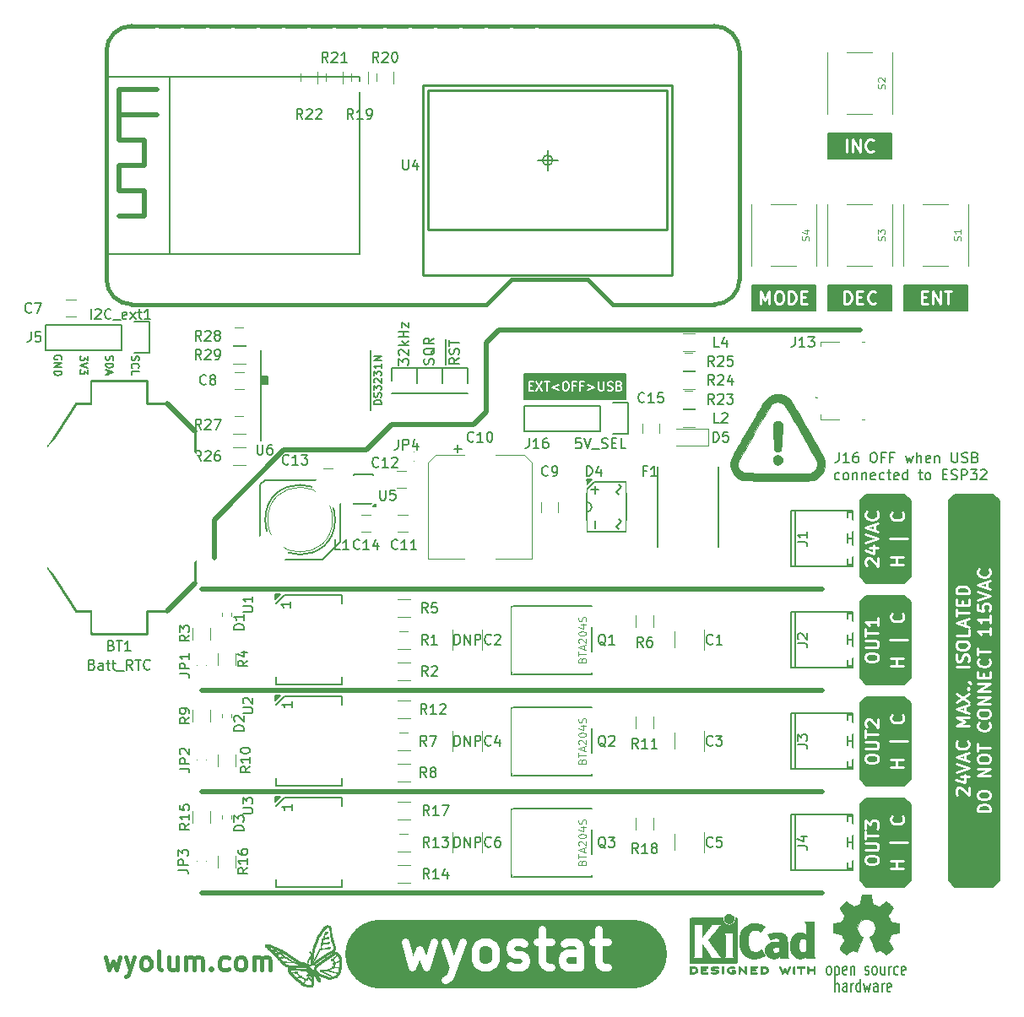
<source format=gto>
G04 #@! TF.GenerationSoftware,KiCad,Pcbnew,5.0.0-rc2-dev-unknown-1cd6477~63~ubuntu16.04.1*
G04 #@! TF.CreationDate,2018-03-26T19:24:23+05:30*
G04 #@! TF.ProjectId,wyostat,77796F737461742E6B696361645F7063,rev?*
G04 #@! TF.SameCoordinates,Original*
G04 #@! TF.FileFunction,Legend,Top*
G04 #@! TF.FilePolarity,Positive*
%FSLAX46Y46*%
G04 Gerber Fmt 4.6, Leading zero omitted, Abs format (unit mm)*
G04 Created by KiCad (PCBNEW 5.0.0-rc2-dev-unknown-1cd6477~63~ubuntu16.04.1) date Mon Mar 26 19:24:23 2018*
%MOMM*%
%LPD*%
G01*
G04 APERTURE LIST*
%ADD10C,0.203200*%
%ADD11C,0.508000*%
%ADD12C,0.150000*%
%ADD13C,0.200000*%
%ADD14C,6.858000*%
%ADD15C,0.381000*%
%ADD16C,0.152400*%
%ADD17C,0.254000*%
%ADD18C,0.120000*%
%ADD19C,0.002540*%
%ADD20C,0.010000*%
%ADD21C,0.127000*%
%ADD22C,0.100000*%
%ADD23C,0.080000*%
%ADD24C,0.076200*%
%ADD25C,0.177800*%
%ADD26C,0.762000*%
%ADD27R,5.480000X3.194000*%
%ADD28C,18.796000*%
%ADD29R,1.400000X3.400000*%
%ADD30R,2.900000X1.400000*%
%ADD31R,3.448000X2.051000*%
%ADD32R,6.496000X6.496000*%
%ADD33C,2.940000*%
%ADD34C,2.178000*%
%ADD35R,1.950000X1.250000*%
%ADD36R,0.999440X2.398980*%
%ADD37R,1.200000X2.480000*%
%ADD38R,1.100000X0.700000*%
%ADD39R,1.400000X1.650000*%
%ADD40R,1.650000X1.400000*%
%ADD41R,1.100000X1.700000*%
%ADD42R,1.700000X1.100000*%
%ADD43R,2.300000X1.600000*%
%ADD44O,2.300000X1.600000*%
%ADD45R,2.300000X1.900000*%
%ADD46C,1.850000*%
%ADD47R,1.750000X0.800000*%
%ADD48R,1.920000X2.180000*%
%ADD49O,2.127200X2.432000*%
%ADD50R,2.127200X2.432000*%
%ADD51O,2.398980X2.398980*%
%ADD52R,2.398980X2.398980*%
%ADD53C,1.500000*%
%ADD54R,1.200000X1.200000*%
%ADD55R,6.000000X2.700000*%
%ADD56R,1.100000X1.000000*%
%ADD57C,2.050000*%
%ADD58R,1.000000X1.100000*%
%ADD59C,1.200000*%
%ADD60C,6.800000*%
%ADD61R,2.900000X4.400000*%
%ADD62R,1.400000X1.400000*%
G04 APERTURE END LIST*
D10*
X114735428Y-75796019D02*
X114735428Y-76521733D01*
X114687047Y-76666876D01*
X114590285Y-76763638D01*
X114445142Y-76812019D01*
X114348380Y-76812019D01*
X115751428Y-76812019D02*
X115170857Y-76812019D01*
X115461142Y-76812019D02*
X115461142Y-75796019D01*
X115364380Y-75941161D01*
X115267619Y-76037923D01*
X115170857Y-76086304D01*
X116622285Y-75796019D02*
X116428761Y-75796019D01*
X116332000Y-75844400D01*
X116283619Y-75892780D01*
X116186857Y-76037923D01*
X116138476Y-76231447D01*
X116138476Y-76618495D01*
X116186857Y-76715257D01*
X116235238Y-76763638D01*
X116332000Y-76812019D01*
X116525523Y-76812019D01*
X116622285Y-76763638D01*
X116670666Y-76715257D01*
X116719047Y-76618495D01*
X116719047Y-76376590D01*
X116670666Y-76279828D01*
X116622285Y-76231447D01*
X116525523Y-76183066D01*
X116332000Y-76183066D01*
X116235238Y-76231447D01*
X116186857Y-76279828D01*
X116138476Y-76376590D01*
X118122095Y-75796019D02*
X118315619Y-75796019D01*
X118412380Y-75844400D01*
X118509142Y-75941161D01*
X118557523Y-76134685D01*
X118557523Y-76473352D01*
X118509142Y-76666876D01*
X118412380Y-76763638D01*
X118315619Y-76812019D01*
X118122095Y-76812019D01*
X118025333Y-76763638D01*
X117928571Y-76666876D01*
X117880190Y-76473352D01*
X117880190Y-76134685D01*
X117928571Y-75941161D01*
X118025333Y-75844400D01*
X118122095Y-75796019D01*
X119331619Y-76279828D02*
X118992952Y-76279828D01*
X118992952Y-76812019D02*
X118992952Y-75796019D01*
X119476761Y-75796019D01*
X120202476Y-76279828D02*
X119863809Y-76279828D01*
X119863809Y-76812019D02*
X119863809Y-75796019D01*
X120347619Y-75796019D01*
X121412000Y-76134685D02*
X121605523Y-76812019D01*
X121799047Y-76328209D01*
X121992571Y-76812019D01*
X122186095Y-76134685D01*
X122573142Y-76812019D02*
X122573142Y-75796019D01*
X123008571Y-76812019D02*
X123008571Y-76279828D01*
X122960190Y-76183066D01*
X122863428Y-76134685D01*
X122718285Y-76134685D01*
X122621523Y-76183066D01*
X122573142Y-76231447D01*
X123879428Y-76763638D02*
X123782666Y-76812019D01*
X123589142Y-76812019D01*
X123492380Y-76763638D01*
X123444000Y-76666876D01*
X123444000Y-76279828D01*
X123492380Y-76183066D01*
X123589142Y-76134685D01*
X123782666Y-76134685D01*
X123879428Y-76183066D01*
X123927809Y-76279828D01*
X123927809Y-76376590D01*
X123444000Y-76473352D01*
X124363238Y-76134685D02*
X124363238Y-76812019D01*
X124363238Y-76231447D02*
X124411619Y-76183066D01*
X124508380Y-76134685D01*
X124653523Y-76134685D01*
X124750285Y-76183066D01*
X124798666Y-76279828D01*
X124798666Y-76812019D01*
X126056571Y-75796019D02*
X126056571Y-76618495D01*
X126104952Y-76715257D01*
X126153333Y-76763638D01*
X126250095Y-76812019D01*
X126443619Y-76812019D01*
X126540380Y-76763638D01*
X126588761Y-76715257D01*
X126637142Y-76618495D01*
X126637142Y-75796019D01*
X127072571Y-76763638D02*
X127217714Y-76812019D01*
X127459619Y-76812019D01*
X127556380Y-76763638D01*
X127604761Y-76715257D01*
X127653142Y-76618495D01*
X127653142Y-76521733D01*
X127604761Y-76424971D01*
X127556380Y-76376590D01*
X127459619Y-76328209D01*
X127266095Y-76279828D01*
X127169333Y-76231447D01*
X127120952Y-76183066D01*
X127072571Y-76086304D01*
X127072571Y-75989542D01*
X127120952Y-75892780D01*
X127169333Y-75844400D01*
X127266095Y-75796019D01*
X127508000Y-75796019D01*
X127653142Y-75844400D01*
X128427238Y-76279828D02*
X128572380Y-76328209D01*
X128620761Y-76376590D01*
X128669142Y-76473352D01*
X128669142Y-76618495D01*
X128620761Y-76715257D01*
X128572380Y-76763638D01*
X128475619Y-76812019D01*
X128088571Y-76812019D01*
X128088571Y-75796019D01*
X128427238Y-75796019D01*
X128524000Y-75844400D01*
X128572380Y-75892780D01*
X128620761Y-75989542D01*
X128620761Y-76086304D01*
X128572380Y-76183066D01*
X128524000Y-76231447D01*
X128427238Y-76279828D01*
X128088571Y-76279828D01*
X114783809Y-78490838D02*
X114687047Y-78539219D01*
X114493523Y-78539219D01*
X114396761Y-78490838D01*
X114348380Y-78442457D01*
X114300000Y-78345695D01*
X114300000Y-78055409D01*
X114348380Y-77958647D01*
X114396761Y-77910266D01*
X114493523Y-77861885D01*
X114687047Y-77861885D01*
X114783809Y-77910266D01*
X115364380Y-78539219D02*
X115267619Y-78490838D01*
X115219238Y-78442457D01*
X115170857Y-78345695D01*
X115170857Y-78055409D01*
X115219238Y-77958647D01*
X115267619Y-77910266D01*
X115364380Y-77861885D01*
X115509523Y-77861885D01*
X115606285Y-77910266D01*
X115654666Y-77958647D01*
X115703047Y-78055409D01*
X115703047Y-78345695D01*
X115654666Y-78442457D01*
X115606285Y-78490838D01*
X115509523Y-78539219D01*
X115364380Y-78539219D01*
X116138476Y-77861885D02*
X116138476Y-78539219D01*
X116138476Y-77958647D02*
X116186857Y-77910266D01*
X116283619Y-77861885D01*
X116428761Y-77861885D01*
X116525523Y-77910266D01*
X116573904Y-78007028D01*
X116573904Y-78539219D01*
X117057714Y-77861885D02*
X117057714Y-78539219D01*
X117057714Y-77958647D02*
X117106095Y-77910266D01*
X117202857Y-77861885D01*
X117348000Y-77861885D01*
X117444761Y-77910266D01*
X117493142Y-78007028D01*
X117493142Y-78539219D01*
X118364000Y-78490838D02*
X118267238Y-78539219D01*
X118073714Y-78539219D01*
X117976952Y-78490838D01*
X117928571Y-78394076D01*
X117928571Y-78007028D01*
X117976952Y-77910266D01*
X118073714Y-77861885D01*
X118267238Y-77861885D01*
X118364000Y-77910266D01*
X118412380Y-78007028D01*
X118412380Y-78103790D01*
X117928571Y-78200552D01*
X119283238Y-78490838D02*
X119186476Y-78539219D01*
X118992952Y-78539219D01*
X118896190Y-78490838D01*
X118847809Y-78442457D01*
X118799428Y-78345695D01*
X118799428Y-78055409D01*
X118847809Y-77958647D01*
X118896190Y-77910266D01*
X118992952Y-77861885D01*
X119186476Y-77861885D01*
X119283238Y-77910266D01*
X119573523Y-77861885D02*
X119960571Y-77861885D01*
X119718666Y-77523219D02*
X119718666Y-78394076D01*
X119767047Y-78490838D01*
X119863809Y-78539219D01*
X119960571Y-78539219D01*
X120686285Y-78490838D02*
X120589523Y-78539219D01*
X120396000Y-78539219D01*
X120299238Y-78490838D01*
X120250857Y-78394076D01*
X120250857Y-78007028D01*
X120299238Y-77910266D01*
X120396000Y-77861885D01*
X120589523Y-77861885D01*
X120686285Y-77910266D01*
X120734666Y-78007028D01*
X120734666Y-78103790D01*
X120250857Y-78200552D01*
X121605523Y-78539219D02*
X121605523Y-77523219D01*
X121605523Y-78490838D02*
X121508761Y-78539219D01*
X121315238Y-78539219D01*
X121218476Y-78490838D01*
X121170095Y-78442457D01*
X121121714Y-78345695D01*
X121121714Y-78055409D01*
X121170095Y-77958647D01*
X121218476Y-77910266D01*
X121315238Y-77861885D01*
X121508761Y-77861885D01*
X121605523Y-77910266D01*
X122718285Y-77861885D02*
X123105333Y-77861885D01*
X122863428Y-77523219D02*
X122863428Y-78394076D01*
X122911809Y-78490838D01*
X123008571Y-78539219D01*
X123105333Y-78539219D01*
X123589142Y-78539219D02*
X123492380Y-78490838D01*
X123444000Y-78442457D01*
X123395619Y-78345695D01*
X123395619Y-78055409D01*
X123444000Y-77958647D01*
X123492380Y-77910266D01*
X123589142Y-77861885D01*
X123734285Y-77861885D01*
X123831047Y-77910266D01*
X123879428Y-77958647D01*
X123927809Y-78055409D01*
X123927809Y-78345695D01*
X123879428Y-78442457D01*
X123831047Y-78490838D01*
X123734285Y-78539219D01*
X123589142Y-78539219D01*
X125137333Y-78007028D02*
X125476000Y-78007028D01*
X125621142Y-78539219D02*
X125137333Y-78539219D01*
X125137333Y-77523219D01*
X125621142Y-77523219D01*
X126008190Y-78490838D02*
X126153333Y-78539219D01*
X126395238Y-78539219D01*
X126492000Y-78490838D01*
X126540380Y-78442457D01*
X126588761Y-78345695D01*
X126588761Y-78248933D01*
X126540380Y-78152171D01*
X126492000Y-78103790D01*
X126395238Y-78055409D01*
X126201714Y-78007028D01*
X126104952Y-77958647D01*
X126056571Y-77910266D01*
X126008190Y-77813504D01*
X126008190Y-77716742D01*
X126056571Y-77619980D01*
X126104952Y-77571600D01*
X126201714Y-77523219D01*
X126443619Y-77523219D01*
X126588761Y-77571600D01*
X127024190Y-78539219D02*
X127024190Y-77523219D01*
X127411238Y-77523219D01*
X127508000Y-77571600D01*
X127556380Y-77619980D01*
X127604761Y-77716742D01*
X127604761Y-77861885D01*
X127556380Y-77958647D01*
X127508000Y-78007028D01*
X127411238Y-78055409D01*
X127024190Y-78055409D01*
X127943428Y-77523219D02*
X128572380Y-77523219D01*
X128233714Y-77910266D01*
X128378857Y-77910266D01*
X128475619Y-77958647D01*
X128524000Y-78007028D01*
X128572380Y-78103790D01*
X128572380Y-78345695D01*
X128524000Y-78442457D01*
X128475619Y-78490838D01*
X128378857Y-78539219D01*
X128088571Y-78539219D01*
X127991809Y-78490838D01*
X127943428Y-78442457D01*
X128959428Y-77619980D02*
X129007809Y-77571600D01*
X129104571Y-77523219D01*
X129346476Y-77523219D01*
X129443238Y-77571600D01*
X129491619Y-77619980D01*
X129540000Y-77716742D01*
X129540000Y-77813504D01*
X129491619Y-77958647D01*
X128911047Y-78539219D01*
X129540000Y-78539219D01*
D11*
X52070000Y-86360000D02*
X52070000Y-86360000D01*
X52070000Y-82550000D02*
X52070000Y-86360000D01*
X59055000Y-75565000D02*
X52070000Y-82550000D01*
X67310000Y-75565000D02*
X59055000Y-75565000D01*
X69850000Y-73025000D02*
X67310000Y-75565000D01*
X78105000Y-73025000D02*
X69850000Y-73025000D01*
X79375000Y-71755000D02*
X78105000Y-73025000D01*
X79375000Y-64770000D02*
X79375000Y-71755000D01*
X80645000Y-63500000D02*
X79375000Y-64770000D01*
X116840000Y-63500000D02*
X80645000Y-63500000D01*
X113030000Y-89535000D02*
X50800000Y-89535000D01*
X113030000Y-99695000D02*
X50800000Y-99695000D01*
X113030000Y-120015000D02*
X50800000Y-120015000D01*
X113030000Y-109855000D02*
X50800000Y-109855000D01*
D12*
G36*
X125730000Y-114935000D02*
X125730000Y-80645000D01*
X126365000Y-80010000D01*
X130175000Y-80010000D01*
X130810000Y-80645000D01*
X130810000Y-118745000D01*
X130175000Y-119380000D01*
X126365000Y-119380000D01*
X125730000Y-118745000D01*
X125730000Y-114935000D01*
G37*
X125730000Y-114935000D02*
X125730000Y-80645000D01*
X126365000Y-80010000D01*
X130175000Y-80010000D01*
X130810000Y-80645000D01*
X130810000Y-118745000D01*
X130175000Y-119380000D01*
X126365000Y-119380000D01*
X125730000Y-118745000D01*
X125730000Y-114935000D01*
G36*
X116840000Y-114935000D02*
X116840000Y-111125000D01*
X117475000Y-110490000D01*
X121285000Y-110490000D01*
X121920000Y-111125000D01*
X121920000Y-118745000D01*
X121285000Y-119380000D01*
X117475000Y-119380000D01*
X116840000Y-118745000D01*
X116840000Y-114935000D01*
G37*
X116840000Y-114935000D02*
X116840000Y-111125000D01*
X117475000Y-110490000D01*
X121285000Y-110490000D01*
X121920000Y-111125000D01*
X121920000Y-118745000D01*
X121285000Y-119380000D01*
X117475000Y-119380000D01*
X116840000Y-118745000D01*
X116840000Y-114935000D01*
G36*
X116840000Y-104775000D02*
X116840000Y-100965000D01*
X117475000Y-100330000D01*
X121285000Y-100330000D01*
X121920000Y-100965000D01*
X121920000Y-108585000D01*
X121285000Y-109220000D01*
X117475000Y-109220000D01*
X116840000Y-108585000D01*
X116840000Y-104775000D01*
G37*
X116840000Y-104775000D02*
X116840000Y-100965000D01*
X117475000Y-100330000D01*
X121285000Y-100330000D01*
X121920000Y-100965000D01*
X121920000Y-108585000D01*
X121285000Y-109220000D01*
X117475000Y-109220000D01*
X116840000Y-108585000D01*
X116840000Y-104775000D01*
G36*
X116840000Y-94615000D02*
X116840000Y-90805000D01*
X117475000Y-90170000D01*
X121285000Y-90170000D01*
X121920000Y-90805000D01*
X121920000Y-98425000D01*
X121285000Y-99060000D01*
X117475000Y-99060000D01*
X116840000Y-98425000D01*
X116840000Y-94615000D01*
G37*
X116840000Y-94615000D02*
X116840000Y-90805000D01*
X117475000Y-90170000D01*
X121285000Y-90170000D01*
X121920000Y-90805000D01*
X121920000Y-98425000D01*
X121285000Y-99060000D01*
X117475000Y-99060000D01*
X116840000Y-98425000D01*
X116840000Y-94615000D01*
G36*
X116840000Y-84455000D02*
X116840000Y-80645000D01*
X117475000Y-80010000D01*
X121285000Y-80010000D01*
X121920000Y-80645000D01*
X121920000Y-88265000D01*
X121285000Y-88900000D01*
X117475000Y-88900000D01*
X116840000Y-88265000D01*
X116840000Y-84455000D01*
G37*
X116840000Y-84455000D02*
X116840000Y-80645000D01*
X117475000Y-80010000D01*
X121285000Y-80010000D01*
X121920000Y-80645000D01*
X121920000Y-88265000D01*
X121285000Y-88900000D01*
X117475000Y-88900000D01*
X116840000Y-88265000D01*
X116840000Y-84455000D01*
G36*
X83185000Y-67945000D02*
X93345000Y-67945000D01*
X93345000Y-70485000D01*
X83185000Y-70485000D01*
X83185000Y-67945000D01*
G37*
X83185000Y-67945000D02*
X93345000Y-67945000D01*
X93345000Y-70485000D01*
X83185000Y-70485000D01*
X83185000Y-67945000D01*
G36*
X121285000Y-59055000D02*
X127635000Y-59055000D01*
X127635000Y-61595000D01*
X121285000Y-61595000D01*
X121285000Y-59055000D01*
G37*
X121285000Y-59055000D02*
X127635000Y-59055000D01*
X127635000Y-61595000D01*
X121285000Y-61595000D01*
X121285000Y-59055000D01*
G36*
X113665000Y-59055000D02*
X120015000Y-59055000D01*
X120015000Y-61595000D01*
X113665000Y-61595000D01*
X113665000Y-59055000D01*
G37*
X113665000Y-59055000D02*
X120015000Y-59055000D01*
X120015000Y-61595000D01*
X113665000Y-61595000D01*
X113665000Y-59055000D01*
G36*
X106045000Y-59055000D02*
X112395000Y-59055000D01*
X112395000Y-61595000D01*
X106045000Y-61595000D01*
X106045000Y-59055000D01*
G37*
X106045000Y-59055000D02*
X112395000Y-59055000D01*
X112395000Y-61595000D01*
X106045000Y-61595000D01*
X106045000Y-59055000D01*
G36*
X113665000Y-43815000D02*
X120015000Y-43815000D01*
X120015000Y-46355000D01*
X113665000Y-46355000D01*
X113665000Y-43815000D01*
G37*
X113665000Y-43815000D02*
X120015000Y-43815000D01*
X120015000Y-46355000D01*
X113665000Y-46355000D01*
X113665000Y-43815000D01*
D13*
X93980000Y-126365000D02*
X93980000Y-126365000D01*
D14*
X68580000Y-126111000D02*
X93980000Y-126111000D01*
D10*
X114350800Y-129911323D02*
X114350800Y-128641323D01*
X114731800Y-129911323D02*
X114731800Y-129246085D01*
X114689466Y-129125133D01*
X114604800Y-129064657D01*
X114477800Y-129064657D01*
X114393133Y-129125133D01*
X114350800Y-129185609D01*
X115536133Y-129911323D02*
X115536133Y-129246085D01*
X115493800Y-129125133D01*
X115409133Y-129064657D01*
X115239800Y-129064657D01*
X115155133Y-129125133D01*
X115536133Y-129850847D02*
X115451466Y-129911323D01*
X115239800Y-129911323D01*
X115155133Y-129850847D01*
X115112800Y-129729895D01*
X115112800Y-129608942D01*
X115155133Y-129487990D01*
X115239800Y-129427514D01*
X115451466Y-129427514D01*
X115536133Y-129367038D01*
X115959466Y-129911323D02*
X115959466Y-129064657D01*
X115959466Y-129306561D02*
X116001800Y-129185609D01*
X116044133Y-129125133D01*
X116128800Y-129064657D01*
X116213466Y-129064657D01*
X116890800Y-129911323D02*
X116890800Y-128641323D01*
X116890800Y-129850847D02*
X116806133Y-129911323D01*
X116636800Y-129911323D01*
X116552133Y-129850847D01*
X116509800Y-129790371D01*
X116467466Y-129669419D01*
X116467466Y-129306561D01*
X116509800Y-129185609D01*
X116552133Y-129125133D01*
X116636800Y-129064657D01*
X116806133Y-129064657D01*
X116890800Y-129125133D01*
X117229466Y-129064657D02*
X117398800Y-129911323D01*
X117568133Y-129306561D01*
X117737466Y-129911323D01*
X117906800Y-129064657D01*
X118626466Y-129911323D02*
X118626466Y-129246085D01*
X118584133Y-129125133D01*
X118499466Y-129064657D01*
X118330133Y-129064657D01*
X118245466Y-129125133D01*
X118626466Y-129850847D02*
X118541800Y-129911323D01*
X118330133Y-129911323D01*
X118245466Y-129850847D01*
X118203133Y-129729895D01*
X118203133Y-129608942D01*
X118245466Y-129487990D01*
X118330133Y-129427514D01*
X118541800Y-129427514D01*
X118626466Y-129367038D01*
X119049800Y-129911323D02*
X119049800Y-129064657D01*
X119049800Y-129306561D02*
X119092133Y-129185609D01*
X119134466Y-129125133D01*
X119219133Y-129064657D01*
X119303800Y-129064657D01*
X119938800Y-129850847D02*
X119854133Y-129911323D01*
X119684800Y-129911323D01*
X119600133Y-129850847D01*
X119557800Y-129729895D01*
X119557800Y-129246085D01*
X119600133Y-129125133D01*
X119684800Y-129064657D01*
X119854133Y-129064657D01*
X119938800Y-129125133D01*
X119981133Y-129246085D01*
X119981133Y-129367038D01*
X119557800Y-129487990D01*
X113686166Y-128209523D02*
X113601500Y-128149047D01*
X113559166Y-128088571D01*
X113516833Y-127967619D01*
X113516833Y-127604761D01*
X113559166Y-127483809D01*
X113601500Y-127423333D01*
X113686166Y-127362857D01*
X113813166Y-127362857D01*
X113897833Y-127423333D01*
X113940166Y-127483809D01*
X113982500Y-127604761D01*
X113982500Y-127967619D01*
X113940166Y-128088571D01*
X113897833Y-128149047D01*
X113813166Y-128209523D01*
X113686166Y-128209523D01*
X114363500Y-127362857D02*
X114363500Y-128632857D01*
X114363500Y-127423333D02*
X114448166Y-127362857D01*
X114617500Y-127362857D01*
X114702166Y-127423333D01*
X114744500Y-127483809D01*
X114786833Y-127604761D01*
X114786833Y-127967619D01*
X114744500Y-128088571D01*
X114702166Y-128149047D01*
X114617500Y-128209523D01*
X114448166Y-128209523D01*
X114363500Y-128149047D01*
X115506500Y-128149047D02*
X115421833Y-128209523D01*
X115252500Y-128209523D01*
X115167833Y-128149047D01*
X115125500Y-128028095D01*
X115125500Y-127544285D01*
X115167833Y-127423333D01*
X115252500Y-127362857D01*
X115421833Y-127362857D01*
X115506500Y-127423333D01*
X115548833Y-127544285D01*
X115548833Y-127665238D01*
X115125500Y-127786190D01*
X115929833Y-127362857D02*
X115929833Y-128209523D01*
X115929833Y-127483809D02*
X115972166Y-127423333D01*
X116056833Y-127362857D01*
X116183833Y-127362857D01*
X116268500Y-127423333D01*
X116310833Y-127544285D01*
X116310833Y-128209523D01*
X117369166Y-128149047D02*
X117453833Y-128209523D01*
X117623166Y-128209523D01*
X117707833Y-128149047D01*
X117750166Y-128028095D01*
X117750166Y-127967619D01*
X117707833Y-127846666D01*
X117623166Y-127786190D01*
X117496166Y-127786190D01*
X117411500Y-127725714D01*
X117369166Y-127604761D01*
X117369166Y-127544285D01*
X117411500Y-127423333D01*
X117496166Y-127362857D01*
X117623166Y-127362857D01*
X117707833Y-127423333D01*
X118258166Y-128209523D02*
X118173500Y-128149047D01*
X118131166Y-128088571D01*
X118088833Y-127967619D01*
X118088833Y-127604761D01*
X118131166Y-127483809D01*
X118173500Y-127423333D01*
X118258166Y-127362857D01*
X118385166Y-127362857D01*
X118469833Y-127423333D01*
X118512166Y-127483809D01*
X118554500Y-127604761D01*
X118554500Y-127967619D01*
X118512166Y-128088571D01*
X118469833Y-128149047D01*
X118385166Y-128209523D01*
X118258166Y-128209523D01*
X119316500Y-127362857D02*
X119316500Y-128209523D01*
X118935500Y-127362857D02*
X118935500Y-128028095D01*
X118977833Y-128149047D01*
X119062500Y-128209523D01*
X119189500Y-128209523D01*
X119274166Y-128149047D01*
X119316500Y-128088571D01*
X119739833Y-128209523D02*
X119739833Y-127362857D01*
X119739833Y-127604761D02*
X119782166Y-127483809D01*
X119824500Y-127423333D01*
X119909166Y-127362857D01*
X119993833Y-127362857D01*
X120671166Y-128149047D02*
X120586500Y-128209523D01*
X120417166Y-128209523D01*
X120332500Y-128149047D01*
X120290166Y-128088571D01*
X120247833Y-127967619D01*
X120247833Y-127604761D01*
X120290166Y-127483809D01*
X120332500Y-127423333D01*
X120417166Y-127362857D01*
X120586500Y-127362857D01*
X120671166Y-127423333D01*
X121390833Y-128149047D02*
X121306166Y-128209523D01*
X121136833Y-128209523D01*
X121052166Y-128149047D01*
X121009833Y-128028095D01*
X121009833Y-127544285D01*
X121052166Y-127423333D01*
X121136833Y-127362857D01*
X121306166Y-127362857D01*
X121390833Y-127423333D01*
X121433166Y-127544285D01*
X121433166Y-127665238D01*
X121009833Y-127786190D01*
D15*
X41184285Y-126464785D02*
X41547142Y-127734785D01*
X41910000Y-126827642D01*
X42272857Y-127734785D01*
X42635714Y-126464785D01*
X43180000Y-126464785D02*
X43633571Y-127734785D01*
X44087142Y-126464785D02*
X43633571Y-127734785D01*
X43452142Y-128188357D01*
X43361428Y-128279071D01*
X43180000Y-128369785D01*
X45085000Y-127734785D02*
X44903571Y-127644071D01*
X44812857Y-127553357D01*
X44722142Y-127371928D01*
X44722142Y-126827642D01*
X44812857Y-126646214D01*
X44903571Y-126555500D01*
X45085000Y-126464785D01*
X45357142Y-126464785D01*
X45538571Y-126555500D01*
X45629285Y-126646214D01*
X45720000Y-126827642D01*
X45720000Y-127371928D01*
X45629285Y-127553357D01*
X45538571Y-127644071D01*
X45357142Y-127734785D01*
X45085000Y-127734785D01*
X46808571Y-127734785D02*
X46627142Y-127644071D01*
X46536428Y-127462642D01*
X46536428Y-125829785D01*
X48350714Y-126464785D02*
X48350714Y-127734785D01*
X47534285Y-126464785D02*
X47534285Y-127462642D01*
X47625000Y-127644071D01*
X47806428Y-127734785D01*
X48078571Y-127734785D01*
X48260000Y-127644071D01*
X48350714Y-127553357D01*
X49257857Y-127734785D02*
X49257857Y-126464785D01*
X49257857Y-126646214D02*
X49348571Y-126555500D01*
X49530000Y-126464785D01*
X49802142Y-126464785D01*
X49983571Y-126555500D01*
X50074285Y-126736928D01*
X50074285Y-127734785D01*
X50074285Y-126736928D02*
X50165000Y-126555500D01*
X50346428Y-126464785D01*
X50618571Y-126464785D01*
X50800000Y-126555500D01*
X50890714Y-126736928D01*
X50890714Y-127734785D01*
X51797857Y-127553357D02*
X51888571Y-127644071D01*
X51797857Y-127734785D01*
X51707142Y-127644071D01*
X51797857Y-127553357D01*
X51797857Y-127734785D01*
X53521428Y-127644071D02*
X53340000Y-127734785D01*
X52977142Y-127734785D01*
X52795714Y-127644071D01*
X52705000Y-127553357D01*
X52614285Y-127371928D01*
X52614285Y-126827642D01*
X52705000Y-126646214D01*
X52795714Y-126555500D01*
X52977142Y-126464785D01*
X53340000Y-126464785D01*
X53521428Y-126555500D01*
X54610000Y-127734785D02*
X54428571Y-127644071D01*
X54337857Y-127553357D01*
X54247142Y-127371928D01*
X54247142Y-126827642D01*
X54337857Y-126646214D01*
X54428571Y-126555500D01*
X54610000Y-126464785D01*
X54882142Y-126464785D01*
X55063571Y-126555500D01*
X55154285Y-126646214D01*
X55245000Y-126827642D01*
X55245000Y-127371928D01*
X55154285Y-127553357D01*
X55063571Y-127644071D01*
X54882142Y-127734785D01*
X54610000Y-127734785D01*
X56061428Y-127734785D02*
X56061428Y-126464785D01*
X56061428Y-126646214D02*
X56152142Y-126555500D01*
X56333571Y-126464785D01*
X56605714Y-126464785D01*
X56787142Y-126555500D01*
X56877857Y-126736928D01*
X56877857Y-127734785D01*
X56877857Y-126736928D02*
X56968571Y-126555500D01*
X57150000Y-126464785D01*
X57422142Y-126464785D01*
X57603571Y-126555500D01*
X57694285Y-126736928D01*
X57694285Y-127734785D01*
D16*
X43836771Y-66148857D02*
X43800485Y-66257714D01*
X43800485Y-66439142D01*
X43836771Y-66511714D01*
X43873057Y-66548000D01*
X43945628Y-66584285D01*
X44018200Y-66584285D01*
X44090771Y-66548000D01*
X44127057Y-66511714D01*
X44163342Y-66439142D01*
X44199628Y-66294000D01*
X44235914Y-66221428D01*
X44272200Y-66185142D01*
X44344771Y-66148857D01*
X44417342Y-66148857D01*
X44489914Y-66185142D01*
X44526200Y-66221428D01*
X44562485Y-66294000D01*
X44562485Y-66475428D01*
X44526200Y-66584285D01*
X43873057Y-67346285D02*
X43836771Y-67310000D01*
X43800485Y-67201142D01*
X43800485Y-67128571D01*
X43836771Y-67019714D01*
X43909342Y-66947142D01*
X43981914Y-66910857D01*
X44127057Y-66874571D01*
X44235914Y-66874571D01*
X44381057Y-66910857D01*
X44453628Y-66947142D01*
X44526200Y-67019714D01*
X44562485Y-67128571D01*
X44562485Y-67201142D01*
X44526200Y-67310000D01*
X44489914Y-67346285D01*
X43800485Y-68035714D02*
X43800485Y-67672857D01*
X44562485Y-67672857D01*
X41245971Y-66130714D02*
X41209685Y-66239571D01*
X41209685Y-66421000D01*
X41245971Y-66493571D01*
X41282257Y-66529857D01*
X41354828Y-66566142D01*
X41427400Y-66566142D01*
X41499971Y-66529857D01*
X41536257Y-66493571D01*
X41572542Y-66421000D01*
X41608828Y-66275857D01*
X41645114Y-66203285D01*
X41681400Y-66167000D01*
X41753971Y-66130714D01*
X41826542Y-66130714D01*
X41899114Y-66167000D01*
X41935400Y-66203285D01*
X41971685Y-66275857D01*
X41971685Y-66457285D01*
X41935400Y-66566142D01*
X41209685Y-66892714D02*
X41971685Y-66892714D01*
X41971685Y-67074142D01*
X41935400Y-67183000D01*
X41862828Y-67255571D01*
X41790257Y-67291857D01*
X41645114Y-67328142D01*
X41536257Y-67328142D01*
X41391114Y-67291857D01*
X41318542Y-67255571D01*
X41245971Y-67183000D01*
X41209685Y-67074142D01*
X41209685Y-66892714D01*
X41427400Y-67618428D02*
X41427400Y-67981285D01*
X41209685Y-67545857D02*
X41971685Y-67799857D01*
X41209685Y-68053857D01*
X39380885Y-66112571D02*
X39380885Y-66584285D01*
X39090600Y-66330285D01*
X39090600Y-66439142D01*
X39054314Y-66511714D01*
X39018028Y-66548000D01*
X38945457Y-66584285D01*
X38764028Y-66584285D01*
X38691457Y-66548000D01*
X38655171Y-66511714D01*
X38618885Y-66439142D01*
X38618885Y-66221428D01*
X38655171Y-66148857D01*
X38691457Y-66112571D01*
X39380885Y-66802000D02*
X38618885Y-67056000D01*
X39380885Y-67310000D01*
X39380885Y-67491428D02*
X39380885Y-67963142D01*
X39090600Y-67709142D01*
X39090600Y-67818000D01*
X39054314Y-67890571D01*
X39018028Y-67926857D01*
X38945457Y-67963142D01*
X38764028Y-67963142D01*
X38691457Y-67926857D01*
X38655171Y-67890571D01*
X38618885Y-67818000D01*
X38618885Y-67600285D01*
X38655171Y-67527714D01*
X38691457Y-67491428D01*
X36753800Y-66475428D02*
X36790085Y-66402857D01*
X36790085Y-66294000D01*
X36753800Y-66185142D01*
X36681228Y-66112571D01*
X36608657Y-66076285D01*
X36463514Y-66040000D01*
X36354657Y-66040000D01*
X36209514Y-66076285D01*
X36136942Y-66112571D01*
X36064371Y-66185142D01*
X36028085Y-66294000D01*
X36028085Y-66366571D01*
X36064371Y-66475428D01*
X36100657Y-66511714D01*
X36354657Y-66511714D01*
X36354657Y-66366571D01*
X36028085Y-66838285D02*
X36790085Y-66838285D01*
X36028085Y-67273714D01*
X36790085Y-67273714D01*
X36028085Y-67636571D02*
X36790085Y-67636571D01*
X36790085Y-67818000D01*
X36753800Y-67926857D01*
X36681228Y-67999428D01*
X36608657Y-68035714D01*
X36463514Y-68072000D01*
X36354657Y-68072000D01*
X36209514Y-68035714D01*
X36136942Y-67999428D01*
X36064371Y-67926857D01*
X36028085Y-67818000D01*
X36028085Y-67636571D01*
X51689000Y-81280000D02*
G75*
G03X51689000Y-81280000I-9144000J0D01*
G01*
D17*
X45339000Y-70866000D02*
X47371000Y-70866000D01*
D11*
X50165000Y-73660000D02*
X47371000Y-70866000D01*
D17*
X50165000Y-73660000D02*
X50165000Y-88900000D01*
D11*
X50165000Y-88900000D02*
X47371000Y-91694000D01*
D17*
X47371000Y-91694000D02*
X45339000Y-91694000D01*
X45339000Y-91694000D02*
X45339000Y-93980000D01*
X45339000Y-93980000D02*
X39751000Y-93980000D01*
X45339000Y-70866000D02*
X45339000Y-68580000D01*
X45339000Y-68580000D02*
X39751000Y-68580000D01*
X39751000Y-68580000D02*
X39751000Y-70866000D01*
X39751000Y-70866000D02*
X38227000Y-70866000D01*
X39751000Y-93980000D02*
X39751000Y-91694000D01*
X39751000Y-91694000D02*
X38227000Y-91694000D01*
X38227000Y-70866000D02*
X35433000Y-75184000D01*
X38227000Y-91694000D02*
X35433000Y-87376000D01*
X35433000Y-75184000D02*
G75*
G02X35433000Y-87376000I-10668000J-6096000D01*
G01*
D18*
X125760000Y-57075000D02*
X123160000Y-57075000D01*
X127690000Y-50875000D02*
X127690000Y-57075000D01*
X125760000Y-50875000D02*
X123160000Y-50875000D01*
X121230000Y-50875000D02*
X121230000Y-57075000D01*
X118140000Y-41835000D02*
X115540000Y-41835000D01*
X120070000Y-35635000D02*
X120070000Y-41835000D01*
X118140000Y-35635000D02*
X115540000Y-35635000D01*
X113610000Y-35635000D02*
X113610000Y-41835000D01*
X118140000Y-57075000D02*
X115540000Y-57075000D01*
X120070000Y-50875000D02*
X120070000Y-57075000D01*
X118140000Y-50875000D02*
X115540000Y-50875000D01*
X113610000Y-50875000D02*
X113610000Y-57075000D01*
X110520000Y-57075000D02*
X107920000Y-57075000D01*
X112450000Y-50875000D02*
X112450000Y-57075000D01*
X110520000Y-50875000D02*
X107920000Y-50875000D01*
X105990000Y-50875000D02*
X105990000Y-57075000D01*
D19*
G36*
X115450620Y-126189740D02*
X115486180Y-126169420D01*
X115564920Y-126121160D01*
X115676680Y-126047500D01*
X115808760Y-125961140D01*
X115940840Y-125869700D01*
X116050060Y-125798580D01*
X116126260Y-125747780D01*
X116156740Y-125730000D01*
X116174520Y-125737620D01*
X116238020Y-125768100D01*
X116326920Y-125813820D01*
X116380260Y-125841760D01*
X116464080Y-125877320D01*
X116507260Y-125884940D01*
X116512340Y-125874780D01*
X116542820Y-125811280D01*
X116591080Y-125702060D01*
X116654580Y-125557280D01*
X116728240Y-125387100D01*
X116804440Y-125204220D01*
X116883180Y-125018800D01*
X116956840Y-124841000D01*
X117020340Y-124680980D01*
X117073680Y-124548900D01*
X117109240Y-124460000D01*
X117121940Y-124421900D01*
X117116860Y-124411740D01*
X117076220Y-124371100D01*
X117002560Y-124317760D01*
X116845080Y-124188220D01*
X116687600Y-123995180D01*
X116593620Y-123774200D01*
X116560600Y-123527820D01*
X116588540Y-123299220D01*
X116677440Y-123080780D01*
X116829840Y-122885200D01*
X117015260Y-122737880D01*
X117231160Y-122646440D01*
X117475000Y-122615960D01*
X117706140Y-122641360D01*
X117929660Y-122730260D01*
X118127780Y-122880120D01*
X118211600Y-122976640D01*
X118325900Y-123174760D01*
X118389400Y-123388120D01*
X118397020Y-123444000D01*
X118386860Y-123677680D01*
X118318280Y-123901200D01*
X118193820Y-124101860D01*
X118023640Y-124266960D01*
X118000780Y-124282200D01*
X117922040Y-124343160D01*
X117868700Y-124383800D01*
X117825520Y-124416820D01*
X118125240Y-125135640D01*
X118173500Y-125249940D01*
X118254780Y-125448060D01*
X118325900Y-125615700D01*
X118384320Y-125750320D01*
X118424960Y-125841760D01*
X118442740Y-125877320D01*
X118442740Y-125879860D01*
X118470680Y-125884940D01*
X118524020Y-125864620D01*
X118625620Y-125816360D01*
X118691660Y-125780800D01*
X118767860Y-125745240D01*
X118803420Y-125730000D01*
X118831360Y-125747780D01*
X118905020Y-125793500D01*
X119011700Y-125864620D01*
X119141240Y-125953520D01*
X119263160Y-126037340D01*
X119374920Y-126111000D01*
X119456200Y-126164340D01*
X119496840Y-126184660D01*
X119501920Y-126184660D01*
X119537480Y-126164340D01*
X119603520Y-126111000D01*
X119700040Y-126019560D01*
X119839740Y-125882400D01*
X119860060Y-125859540D01*
X119974360Y-125745240D01*
X120065800Y-125648720D01*
X120129300Y-125577600D01*
X120152160Y-125547120D01*
X120131840Y-125509020D01*
X120078500Y-125425200D01*
X120004840Y-125310900D01*
X119913400Y-125178820D01*
X119674640Y-124833380D01*
X119806720Y-124505720D01*
X119847360Y-124406660D01*
X119898160Y-124284740D01*
X119936260Y-124198380D01*
X119954040Y-124160280D01*
X119989600Y-124147580D01*
X120078500Y-124127260D01*
X120208040Y-124099320D01*
X120362980Y-124071380D01*
X120510300Y-124043440D01*
X120642380Y-124018040D01*
X120738900Y-124000260D01*
X120782080Y-123992640D01*
X120792240Y-123985020D01*
X120802400Y-123964700D01*
X120807480Y-123918980D01*
X120810020Y-123837700D01*
X120812560Y-123710700D01*
X120812560Y-123527820D01*
X120812560Y-123507500D01*
X120810020Y-123332240D01*
X120807480Y-123192540D01*
X120802400Y-123101100D01*
X120797320Y-123065540D01*
X120754140Y-123055380D01*
X120660160Y-123035060D01*
X120528080Y-123009660D01*
X120370600Y-122979180D01*
X120360440Y-122976640D01*
X120202960Y-122946160D01*
X120068340Y-122918220D01*
X119976900Y-122897900D01*
X119938800Y-122885200D01*
X119928640Y-122875040D01*
X119898160Y-122811540D01*
X119852440Y-122715020D01*
X119799100Y-122595640D01*
X119748300Y-122471180D01*
X119705120Y-122359420D01*
X119674640Y-122275600D01*
X119664480Y-122237500D01*
X119689880Y-122199400D01*
X119743220Y-122118120D01*
X119819420Y-122003820D01*
X119913400Y-121869200D01*
X119918480Y-121859040D01*
X120009920Y-121726960D01*
X120083580Y-121612660D01*
X120131840Y-121531380D01*
X120152160Y-121495820D01*
X120149620Y-121493280D01*
X120121680Y-121455180D01*
X120053100Y-121378980D01*
X119956580Y-121277380D01*
X119839740Y-121158000D01*
X119801640Y-121122440D01*
X119672100Y-120995440D01*
X119580660Y-120911620D01*
X119524780Y-120868440D01*
X119499380Y-120858280D01*
X119496840Y-120858280D01*
X119456200Y-120883680D01*
X119372380Y-120939560D01*
X119258080Y-121015760D01*
X119123460Y-121107200D01*
X119113300Y-121114820D01*
X118981220Y-121206260D01*
X118869460Y-121279920D01*
X118790720Y-121333260D01*
X118755160Y-121353580D01*
X118750080Y-121353580D01*
X118694200Y-121338340D01*
X118600220Y-121305320D01*
X118483380Y-121259600D01*
X118358920Y-121208800D01*
X118247160Y-121163080D01*
X118163340Y-121124980D01*
X118125240Y-121102120D01*
X118122700Y-121099580D01*
X118110000Y-121051320D01*
X118087140Y-120952260D01*
X118056660Y-120815100D01*
X118026180Y-120650000D01*
X118021100Y-120624600D01*
X117990620Y-120464580D01*
X117965220Y-120335040D01*
X117947440Y-120243600D01*
X117937280Y-120205500D01*
X117914420Y-120200420D01*
X117838220Y-120195340D01*
X117718840Y-120192800D01*
X117576600Y-120190260D01*
X117424200Y-120190260D01*
X117276880Y-120195340D01*
X117152420Y-120197880D01*
X117060980Y-120205500D01*
X117022880Y-120213120D01*
X117022880Y-120215660D01*
X117007640Y-120263920D01*
X116987320Y-120362980D01*
X116959380Y-120502680D01*
X116926360Y-120665240D01*
X116921280Y-120695720D01*
X116890800Y-120853200D01*
X116865400Y-120982740D01*
X116845080Y-121074180D01*
X116834920Y-121109740D01*
X116822220Y-121117360D01*
X116756180Y-121145300D01*
X116649500Y-121188480D01*
X116517420Y-121241820D01*
X116212620Y-121366280D01*
X115836700Y-121109740D01*
X115803680Y-121086880D01*
X115669060Y-120992900D01*
X115557300Y-120919240D01*
X115481100Y-120870980D01*
X115448080Y-120853200D01*
X115445540Y-120853200D01*
X115407440Y-120886220D01*
X115333780Y-120954800D01*
X115232180Y-121053860D01*
X115115340Y-121173240D01*
X115026440Y-121259600D01*
X114924840Y-121363740D01*
X114858800Y-121434860D01*
X114823240Y-121480580D01*
X114810540Y-121508520D01*
X114813080Y-121526300D01*
X114838480Y-121564400D01*
X114891820Y-121648220D01*
X114970560Y-121759980D01*
X115062000Y-121894600D01*
X115135660Y-122003820D01*
X115216940Y-122130820D01*
X115270280Y-122219720D01*
X115288060Y-122262900D01*
X115282980Y-122283220D01*
X115257580Y-122354340D01*
X115214400Y-122466100D01*
X115155980Y-122598180D01*
X115026440Y-122895360D01*
X114833400Y-122933460D01*
X114714020Y-122953780D01*
X114548920Y-122986800D01*
X114391440Y-123017280D01*
X114145060Y-123065540D01*
X114137440Y-123969780D01*
X114175540Y-123985020D01*
X114211100Y-123995180D01*
X114302540Y-124015500D01*
X114432080Y-124040900D01*
X114587020Y-124068840D01*
X114716560Y-124094240D01*
X114848640Y-124119640D01*
X114945160Y-124137420D01*
X114985800Y-124147580D01*
X114995960Y-124160280D01*
X115028980Y-124223780D01*
X115077240Y-124325380D01*
X115128040Y-124447300D01*
X115181380Y-124574300D01*
X115227100Y-124691140D01*
X115260120Y-124780040D01*
X115272820Y-124828300D01*
X115255040Y-124861320D01*
X115204240Y-124940060D01*
X115133120Y-125049280D01*
X115041680Y-125181360D01*
X114952780Y-125310900D01*
X114876580Y-125425200D01*
X114825780Y-125503940D01*
X114802920Y-125542040D01*
X114813080Y-125567440D01*
X114866420Y-125630940D01*
X114965480Y-125732540D01*
X115112800Y-125877320D01*
X115135660Y-125900180D01*
X115252500Y-126014480D01*
X115351560Y-126105920D01*
X115420140Y-126166880D01*
X115450620Y-126189740D01*
X115450620Y-126189740D01*
G37*
X115450620Y-126189740D02*
X115486180Y-126169420D01*
X115564920Y-126121160D01*
X115676680Y-126047500D01*
X115808760Y-125961140D01*
X115940840Y-125869700D01*
X116050060Y-125798580D01*
X116126260Y-125747780D01*
X116156740Y-125730000D01*
X116174520Y-125737620D01*
X116238020Y-125768100D01*
X116326920Y-125813820D01*
X116380260Y-125841760D01*
X116464080Y-125877320D01*
X116507260Y-125884940D01*
X116512340Y-125874780D01*
X116542820Y-125811280D01*
X116591080Y-125702060D01*
X116654580Y-125557280D01*
X116728240Y-125387100D01*
X116804440Y-125204220D01*
X116883180Y-125018800D01*
X116956840Y-124841000D01*
X117020340Y-124680980D01*
X117073680Y-124548900D01*
X117109240Y-124460000D01*
X117121940Y-124421900D01*
X117116860Y-124411740D01*
X117076220Y-124371100D01*
X117002560Y-124317760D01*
X116845080Y-124188220D01*
X116687600Y-123995180D01*
X116593620Y-123774200D01*
X116560600Y-123527820D01*
X116588540Y-123299220D01*
X116677440Y-123080780D01*
X116829840Y-122885200D01*
X117015260Y-122737880D01*
X117231160Y-122646440D01*
X117475000Y-122615960D01*
X117706140Y-122641360D01*
X117929660Y-122730260D01*
X118127780Y-122880120D01*
X118211600Y-122976640D01*
X118325900Y-123174760D01*
X118389400Y-123388120D01*
X118397020Y-123444000D01*
X118386860Y-123677680D01*
X118318280Y-123901200D01*
X118193820Y-124101860D01*
X118023640Y-124266960D01*
X118000780Y-124282200D01*
X117922040Y-124343160D01*
X117868700Y-124383800D01*
X117825520Y-124416820D01*
X118125240Y-125135640D01*
X118173500Y-125249940D01*
X118254780Y-125448060D01*
X118325900Y-125615700D01*
X118384320Y-125750320D01*
X118424960Y-125841760D01*
X118442740Y-125877320D01*
X118442740Y-125879860D01*
X118470680Y-125884940D01*
X118524020Y-125864620D01*
X118625620Y-125816360D01*
X118691660Y-125780800D01*
X118767860Y-125745240D01*
X118803420Y-125730000D01*
X118831360Y-125747780D01*
X118905020Y-125793500D01*
X119011700Y-125864620D01*
X119141240Y-125953520D01*
X119263160Y-126037340D01*
X119374920Y-126111000D01*
X119456200Y-126164340D01*
X119496840Y-126184660D01*
X119501920Y-126184660D01*
X119537480Y-126164340D01*
X119603520Y-126111000D01*
X119700040Y-126019560D01*
X119839740Y-125882400D01*
X119860060Y-125859540D01*
X119974360Y-125745240D01*
X120065800Y-125648720D01*
X120129300Y-125577600D01*
X120152160Y-125547120D01*
X120131840Y-125509020D01*
X120078500Y-125425200D01*
X120004840Y-125310900D01*
X119913400Y-125178820D01*
X119674640Y-124833380D01*
X119806720Y-124505720D01*
X119847360Y-124406660D01*
X119898160Y-124284740D01*
X119936260Y-124198380D01*
X119954040Y-124160280D01*
X119989600Y-124147580D01*
X120078500Y-124127260D01*
X120208040Y-124099320D01*
X120362980Y-124071380D01*
X120510300Y-124043440D01*
X120642380Y-124018040D01*
X120738900Y-124000260D01*
X120782080Y-123992640D01*
X120792240Y-123985020D01*
X120802400Y-123964700D01*
X120807480Y-123918980D01*
X120810020Y-123837700D01*
X120812560Y-123710700D01*
X120812560Y-123527820D01*
X120812560Y-123507500D01*
X120810020Y-123332240D01*
X120807480Y-123192540D01*
X120802400Y-123101100D01*
X120797320Y-123065540D01*
X120754140Y-123055380D01*
X120660160Y-123035060D01*
X120528080Y-123009660D01*
X120370600Y-122979180D01*
X120360440Y-122976640D01*
X120202960Y-122946160D01*
X120068340Y-122918220D01*
X119976900Y-122897900D01*
X119938800Y-122885200D01*
X119928640Y-122875040D01*
X119898160Y-122811540D01*
X119852440Y-122715020D01*
X119799100Y-122595640D01*
X119748300Y-122471180D01*
X119705120Y-122359420D01*
X119674640Y-122275600D01*
X119664480Y-122237500D01*
X119689880Y-122199400D01*
X119743220Y-122118120D01*
X119819420Y-122003820D01*
X119913400Y-121869200D01*
X119918480Y-121859040D01*
X120009920Y-121726960D01*
X120083580Y-121612660D01*
X120131840Y-121531380D01*
X120152160Y-121495820D01*
X120149620Y-121493280D01*
X120121680Y-121455180D01*
X120053100Y-121378980D01*
X119956580Y-121277380D01*
X119839740Y-121158000D01*
X119801640Y-121122440D01*
X119672100Y-120995440D01*
X119580660Y-120911620D01*
X119524780Y-120868440D01*
X119499380Y-120858280D01*
X119496840Y-120858280D01*
X119456200Y-120883680D01*
X119372380Y-120939560D01*
X119258080Y-121015760D01*
X119123460Y-121107200D01*
X119113300Y-121114820D01*
X118981220Y-121206260D01*
X118869460Y-121279920D01*
X118790720Y-121333260D01*
X118755160Y-121353580D01*
X118750080Y-121353580D01*
X118694200Y-121338340D01*
X118600220Y-121305320D01*
X118483380Y-121259600D01*
X118358920Y-121208800D01*
X118247160Y-121163080D01*
X118163340Y-121124980D01*
X118125240Y-121102120D01*
X118122700Y-121099580D01*
X118110000Y-121051320D01*
X118087140Y-120952260D01*
X118056660Y-120815100D01*
X118026180Y-120650000D01*
X118021100Y-120624600D01*
X117990620Y-120464580D01*
X117965220Y-120335040D01*
X117947440Y-120243600D01*
X117937280Y-120205500D01*
X117914420Y-120200420D01*
X117838220Y-120195340D01*
X117718840Y-120192800D01*
X117576600Y-120190260D01*
X117424200Y-120190260D01*
X117276880Y-120195340D01*
X117152420Y-120197880D01*
X117060980Y-120205500D01*
X117022880Y-120213120D01*
X117022880Y-120215660D01*
X117007640Y-120263920D01*
X116987320Y-120362980D01*
X116959380Y-120502680D01*
X116926360Y-120665240D01*
X116921280Y-120695720D01*
X116890800Y-120853200D01*
X116865400Y-120982740D01*
X116845080Y-121074180D01*
X116834920Y-121109740D01*
X116822220Y-121117360D01*
X116756180Y-121145300D01*
X116649500Y-121188480D01*
X116517420Y-121241820D01*
X116212620Y-121366280D01*
X115836700Y-121109740D01*
X115803680Y-121086880D01*
X115669060Y-120992900D01*
X115557300Y-120919240D01*
X115481100Y-120870980D01*
X115448080Y-120853200D01*
X115445540Y-120853200D01*
X115407440Y-120886220D01*
X115333780Y-120954800D01*
X115232180Y-121053860D01*
X115115340Y-121173240D01*
X115026440Y-121259600D01*
X114924840Y-121363740D01*
X114858800Y-121434860D01*
X114823240Y-121480580D01*
X114810540Y-121508520D01*
X114813080Y-121526300D01*
X114838480Y-121564400D01*
X114891820Y-121648220D01*
X114970560Y-121759980D01*
X115062000Y-121894600D01*
X115135660Y-122003820D01*
X115216940Y-122130820D01*
X115270280Y-122219720D01*
X115288060Y-122262900D01*
X115282980Y-122283220D01*
X115257580Y-122354340D01*
X115214400Y-122466100D01*
X115155980Y-122598180D01*
X115026440Y-122895360D01*
X114833400Y-122933460D01*
X114714020Y-122953780D01*
X114548920Y-122986800D01*
X114391440Y-123017280D01*
X114145060Y-123065540D01*
X114137440Y-123969780D01*
X114175540Y-123985020D01*
X114211100Y-123995180D01*
X114302540Y-124015500D01*
X114432080Y-124040900D01*
X114587020Y-124068840D01*
X114716560Y-124094240D01*
X114848640Y-124119640D01*
X114945160Y-124137420D01*
X114985800Y-124147580D01*
X114995960Y-124160280D01*
X115028980Y-124223780D01*
X115077240Y-124325380D01*
X115128040Y-124447300D01*
X115181380Y-124574300D01*
X115227100Y-124691140D01*
X115260120Y-124780040D01*
X115272820Y-124828300D01*
X115255040Y-124861320D01*
X115204240Y-124940060D01*
X115133120Y-125049280D01*
X115041680Y-125181360D01*
X114952780Y-125310900D01*
X114876580Y-125425200D01*
X114825780Y-125503940D01*
X114802920Y-125542040D01*
X114813080Y-125567440D01*
X114866420Y-125630940D01*
X114965480Y-125732540D01*
X115112800Y-125877320D01*
X115135660Y-125900180D01*
X115252500Y-126014480D01*
X115351560Y-126105920D01*
X115420140Y-126166880D01*
X115450620Y-126189740D01*
D20*
G36*
X99923629Y-127364066D02*
X99963111Y-127364467D01*
X100078800Y-127367259D01*
X100175689Y-127375550D01*
X100257081Y-127390232D01*
X100326277Y-127412193D01*
X100386580Y-127442322D01*
X100441292Y-127481510D01*
X100460833Y-127498532D01*
X100493250Y-127538363D01*
X100522480Y-127592413D01*
X100545009Y-127652323D01*
X100557321Y-127709739D01*
X100558600Y-127730956D01*
X100550583Y-127789769D01*
X100529101Y-127854013D01*
X100498001Y-127914821D01*
X100461134Y-127963330D01*
X100455146Y-127969182D01*
X100404421Y-128010321D01*
X100348875Y-128042435D01*
X100285304Y-128066365D01*
X100210506Y-128082953D01*
X100121278Y-128093041D01*
X100014418Y-128097469D01*
X99965472Y-128097845D01*
X99903238Y-128097545D01*
X99859472Y-128096292D01*
X99830069Y-128093554D01*
X99810921Y-128088801D01*
X99797923Y-128081501D01*
X99790955Y-128075267D01*
X99784374Y-128067694D01*
X99779212Y-128057924D01*
X99775297Y-128043340D01*
X99772457Y-128021326D01*
X99770520Y-127989264D01*
X99769316Y-127944536D01*
X99768672Y-127884526D01*
X99768417Y-127806617D01*
X99768378Y-127730956D01*
X99768130Y-127630041D01*
X99768183Y-127549427D01*
X99769143Y-127510822D01*
X99915133Y-127510822D01*
X99915133Y-127951089D01*
X100008266Y-127951004D01*
X100064307Y-127949396D01*
X100123001Y-127945256D01*
X100171972Y-127939464D01*
X100173462Y-127939226D01*
X100252608Y-127920090D01*
X100313998Y-127890287D01*
X100360695Y-127847878D01*
X100390365Y-127801961D01*
X100408647Y-127751026D01*
X100407229Y-127703200D01*
X100386012Y-127651933D01*
X100344511Y-127598899D01*
X100287002Y-127559600D01*
X100212250Y-127533331D01*
X100162292Y-127524035D01*
X100105584Y-127517507D01*
X100045481Y-127512782D01*
X99994361Y-127510817D01*
X99991333Y-127510808D01*
X99915133Y-127510822D01*
X99769143Y-127510822D01*
X99769740Y-127486851D01*
X99774002Y-127440055D01*
X99782170Y-127406778D01*
X99795444Y-127384759D01*
X99815026Y-127371739D01*
X99842117Y-127365457D01*
X99877918Y-127363653D01*
X99923629Y-127364066D01*
X99923629Y-127364066D01*
G37*
X99923629Y-127364066D02*
X99963111Y-127364467D01*
X100078800Y-127367259D01*
X100175689Y-127375550D01*
X100257081Y-127390232D01*
X100326277Y-127412193D01*
X100386580Y-127442322D01*
X100441292Y-127481510D01*
X100460833Y-127498532D01*
X100493250Y-127538363D01*
X100522480Y-127592413D01*
X100545009Y-127652323D01*
X100557321Y-127709739D01*
X100558600Y-127730956D01*
X100550583Y-127789769D01*
X100529101Y-127854013D01*
X100498001Y-127914821D01*
X100461134Y-127963330D01*
X100455146Y-127969182D01*
X100404421Y-128010321D01*
X100348875Y-128042435D01*
X100285304Y-128066365D01*
X100210506Y-128082953D01*
X100121278Y-128093041D01*
X100014418Y-128097469D01*
X99965472Y-128097845D01*
X99903238Y-128097545D01*
X99859472Y-128096292D01*
X99830069Y-128093554D01*
X99810921Y-128088801D01*
X99797923Y-128081501D01*
X99790955Y-128075267D01*
X99784374Y-128067694D01*
X99779212Y-128057924D01*
X99775297Y-128043340D01*
X99772457Y-128021326D01*
X99770520Y-127989264D01*
X99769316Y-127944536D01*
X99768672Y-127884526D01*
X99768417Y-127806617D01*
X99768378Y-127730956D01*
X99768130Y-127630041D01*
X99768183Y-127549427D01*
X99769143Y-127510822D01*
X99915133Y-127510822D01*
X99915133Y-127951089D01*
X100008266Y-127951004D01*
X100064307Y-127949396D01*
X100123001Y-127945256D01*
X100171972Y-127939464D01*
X100173462Y-127939226D01*
X100252608Y-127920090D01*
X100313998Y-127890287D01*
X100360695Y-127847878D01*
X100390365Y-127801961D01*
X100408647Y-127751026D01*
X100407229Y-127703200D01*
X100386012Y-127651933D01*
X100344511Y-127598899D01*
X100287002Y-127559600D01*
X100212250Y-127533331D01*
X100162292Y-127524035D01*
X100105584Y-127517507D01*
X100045481Y-127512782D01*
X99994361Y-127510817D01*
X99991333Y-127510808D01*
X99915133Y-127510822D01*
X99769143Y-127510822D01*
X99769740Y-127486851D01*
X99774002Y-127440055D01*
X99782170Y-127406778D01*
X99795444Y-127384759D01*
X99815026Y-127371739D01*
X99842117Y-127365457D01*
X99877918Y-127363653D01*
X99923629Y-127364066D01*
G36*
X101332206Y-127364146D02*
X101401614Y-127364518D01*
X101454003Y-127365385D01*
X101492153Y-127366946D01*
X101518841Y-127369403D01*
X101536847Y-127372957D01*
X101548951Y-127377810D01*
X101557931Y-127384161D01*
X101561182Y-127387084D01*
X101580957Y-127418142D01*
X101584518Y-127453828D01*
X101571509Y-127485510D01*
X101565494Y-127491913D01*
X101555765Y-127498121D01*
X101540099Y-127502910D01*
X101515592Y-127506514D01*
X101479339Y-127509164D01*
X101428435Y-127511095D01*
X101359974Y-127512539D01*
X101297383Y-127513418D01*
X101049666Y-127516467D01*
X101046281Y-127581378D01*
X101042895Y-127646289D01*
X101211042Y-127646289D01*
X101284041Y-127646919D01*
X101337483Y-127649553D01*
X101374372Y-127655309D01*
X101397712Y-127665304D01*
X101410506Y-127680656D01*
X101415758Y-127702482D01*
X101416555Y-127722738D01*
X101414077Y-127747592D01*
X101404723Y-127765906D01*
X101385617Y-127778637D01*
X101353882Y-127786741D01*
X101306641Y-127791176D01*
X101241017Y-127792899D01*
X101205199Y-127793045D01*
X101044022Y-127793045D01*
X101044022Y-127951089D01*
X101292378Y-127951089D01*
X101373787Y-127951202D01*
X101435658Y-127951712D01*
X101481032Y-127952870D01*
X101512946Y-127954930D01*
X101534441Y-127958146D01*
X101548557Y-127962772D01*
X101558332Y-127969059D01*
X101563311Y-127973667D01*
X101580390Y-128000560D01*
X101585889Y-128024467D01*
X101578037Y-128053667D01*
X101563311Y-128075267D01*
X101555454Y-128082066D01*
X101545312Y-128087346D01*
X101530156Y-128091298D01*
X101507259Y-128094113D01*
X101473891Y-128095982D01*
X101427325Y-128097098D01*
X101364833Y-128097651D01*
X101283686Y-128097833D01*
X101241578Y-128097845D01*
X101151402Y-128097765D01*
X101081076Y-128097398D01*
X101027871Y-128096552D01*
X100989060Y-128095036D01*
X100961913Y-128092659D01*
X100943702Y-128089229D01*
X100931700Y-128084554D01*
X100923178Y-128078444D01*
X100919844Y-128075267D01*
X100913245Y-128067670D01*
X100908073Y-128057870D01*
X100904154Y-128043239D01*
X100901316Y-128021152D01*
X100899385Y-127988982D01*
X100898188Y-127944103D01*
X100897552Y-127883889D01*
X100897303Y-127805713D01*
X100897266Y-127732923D01*
X100897300Y-127639707D01*
X100897535Y-127566431D01*
X100898170Y-127510458D01*
X100899406Y-127469151D01*
X100901444Y-127439872D01*
X100904483Y-127419984D01*
X100908723Y-127406850D01*
X100914365Y-127397832D01*
X100921609Y-127390293D01*
X100923394Y-127388612D01*
X100932055Y-127381172D01*
X100942118Y-127375409D01*
X100956375Y-127371112D01*
X100977617Y-127368064D01*
X101008636Y-127366051D01*
X101052223Y-127364860D01*
X101111169Y-127364275D01*
X101188266Y-127364083D01*
X101242999Y-127364067D01*
X101332206Y-127364146D01*
X101332206Y-127364146D01*
G37*
X101332206Y-127364146D02*
X101401614Y-127364518D01*
X101454003Y-127365385D01*
X101492153Y-127366946D01*
X101518841Y-127369403D01*
X101536847Y-127372957D01*
X101548951Y-127377810D01*
X101557931Y-127384161D01*
X101561182Y-127387084D01*
X101580957Y-127418142D01*
X101584518Y-127453828D01*
X101571509Y-127485510D01*
X101565494Y-127491913D01*
X101555765Y-127498121D01*
X101540099Y-127502910D01*
X101515592Y-127506514D01*
X101479339Y-127509164D01*
X101428435Y-127511095D01*
X101359974Y-127512539D01*
X101297383Y-127513418D01*
X101049666Y-127516467D01*
X101046281Y-127581378D01*
X101042895Y-127646289D01*
X101211042Y-127646289D01*
X101284041Y-127646919D01*
X101337483Y-127649553D01*
X101374372Y-127655309D01*
X101397712Y-127665304D01*
X101410506Y-127680656D01*
X101415758Y-127702482D01*
X101416555Y-127722738D01*
X101414077Y-127747592D01*
X101404723Y-127765906D01*
X101385617Y-127778637D01*
X101353882Y-127786741D01*
X101306641Y-127791176D01*
X101241017Y-127792899D01*
X101205199Y-127793045D01*
X101044022Y-127793045D01*
X101044022Y-127951089D01*
X101292378Y-127951089D01*
X101373787Y-127951202D01*
X101435658Y-127951712D01*
X101481032Y-127952870D01*
X101512946Y-127954930D01*
X101534441Y-127958146D01*
X101548557Y-127962772D01*
X101558332Y-127969059D01*
X101563311Y-127973667D01*
X101580390Y-128000560D01*
X101585889Y-128024467D01*
X101578037Y-128053667D01*
X101563311Y-128075267D01*
X101555454Y-128082066D01*
X101545312Y-128087346D01*
X101530156Y-128091298D01*
X101507259Y-128094113D01*
X101473891Y-128095982D01*
X101427325Y-128097098D01*
X101364833Y-128097651D01*
X101283686Y-128097833D01*
X101241578Y-128097845D01*
X101151402Y-128097765D01*
X101081076Y-128097398D01*
X101027871Y-128096552D01*
X100989060Y-128095036D01*
X100961913Y-128092659D01*
X100943702Y-128089229D01*
X100931700Y-128084554D01*
X100923178Y-128078444D01*
X100919844Y-128075267D01*
X100913245Y-128067670D01*
X100908073Y-128057870D01*
X100904154Y-128043239D01*
X100901316Y-128021152D01*
X100899385Y-127988982D01*
X100898188Y-127944103D01*
X100897552Y-127883889D01*
X100897303Y-127805713D01*
X100897266Y-127732923D01*
X100897300Y-127639707D01*
X100897535Y-127566431D01*
X100898170Y-127510458D01*
X100899406Y-127469151D01*
X100901444Y-127439872D01*
X100904483Y-127419984D01*
X100908723Y-127406850D01*
X100914365Y-127397832D01*
X100921609Y-127390293D01*
X100923394Y-127388612D01*
X100932055Y-127381172D01*
X100942118Y-127375409D01*
X100956375Y-127371112D01*
X100977617Y-127368064D01*
X101008636Y-127366051D01*
X101052223Y-127364860D01*
X101111169Y-127364275D01*
X101188266Y-127364083D01*
X101242999Y-127364067D01*
X101332206Y-127364146D01*
G36*
X102353297Y-127365351D02*
X102428112Y-127370581D01*
X102497694Y-127378750D01*
X102557998Y-127389550D01*
X102604980Y-127402673D01*
X102634594Y-127417813D01*
X102639140Y-127422269D01*
X102654946Y-127456850D01*
X102650153Y-127492351D01*
X102625636Y-127522725D01*
X102624466Y-127523596D01*
X102610046Y-127532954D01*
X102594992Y-127537876D01*
X102573995Y-127538473D01*
X102541743Y-127534861D01*
X102492927Y-127527154D01*
X102489000Y-127526505D01*
X102416261Y-127517569D01*
X102337783Y-127513161D01*
X102259073Y-127513119D01*
X102185639Y-127517279D01*
X102122989Y-127525479D01*
X102076630Y-127537557D01*
X102073584Y-127538771D01*
X102039952Y-127557615D01*
X102028136Y-127576685D01*
X102037386Y-127595439D01*
X102066953Y-127613337D01*
X102116089Y-127629837D01*
X102184043Y-127644396D01*
X102229355Y-127651406D01*
X102323544Y-127664889D01*
X102398456Y-127677214D01*
X102457283Y-127689449D01*
X102503215Y-127702661D01*
X102539445Y-127717917D01*
X102569162Y-127736285D01*
X102595558Y-127758831D01*
X102616770Y-127780971D01*
X102641935Y-127811819D01*
X102654319Y-127838345D01*
X102658192Y-127871026D01*
X102658333Y-127882995D01*
X102655424Y-127922712D01*
X102643798Y-127952259D01*
X102623677Y-127978486D01*
X102582784Y-128018576D01*
X102537183Y-128049149D01*
X102483487Y-128071203D01*
X102418308Y-128085735D01*
X102338256Y-128093741D01*
X102239943Y-128096218D01*
X102223711Y-128096177D01*
X102158151Y-128094818D01*
X102093134Y-128091730D01*
X102035748Y-128087356D01*
X101993078Y-128082140D01*
X101989628Y-128081541D01*
X101947204Y-128071491D01*
X101911220Y-128058796D01*
X101890850Y-128047190D01*
X101871893Y-128016572D01*
X101870573Y-127980918D01*
X101886915Y-127949144D01*
X101890571Y-127945551D01*
X101905685Y-127934876D01*
X101924585Y-127930276D01*
X101953838Y-127931059D01*
X101989349Y-127935127D01*
X102029030Y-127938762D01*
X102084655Y-127941828D01*
X102149594Y-127944053D01*
X102217215Y-127945164D01*
X102235000Y-127945237D01*
X102302872Y-127944964D01*
X102352546Y-127943646D01*
X102388390Y-127940827D01*
X102414776Y-127936050D01*
X102436074Y-127928857D01*
X102448874Y-127922867D01*
X102477000Y-127906233D01*
X102494932Y-127891168D01*
X102497553Y-127886897D01*
X102492024Y-127869263D01*
X102465740Y-127852192D01*
X102420522Y-127836458D01*
X102358192Y-127822838D01*
X102339829Y-127819804D01*
X102243910Y-127804738D01*
X102167359Y-127792146D01*
X102107220Y-127781111D01*
X102060540Y-127770720D01*
X102024363Y-127760056D01*
X101995735Y-127748205D01*
X101971702Y-127734251D01*
X101949308Y-127717281D01*
X101925598Y-127696378D01*
X101917620Y-127689049D01*
X101889647Y-127661699D01*
X101874840Y-127640029D01*
X101869048Y-127615232D01*
X101868111Y-127583983D01*
X101878425Y-127522705D01*
X101909248Y-127470640D01*
X101960405Y-127427958D01*
X102031717Y-127394825D01*
X102082600Y-127379964D01*
X102137900Y-127370366D01*
X102204147Y-127364936D01*
X102277294Y-127363367D01*
X102353297Y-127365351D01*
X102353297Y-127365351D01*
G37*
X102353297Y-127365351D02*
X102428112Y-127370581D01*
X102497694Y-127378750D01*
X102557998Y-127389550D01*
X102604980Y-127402673D01*
X102634594Y-127417813D01*
X102639140Y-127422269D01*
X102654946Y-127456850D01*
X102650153Y-127492351D01*
X102625636Y-127522725D01*
X102624466Y-127523596D01*
X102610046Y-127532954D01*
X102594992Y-127537876D01*
X102573995Y-127538473D01*
X102541743Y-127534861D01*
X102492927Y-127527154D01*
X102489000Y-127526505D01*
X102416261Y-127517569D01*
X102337783Y-127513161D01*
X102259073Y-127513119D01*
X102185639Y-127517279D01*
X102122989Y-127525479D01*
X102076630Y-127537557D01*
X102073584Y-127538771D01*
X102039952Y-127557615D01*
X102028136Y-127576685D01*
X102037386Y-127595439D01*
X102066953Y-127613337D01*
X102116089Y-127629837D01*
X102184043Y-127644396D01*
X102229355Y-127651406D01*
X102323544Y-127664889D01*
X102398456Y-127677214D01*
X102457283Y-127689449D01*
X102503215Y-127702661D01*
X102539445Y-127717917D01*
X102569162Y-127736285D01*
X102595558Y-127758831D01*
X102616770Y-127780971D01*
X102641935Y-127811819D01*
X102654319Y-127838345D01*
X102658192Y-127871026D01*
X102658333Y-127882995D01*
X102655424Y-127922712D01*
X102643798Y-127952259D01*
X102623677Y-127978486D01*
X102582784Y-128018576D01*
X102537183Y-128049149D01*
X102483487Y-128071203D01*
X102418308Y-128085735D01*
X102338256Y-128093741D01*
X102239943Y-128096218D01*
X102223711Y-128096177D01*
X102158151Y-128094818D01*
X102093134Y-128091730D01*
X102035748Y-128087356D01*
X101993078Y-128082140D01*
X101989628Y-128081541D01*
X101947204Y-128071491D01*
X101911220Y-128058796D01*
X101890850Y-128047190D01*
X101871893Y-128016572D01*
X101870573Y-127980918D01*
X101886915Y-127949144D01*
X101890571Y-127945551D01*
X101905685Y-127934876D01*
X101924585Y-127930276D01*
X101953838Y-127931059D01*
X101989349Y-127935127D01*
X102029030Y-127938762D01*
X102084655Y-127941828D01*
X102149594Y-127944053D01*
X102217215Y-127945164D01*
X102235000Y-127945237D01*
X102302872Y-127944964D01*
X102352546Y-127943646D01*
X102388390Y-127940827D01*
X102414776Y-127936050D01*
X102436074Y-127928857D01*
X102448874Y-127922867D01*
X102477000Y-127906233D01*
X102494932Y-127891168D01*
X102497553Y-127886897D01*
X102492024Y-127869263D01*
X102465740Y-127852192D01*
X102420522Y-127836458D01*
X102358192Y-127822838D01*
X102339829Y-127819804D01*
X102243910Y-127804738D01*
X102167359Y-127792146D01*
X102107220Y-127781111D01*
X102060540Y-127770720D01*
X102024363Y-127760056D01*
X101995735Y-127748205D01*
X101971702Y-127734251D01*
X101949308Y-127717281D01*
X101925598Y-127696378D01*
X101917620Y-127689049D01*
X101889647Y-127661699D01*
X101874840Y-127640029D01*
X101869048Y-127615232D01*
X101868111Y-127583983D01*
X101878425Y-127522705D01*
X101909248Y-127470640D01*
X101960405Y-127427958D01*
X102031717Y-127394825D01*
X102082600Y-127379964D01*
X102137900Y-127370366D01*
X102204147Y-127364936D01*
X102277294Y-127363367D01*
X102353297Y-127365351D01*
G36*
X103121178Y-127386645D02*
X103127758Y-127394218D01*
X103132921Y-127403987D01*
X103136836Y-127418571D01*
X103139676Y-127440585D01*
X103141613Y-127472648D01*
X103142817Y-127517375D01*
X103143461Y-127577385D01*
X103143716Y-127655294D01*
X103143755Y-127730956D01*
X103143686Y-127824802D01*
X103143362Y-127898689D01*
X103142614Y-127955232D01*
X103141268Y-127997049D01*
X103139154Y-128026757D01*
X103136100Y-128046973D01*
X103131934Y-128060314D01*
X103126484Y-128069398D01*
X103121178Y-128075267D01*
X103088174Y-128094947D01*
X103053009Y-128093181D01*
X103021545Y-128071717D01*
X103014316Y-128063337D01*
X103008666Y-128053614D01*
X103004401Y-128039861D01*
X103001327Y-128019389D01*
X102999248Y-127989512D01*
X102997970Y-127947541D01*
X102997299Y-127890789D01*
X102997041Y-127816567D01*
X102997000Y-127732537D01*
X102997000Y-127419485D01*
X103024709Y-127391776D01*
X103058863Y-127368463D01*
X103091994Y-127367623D01*
X103121178Y-127386645D01*
X103121178Y-127386645D01*
G37*
X103121178Y-127386645D02*
X103127758Y-127394218D01*
X103132921Y-127403987D01*
X103136836Y-127418571D01*
X103139676Y-127440585D01*
X103141613Y-127472648D01*
X103142817Y-127517375D01*
X103143461Y-127577385D01*
X103143716Y-127655294D01*
X103143755Y-127730956D01*
X103143686Y-127824802D01*
X103143362Y-127898689D01*
X103142614Y-127955232D01*
X103141268Y-127997049D01*
X103139154Y-128026757D01*
X103136100Y-128046973D01*
X103131934Y-128060314D01*
X103126484Y-128069398D01*
X103121178Y-128075267D01*
X103088174Y-128094947D01*
X103053009Y-128093181D01*
X103021545Y-128071717D01*
X103014316Y-128063337D01*
X103008666Y-128053614D01*
X103004401Y-128039861D01*
X103001327Y-128019389D01*
X102999248Y-127989512D01*
X102997970Y-127947541D01*
X102997299Y-127890789D01*
X102997041Y-127816567D01*
X102997000Y-127732537D01*
X102997000Y-127419485D01*
X103024709Y-127391776D01*
X103058863Y-127368463D01*
X103091994Y-127367623D01*
X103121178Y-127386645D01*
G36*
X104094919Y-127369599D02*
X104163435Y-127381095D01*
X104216057Y-127398967D01*
X104250292Y-127422499D01*
X104259621Y-127435924D01*
X104269107Y-127467148D01*
X104262723Y-127495395D01*
X104242570Y-127522182D01*
X104211255Y-127534713D01*
X104165817Y-127533696D01*
X104130674Y-127526906D01*
X104052581Y-127513971D01*
X103972774Y-127512742D01*
X103883445Y-127523241D01*
X103858771Y-127527690D01*
X103775709Y-127551108D01*
X103710727Y-127585945D01*
X103664539Y-127631604D01*
X103637855Y-127687494D01*
X103632337Y-127716388D01*
X103635949Y-127775012D01*
X103659271Y-127826879D01*
X103700176Y-127870978D01*
X103756541Y-127906299D01*
X103826240Y-127931829D01*
X103907148Y-127946559D01*
X103997140Y-127949478D01*
X104094090Y-127939575D01*
X104099564Y-127938641D01*
X104138125Y-127931459D01*
X104159506Y-127924521D01*
X104168773Y-127914227D01*
X104170994Y-127896976D01*
X104171044Y-127887841D01*
X104171044Y-127849489D01*
X104102569Y-127849489D01*
X104042100Y-127845347D01*
X104000835Y-127832147D01*
X103976825Y-127808730D01*
X103968123Y-127773936D01*
X103968017Y-127769394D01*
X103973108Y-127739654D01*
X103990567Y-127718419D01*
X104023061Y-127704366D01*
X104073257Y-127696173D01*
X104121877Y-127693161D01*
X104192544Y-127691433D01*
X104243802Y-127694070D01*
X104278761Y-127703800D01*
X104300530Y-127723353D01*
X104312220Y-127755456D01*
X104316940Y-127802838D01*
X104317800Y-127865071D01*
X104316391Y-127934535D01*
X104312152Y-127981786D01*
X104305064Y-128007012D01*
X104303689Y-128008988D01*
X104264772Y-128040508D01*
X104207714Y-128065470D01*
X104136131Y-128083340D01*
X104053642Y-128093586D01*
X103963861Y-128095673D01*
X103870408Y-128089068D01*
X103815444Y-128080956D01*
X103729234Y-128056554D01*
X103649108Y-128016662D01*
X103582023Y-127964887D01*
X103571827Y-127954539D01*
X103538698Y-127911035D01*
X103508806Y-127857118D01*
X103485643Y-127800592D01*
X103472702Y-127749259D01*
X103471142Y-127729544D01*
X103477782Y-127688419D01*
X103495432Y-127637252D01*
X103520703Y-127583394D01*
X103550211Y-127534195D01*
X103576281Y-127501334D01*
X103637235Y-127452452D01*
X103716031Y-127413545D01*
X103809843Y-127385494D01*
X103915850Y-127369179D01*
X104013000Y-127365192D01*
X104094919Y-127369599D01*
X104094919Y-127369599D01*
G37*
X104094919Y-127369599D02*
X104163435Y-127381095D01*
X104216057Y-127398967D01*
X104250292Y-127422499D01*
X104259621Y-127435924D01*
X104269107Y-127467148D01*
X104262723Y-127495395D01*
X104242570Y-127522182D01*
X104211255Y-127534713D01*
X104165817Y-127533696D01*
X104130674Y-127526906D01*
X104052581Y-127513971D01*
X103972774Y-127512742D01*
X103883445Y-127523241D01*
X103858771Y-127527690D01*
X103775709Y-127551108D01*
X103710727Y-127585945D01*
X103664539Y-127631604D01*
X103637855Y-127687494D01*
X103632337Y-127716388D01*
X103635949Y-127775012D01*
X103659271Y-127826879D01*
X103700176Y-127870978D01*
X103756541Y-127906299D01*
X103826240Y-127931829D01*
X103907148Y-127946559D01*
X103997140Y-127949478D01*
X104094090Y-127939575D01*
X104099564Y-127938641D01*
X104138125Y-127931459D01*
X104159506Y-127924521D01*
X104168773Y-127914227D01*
X104170994Y-127896976D01*
X104171044Y-127887841D01*
X104171044Y-127849489D01*
X104102569Y-127849489D01*
X104042100Y-127845347D01*
X104000835Y-127832147D01*
X103976825Y-127808730D01*
X103968123Y-127773936D01*
X103968017Y-127769394D01*
X103973108Y-127739654D01*
X103990567Y-127718419D01*
X104023061Y-127704366D01*
X104073257Y-127696173D01*
X104121877Y-127693161D01*
X104192544Y-127691433D01*
X104243802Y-127694070D01*
X104278761Y-127703800D01*
X104300530Y-127723353D01*
X104312220Y-127755456D01*
X104316940Y-127802838D01*
X104317800Y-127865071D01*
X104316391Y-127934535D01*
X104312152Y-127981786D01*
X104305064Y-128007012D01*
X104303689Y-128008988D01*
X104264772Y-128040508D01*
X104207714Y-128065470D01*
X104136131Y-128083340D01*
X104053642Y-128093586D01*
X103963861Y-128095673D01*
X103870408Y-128089068D01*
X103815444Y-128080956D01*
X103729234Y-128056554D01*
X103649108Y-128016662D01*
X103582023Y-127964887D01*
X103571827Y-127954539D01*
X103538698Y-127911035D01*
X103508806Y-127857118D01*
X103485643Y-127800592D01*
X103472702Y-127749259D01*
X103471142Y-127729544D01*
X103477782Y-127688419D01*
X103495432Y-127637252D01*
X103520703Y-127583394D01*
X103550211Y-127534195D01*
X103576281Y-127501334D01*
X103637235Y-127452452D01*
X103716031Y-127413545D01*
X103809843Y-127385494D01*
X103915850Y-127369179D01*
X104013000Y-127365192D01*
X104094919Y-127369599D01*
G36*
X104744886Y-127368448D02*
X104768452Y-127382273D01*
X104799265Y-127404881D01*
X104838922Y-127437338D01*
X104889020Y-127480708D01*
X104951157Y-127536058D01*
X105026928Y-127604451D01*
X105113666Y-127683084D01*
X105294289Y-127846878D01*
X105299933Y-127627029D01*
X105301971Y-127551351D01*
X105303937Y-127494994D01*
X105306266Y-127454706D01*
X105309394Y-127427235D01*
X105313755Y-127409329D01*
X105319784Y-127397737D01*
X105327916Y-127389208D01*
X105332228Y-127385623D01*
X105366759Y-127366670D01*
X105399617Y-127369441D01*
X105425682Y-127385633D01*
X105452333Y-127407199D01*
X105455648Y-127722151D01*
X105456565Y-127814779D01*
X105457032Y-127887544D01*
X105456887Y-127943161D01*
X105455968Y-127984342D01*
X105454113Y-128013803D01*
X105451161Y-128034255D01*
X105446950Y-128048413D01*
X105441318Y-128058991D01*
X105435073Y-128067474D01*
X105421561Y-128083207D01*
X105408117Y-128093636D01*
X105392876Y-128097639D01*
X105373974Y-128094094D01*
X105349545Y-128081879D01*
X105317727Y-128059871D01*
X105276652Y-128026949D01*
X105224458Y-127981991D01*
X105159278Y-127923875D01*
X105085444Y-127857099D01*
X104820155Y-127616458D01*
X104814511Y-127835589D01*
X104812469Y-127911128D01*
X104810498Y-127967354D01*
X104808161Y-128007524D01*
X104805019Y-128034896D01*
X104800636Y-128052728D01*
X104794576Y-128064279D01*
X104786400Y-128072807D01*
X104782216Y-128076282D01*
X104745235Y-128095372D01*
X104710292Y-128092493D01*
X104679864Y-128068100D01*
X104672903Y-128058286D01*
X104667477Y-128046826D01*
X104663397Y-128030968D01*
X104660471Y-128007963D01*
X104658508Y-127975062D01*
X104657317Y-127929516D01*
X104656708Y-127868573D01*
X104656489Y-127789486D01*
X104656466Y-127730956D01*
X104656540Y-127639407D01*
X104656887Y-127567687D01*
X104657699Y-127513045D01*
X104659167Y-127472732D01*
X104661481Y-127443998D01*
X104664833Y-127424093D01*
X104669412Y-127410268D01*
X104675411Y-127399772D01*
X104679864Y-127393811D01*
X104691150Y-127379691D01*
X104701699Y-127369029D01*
X104713107Y-127362892D01*
X104726970Y-127362343D01*
X104744886Y-127368448D01*
X104744886Y-127368448D01*
G37*
X104744886Y-127368448D02*
X104768452Y-127382273D01*
X104799265Y-127404881D01*
X104838922Y-127437338D01*
X104889020Y-127480708D01*
X104951157Y-127536058D01*
X105026928Y-127604451D01*
X105113666Y-127683084D01*
X105294289Y-127846878D01*
X105299933Y-127627029D01*
X105301971Y-127551351D01*
X105303937Y-127494994D01*
X105306266Y-127454706D01*
X105309394Y-127427235D01*
X105313755Y-127409329D01*
X105319784Y-127397737D01*
X105327916Y-127389208D01*
X105332228Y-127385623D01*
X105366759Y-127366670D01*
X105399617Y-127369441D01*
X105425682Y-127385633D01*
X105452333Y-127407199D01*
X105455648Y-127722151D01*
X105456565Y-127814779D01*
X105457032Y-127887544D01*
X105456887Y-127943161D01*
X105455968Y-127984342D01*
X105454113Y-128013803D01*
X105451161Y-128034255D01*
X105446950Y-128048413D01*
X105441318Y-128058991D01*
X105435073Y-128067474D01*
X105421561Y-128083207D01*
X105408117Y-128093636D01*
X105392876Y-128097639D01*
X105373974Y-128094094D01*
X105349545Y-128081879D01*
X105317727Y-128059871D01*
X105276652Y-128026949D01*
X105224458Y-127981991D01*
X105159278Y-127923875D01*
X105085444Y-127857099D01*
X104820155Y-127616458D01*
X104814511Y-127835589D01*
X104812469Y-127911128D01*
X104810498Y-127967354D01*
X104808161Y-128007524D01*
X104805019Y-128034896D01*
X104800636Y-128052728D01*
X104794576Y-128064279D01*
X104786400Y-128072807D01*
X104782216Y-128076282D01*
X104745235Y-128095372D01*
X104710292Y-128092493D01*
X104679864Y-128068100D01*
X104672903Y-128058286D01*
X104667477Y-128046826D01*
X104663397Y-128030968D01*
X104660471Y-128007963D01*
X104658508Y-127975062D01*
X104657317Y-127929516D01*
X104656708Y-127868573D01*
X104656489Y-127789486D01*
X104656466Y-127730956D01*
X104656540Y-127639407D01*
X104656887Y-127567687D01*
X104657699Y-127513045D01*
X104659167Y-127472732D01*
X104661481Y-127443998D01*
X104664833Y-127424093D01*
X104669412Y-127410268D01*
X104675411Y-127399772D01*
X104679864Y-127393811D01*
X104691150Y-127379691D01*
X104701699Y-127369029D01*
X104713107Y-127362892D01*
X104726970Y-127362343D01*
X104744886Y-127368448D01*
G36*
X106275343Y-127364260D02*
X106351701Y-127365174D01*
X106410217Y-127367311D01*
X106453255Y-127371175D01*
X106483183Y-127377267D01*
X106502368Y-127386090D01*
X106513176Y-127398146D01*
X106517973Y-127413939D01*
X106519127Y-127433970D01*
X106519133Y-127436335D01*
X106518131Y-127458992D01*
X106513396Y-127476503D01*
X106502333Y-127489574D01*
X106482348Y-127498913D01*
X106450846Y-127505227D01*
X106405232Y-127509222D01*
X106342913Y-127511606D01*
X106261293Y-127513086D01*
X106236277Y-127513414D01*
X105994200Y-127516467D01*
X105990814Y-127581378D01*
X105987429Y-127646289D01*
X106155576Y-127646289D01*
X106221266Y-127646531D01*
X106268172Y-127647556D01*
X106300083Y-127649811D01*
X106320791Y-127653742D01*
X106334084Y-127659798D01*
X106343755Y-127668424D01*
X106343817Y-127668493D01*
X106361356Y-127702112D01*
X106360722Y-127738448D01*
X106342314Y-127769423D01*
X106338671Y-127772607D01*
X106325741Y-127780812D01*
X106308024Y-127786521D01*
X106281570Y-127790162D01*
X106242432Y-127792167D01*
X106186662Y-127792964D01*
X106150994Y-127793045D01*
X105988555Y-127793045D01*
X105988555Y-127951089D01*
X106235161Y-127951089D01*
X106316580Y-127951231D01*
X106378410Y-127951814D01*
X106423637Y-127953068D01*
X106455248Y-127955227D01*
X106476231Y-127958523D01*
X106489573Y-127963189D01*
X106498261Y-127969457D01*
X106500450Y-127971733D01*
X106516614Y-128003280D01*
X106517797Y-128039168D01*
X106504536Y-128070285D01*
X106494043Y-128080271D01*
X106483129Y-128085769D01*
X106466217Y-128090022D01*
X106440633Y-128093180D01*
X106403701Y-128095392D01*
X106352746Y-128096806D01*
X106285094Y-128097572D01*
X106198069Y-128097838D01*
X106178394Y-128097845D01*
X106089911Y-128097787D01*
X106021227Y-128097467D01*
X105969564Y-128096667D01*
X105932145Y-128095167D01*
X105906190Y-128092749D01*
X105888922Y-128089194D01*
X105877562Y-128084282D01*
X105869332Y-128077795D01*
X105864817Y-128073138D01*
X105858021Y-128064889D01*
X105852712Y-128054669D01*
X105848706Y-128039800D01*
X105845821Y-128017602D01*
X105843874Y-127985393D01*
X105842681Y-127940496D01*
X105842061Y-127880228D01*
X105841829Y-127801911D01*
X105841800Y-127735994D01*
X105841871Y-127643628D01*
X105842208Y-127571117D01*
X105842998Y-127515737D01*
X105844426Y-127474765D01*
X105846679Y-127445478D01*
X105849943Y-127425153D01*
X105854404Y-127411066D01*
X105860248Y-127400495D01*
X105865197Y-127393811D01*
X105888594Y-127364067D01*
X106178774Y-127364067D01*
X106275343Y-127364260D01*
X106275343Y-127364260D01*
G37*
X106275343Y-127364260D02*
X106351701Y-127365174D01*
X106410217Y-127367311D01*
X106453255Y-127371175D01*
X106483183Y-127377267D01*
X106502368Y-127386090D01*
X106513176Y-127398146D01*
X106517973Y-127413939D01*
X106519127Y-127433970D01*
X106519133Y-127436335D01*
X106518131Y-127458992D01*
X106513396Y-127476503D01*
X106502333Y-127489574D01*
X106482348Y-127498913D01*
X106450846Y-127505227D01*
X106405232Y-127509222D01*
X106342913Y-127511606D01*
X106261293Y-127513086D01*
X106236277Y-127513414D01*
X105994200Y-127516467D01*
X105990814Y-127581378D01*
X105987429Y-127646289D01*
X106155576Y-127646289D01*
X106221266Y-127646531D01*
X106268172Y-127647556D01*
X106300083Y-127649811D01*
X106320791Y-127653742D01*
X106334084Y-127659798D01*
X106343755Y-127668424D01*
X106343817Y-127668493D01*
X106361356Y-127702112D01*
X106360722Y-127738448D01*
X106342314Y-127769423D01*
X106338671Y-127772607D01*
X106325741Y-127780812D01*
X106308024Y-127786521D01*
X106281570Y-127790162D01*
X106242432Y-127792167D01*
X106186662Y-127792964D01*
X106150994Y-127793045D01*
X105988555Y-127793045D01*
X105988555Y-127951089D01*
X106235161Y-127951089D01*
X106316580Y-127951231D01*
X106378410Y-127951814D01*
X106423637Y-127953068D01*
X106455248Y-127955227D01*
X106476231Y-127958523D01*
X106489573Y-127963189D01*
X106498261Y-127969457D01*
X106500450Y-127971733D01*
X106516614Y-128003280D01*
X106517797Y-128039168D01*
X106504536Y-128070285D01*
X106494043Y-128080271D01*
X106483129Y-128085769D01*
X106466217Y-128090022D01*
X106440633Y-128093180D01*
X106403701Y-128095392D01*
X106352746Y-128096806D01*
X106285094Y-128097572D01*
X106198069Y-128097838D01*
X106178394Y-128097845D01*
X106089911Y-128097787D01*
X106021227Y-128097467D01*
X105969564Y-128096667D01*
X105932145Y-128095167D01*
X105906190Y-128092749D01*
X105888922Y-128089194D01*
X105877562Y-128084282D01*
X105869332Y-128077795D01*
X105864817Y-128073138D01*
X105858021Y-128064889D01*
X105852712Y-128054669D01*
X105848706Y-128039800D01*
X105845821Y-128017602D01*
X105843874Y-127985393D01*
X105842681Y-127940496D01*
X105842061Y-127880228D01*
X105841829Y-127801911D01*
X105841800Y-127735994D01*
X105841871Y-127643628D01*
X105842208Y-127571117D01*
X105842998Y-127515737D01*
X105844426Y-127474765D01*
X105846679Y-127445478D01*
X105849943Y-127425153D01*
X105854404Y-127411066D01*
X105860248Y-127400495D01*
X105865197Y-127393811D01*
X105888594Y-127364067D01*
X106178774Y-127364067D01*
X106275343Y-127364260D01*
G36*
X107063309Y-127364275D02*
X107192288Y-127368636D01*
X107301991Y-127381861D01*
X107394226Y-127404741D01*
X107470802Y-127438070D01*
X107533527Y-127482638D01*
X107584212Y-127539236D01*
X107624663Y-127608658D01*
X107625459Y-127610351D01*
X107649601Y-127672483D01*
X107658203Y-127727509D01*
X107651231Y-127782887D01*
X107628654Y-127846073D01*
X107624372Y-127855689D01*
X107595172Y-127911966D01*
X107562356Y-127955451D01*
X107520002Y-127992417D01*
X107462190Y-128029135D01*
X107458831Y-128031052D01*
X107408504Y-128055227D01*
X107351621Y-128073282D01*
X107284527Y-128085839D01*
X107203565Y-128093522D01*
X107105082Y-128096953D01*
X107070286Y-128097251D01*
X106904594Y-128097845D01*
X106881197Y-128068100D01*
X106874257Y-128058319D01*
X106868842Y-128046897D01*
X106864765Y-128031095D01*
X106861837Y-128008175D01*
X106859867Y-127975396D01*
X106859225Y-127951089D01*
X107015844Y-127951089D01*
X107109726Y-127951089D01*
X107164664Y-127949483D01*
X107221060Y-127945255D01*
X107267345Y-127939292D01*
X107270139Y-127938790D01*
X107352348Y-127916736D01*
X107416114Y-127883600D01*
X107463452Y-127837847D01*
X107496382Y-127777939D01*
X107502108Y-127762061D01*
X107507721Y-127737333D01*
X107505291Y-127712902D01*
X107493467Y-127680400D01*
X107486340Y-127664434D01*
X107463000Y-127622006D01*
X107434880Y-127592240D01*
X107403940Y-127571511D01*
X107341966Y-127544537D01*
X107262651Y-127524998D01*
X107170253Y-127513746D01*
X107103333Y-127511270D01*
X107015844Y-127510822D01*
X107015844Y-127951089D01*
X106859225Y-127951089D01*
X106858668Y-127930021D01*
X106858050Y-127869311D01*
X106857825Y-127790526D01*
X106857800Y-127728920D01*
X106857800Y-127419485D01*
X106885509Y-127391776D01*
X106897806Y-127380544D01*
X106911103Y-127372853D01*
X106929672Y-127368040D01*
X106957786Y-127365446D01*
X106999717Y-127364410D01*
X107059737Y-127364270D01*
X107063309Y-127364275D01*
X107063309Y-127364275D01*
G37*
X107063309Y-127364275D02*
X107192288Y-127368636D01*
X107301991Y-127381861D01*
X107394226Y-127404741D01*
X107470802Y-127438070D01*
X107533527Y-127482638D01*
X107584212Y-127539236D01*
X107624663Y-127608658D01*
X107625459Y-127610351D01*
X107649601Y-127672483D01*
X107658203Y-127727509D01*
X107651231Y-127782887D01*
X107628654Y-127846073D01*
X107624372Y-127855689D01*
X107595172Y-127911966D01*
X107562356Y-127955451D01*
X107520002Y-127992417D01*
X107462190Y-128029135D01*
X107458831Y-128031052D01*
X107408504Y-128055227D01*
X107351621Y-128073282D01*
X107284527Y-128085839D01*
X107203565Y-128093522D01*
X107105082Y-128096953D01*
X107070286Y-128097251D01*
X106904594Y-128097845D01*
X106881197Y-128068100D01*
X106874257Y-128058319D01*
X106868842Y-128046897D01*
X106864765Y-128031095D01*
X106861837Y-128008175D01*
X106859867Y-127975396D01*
X106859225Y-127951089D01*
X107015844Y-127951089D01*
X107109726Y-127951089D01*
X107164664Y-127949483D01*
X107221060Y-127945255D01*
X107267345Y-127939292D01*
X107270139Y-127938790D01*
X107352348Y-127916736D01*
X107416114Y-127883600D01*
X107463452Y-127837847D01*
X107496382Y-127777939D01*
X107502108Y-127762061D01*
X107507721Y-127737333D01*
X107505291Y-127712902D01*
X107493467Y-127680400D01*
X107486340Y-127664434D01*
X107463000Y-127622006D01*
X107434880Y-127592240D01*
X107403940Y-127571511D01*
X107341966Y-127544537D01*
X107262651Y-127524998D01*
X107170253Y-127513746D01*
X107103333Y-127511270D01*
X107015844Y-127510822D01*
X107015844Y-127951089D01*
X106859225Y-127951089D01*
X106858668Y-127930021D01*
X106858050Y-127869311D01*
X106857825Y-127790526D01*
X106857800Y-127728920D01*
X106857800Y-127419485D01*
X106885509Y-127391776D01*
X106897806Y-127380544D01*
X106911103Y-127372853D01*
X106929672Y-127368040D01*
X106957786Y-127365446D01*
X106999717Y-127364410D01*
X107059737Y-127364270D01*
X107063309Y-127364275D01*
G36*
X109789665Y-127366034D02*
X109809255Y-127373035D01*
X109810010Y-127373377D01*
X109836613Y-127393678D01*
X109851270Y-127414561D01*
X109854138Y-127424352D01*
X109853996Y-127437361D01*
X109849961Y-127455895D01*
X109841146Y-127482257D01*
X109826669Y-127518752D01*
X109805645Y-127567687D01*
X109777188Y-127631365D01*
X109740415Y-127712093D01*
X109720175Y-127756216D01*
X109683625Y-127834985D01*
X109649315Y-127907423D01*
X109618552Y-127970880D01*
X109592648Y-128022708D01*
X109572910Y-128060259D01*
X109560650Y-128080884D01*
X109558224Y-128083733D01*
X109527183Y-128096302D01*
X109492121Y-128094619D01*
X109464000Y-128079332D01*
X109462854Y-128078089D01*
X109451668Y-128061154D01*
X109432904Y-128028170D01*
X109408875Y-127983380D01*
X109381897Y-127931032D01*
X109372201Y-127911742D01*
X109299014Y-127765150D01*
X109219240Y-127924393D01*
X109190767Y-127979415D01*
X109164350Y-128027132D01*
X109142148Y-128063893D01*
X109126319Y-128086044D01*
X109120954Y-128090741D01*
X109079257Y-128097102D01*
X109044849Y-128083733D01*
X109034728Y-128069446D01*
X109017214Y-128037692D01*
X108993735Y-127991597D01*
X108965720Y-127934285D01*
X108934599Y-127868880D01*
X108901799Y-127798507D01*
X108868750Y-127726291D01*
X108836881Y-127655355D01*
X108807619Y-127588825D01*
X108782395Y-127529826D01*
X108762636Y-127481481D01*
X108749772Y-127446915D01*
X108745231Y-127429253D01*
X108745277Y-127428613D01*
X108756326Y-127406388D01*
X108778410Y-127383753D01*
X108779710Y-127382768D01*
X108806853Y-127367425D01*
X108831958Y-127367574D01*
X108841368Y-127370466D01*
X108852834Y-127376718D01*
X108865010Y-127389014D01*
X108879357Y-127409908D01*
X108897336Y-127441949D01*
X108920407Y-127487688D01*
X108950030Y-127549677D01*
X108976745Y-127606898D01*
X109007480Y-127673226D01*
X109035021Y-127732874D01*
X109057938Y-127782725D01*
X109074798Y-127819664D01*
X109084173Y-127840573D01*
X109085540Y-127843845D01*
X109091689Y-127838497D01*
X109105822Y-127816109D01*
X109126057Y-127779946D01*
X109150515Y-127733277D01*
X109160248Y-127714022D01*
X109193217Y-127649004D01*
X109218643Y-127601654D01*
X109238612Y-127569219D01*
X109255210Y-127548946D01*
X109270524Y-127538082D01*
X109286640Y-127533875D01*
X109297143Y-127533400D01*
X109315670Y-127535042D01*
X109331904Y-127541831D01*
X109348035Y-127556566D01*
X109366251Y-127582044D01*
X109388739Y-127621061D01*
X109417689Y-127676414D01*
X109433662Y-127707903D01*
X109459570Y-127758087D01*
X109482167Y-127799704D01*
X109499458Y-127829242D01*
X109509450Y-127843189D01*
X109510809Y-127843770D01*
X109517261Y-127832793D01*
X109531708Y-127804290D01*
X109552703Y-127761244D01*
X109578797Y-127706638D01*
X109608546Y-127643454D01*
X109623180Y-127612071D01*
X109661250Y-127531078D01*
X109691905Y-127468756D01*
X109716737Y-127423071D01*
X109737337Y-127391989D01*
X109755298Y-127373478D01*
X109772210Y-127365504D01*
X109789665Y-127366034D01*
X109789665Y-127366034D01*
G37*
X109789665Y-127366034D02*
X109809255Y-127373035D01*
X109810010Y-127373377D01*
X109836613Y-127393678D01*
X109851270Y-127414561D01*
X109854138Y-127424352D01*
X109853996Y-127437361D01*
X109849961Y-127455895D01*
X109841146Y-127482257D01*
X109826669Y-127518752D01*
X109805645Y-127567687D01*
X109777188Y-127631365D01*
X109740415Y-127712093D01*
X109720175Y-127756216D01*
X109683625Y-127834985D01*
X109649315Y-127907423D01*
X109618552Y-127970880D01*
X109592648Y-128022708D01*
X109572910Y-128060259D01*
X109560650Y-128080884D01*
X109558224Y-128083733D01*
X109527183Y-128096302D01*
X109492121Y-128094619D01*
X109464000Y-128079332D01*
X109462854Y-128078089D01*
X109451668Y-128061154D01*
X109432904Y-128028170D01*
X109408875Y-127983380D01*
X109381897Y-127931032D01*
X109372201Y-127911742D01*
X109299014Y-127765150D01*
X109219240Y-127924393D01*
X109190767Y-127979415D01*
X109164350Y-128027132D01*
X109142148Y-128063893D01*
X109126319Y-128086044D01*
X109120954Y-128090741D01*
X109079257Y-128097102D01*
X109044849Y-128083733D01*
X109034728Y-128069446D01*
X109017214Y-128037692D01*
X108993735Y-127991597D01*
X108965720Y-127934285D01*
X108934599Y-127868880D01*
X108901799Y-127798507D01*
X108868750Y-127726291D01*
X108836881Y-127655355D01*
X108807619Y-127588825D01*
X108782395Y-127529826D01*
X108762636Y-127481481D01*
X108749772Y-127446915D01*
X108745231Y-127429253D01*
X108745277Y-127428613D01*
X108756326Y-127406388D01*
X108778410Y-127383753D01*
X108779710Y-127382768D01*
X108806853Y-127367425D01*
X108831958Y-127367574D01*
X108841368Y-127370466D01*
X108852834Y-127376718D01*
X108865010Y-127389014D01*
X108879357Y-127409908D01*
X108897336Y-127441949D01*
X108920407Y-127487688D01*
X108950030Y-127549677D01*
X108976745Y-127606898D01*
X109007480Y-127673226D01*
X109035021Y-127732874D01*
X109057938Y-127782725D01*
X109074798Y-127819664D01*
X109084173Y-127840573D01*
X109085540Y-127843845D01*
X109091689Y-127838497D01*
X109105822Y-127816109D01*
X109126057Y-127779946D01*
X109150515Y-127733277D01*
X109160248Y-127714022D01*
X109193217Y-127649004D01*
X109218643Y-127601654D01*
X109238612Y-127569219D01*
X109255210Y-127548946D01*
X109270524Y-127538082D01*
X109286640Y-127533875D01*
X109297143Y-127533400D01*
X109315670Y-127535042D01*
X109331904Y-127541831D01*
X109348035Y-127556566D01*
X109366251Y-127582044D01*
X109388739Y-127621061D01*
X109417689Y-127676414D01*
X109433662Y-127707903D01*
X109459570Y-127758087D01*
X109482167Y-127799704D01*
X109499458Y-127829242D01*
X109509450Y-127843189D01*
X109510809Y-127843770D01*
X109517261Y-127832793D01*
X109531708Y-127804290D01*
X109552703Y-127761244D01*
X109578797Y-127706638D01*
X109608546Y-127643454D01*
X109623180Y-127612071D01*
X109661250Y-127531078D01*
X109691905Y-127468756D01*
X109716737Y-127423071D01*
X109737337Y-127391989D01*
X109755298Y-127373478D01*
X109772210Y-127365504D01*
X109789665Y-127366034D01*
G36*
X110233614Y-127370877D02*
X110257327Y-127385647D01*
X110283978Y-127407227D01*
X110283978Y-127728773D01*
X110283893Y-127822830D01*
X110283529Y-127896932D01*
X110282724Y-127953704D01*
X110281313Y-127995768D01*
X110279133Y-128025748D01*
X110276021Y-128046267D01*
X110271814Y-128059949D01*
X110266348Y-128069416D01*
X110262472Y-128074082D01*
X110231034Y-128094575D01*
X110195233Y-128093739D01*
X110163873Y-128076264D01*
X110137222Y-128054684D01*
X110137222Y-127407227D01*
X110163873Y-127385647D01*
X110189594Y-127369949D01*
X110210600Y-127364067D01*
X110233614Y-127370877D01*
X110233614Y-127370877D01*
G37*
X110233614Y-127370877D02*
X110257327Y-127385647D01*
X110283978Y-127407227D01*
X110283978Y-127728773D01*
X110283893Y-127822830D01*
X110283529Y-127896932D01*
X110282724Y-127953704D01*
X110281313Y-127995768D01*
X110279133Y-128025748D01*
X110276021Y-128046267D01*
X110271814Y-128059949D01*
X110266348Y-128069416D01*
X110262472Y-128074082D01*
X110231034Y-128094575D01*
X110195233Y-128093739D01*
X110163873Y-128076264D01*
X110137222Y-128054684D01*
X110137222Y-127407227D01*
X110163873Y-127385647D01*
X110189594Y-127369949D01*
X110210600Y-127364067D01*
X110233614Y-127370877D01*
G36*
X111008065Y-127364163D02*
X111086772Y-127364542D01*
X111147863Y-127365333D01*
X111193817Y-127366670D01*
X111227114Y-127368683D01*
X111250236Y-127371506D01*
X111265662Y-127375269D01*
X111275871Y-127380105D01*
X111280813Y-127383822D01*
X111306457Y-127416358D01*
X111309559Y-127450138D01*
X111293711Y-127480826D01*
X111283348Y-127493089D01*
X111272196Y-127501450D01*
X111256035Y-127506657D01*
X111230642Y-127509457D01*
X111191798Y-127510596D01*
X111135280Y-127510821D01*
X111124180Y-127510822D01*
X110978244Y-127510822D01*
X110978244Y-127781756D01*
X110978148Y-127867154D01*
X110977711Y-127932864D01*
X110976712Y-127981774D01*
X110974928Y-128016773D01*
X110972137Y-128040749D01*
X110968117Y-128056593D01*
X110962645Y-128067191D01*
X110955666Y-128075267D01*
X110922734Y-128095112D01*
X110888354Y-128093548D01*
X110857176Y-128070906D01*
X110854886Y-128068100D01*
X110847429Y-128057492D01*
X110841747Y-128045081D01*
X110837601Y-128027850D01*
X110834750Y-128002784D01*
X110832954Y-127966867D01*
X110831972Y-127917083D01*
X110831564Y-127850417D01*
X110831489Y-127774589D01*
X110831489Y-127510822D01*
X110692127Y-127510822D01*
X110632322Y-127510418D01*
X110590918Y-127508840D01*
X110563748Y-127505547D01*
X110546646Y-127499992D01*
X110535443Y-127491631D01*
X110534083Y-127490178D01*
X110517725Y-127456939D01*
X110519172Y-127419362D01*
X110537978Y-127386645D01*
X110545250Y-127380298D01*
X110554627Y-127375266D01*
X110568609Y-127371396D01*
X110589696Y-127368537D01*
X110620389Y-127366535D01*
X110663189Y-127365239D01*
X110720595Y-127364498D01*
X110795110Y-127364158D01*
X110889233Y-127364068D01*
X110909260Y-127364067D01*
X111008065Y-127364163D01*
X111008065Y-127364163D01*
G37*
X111008065Y-127364163D02*
X111086772Y-127364542D01*
X111147863Y-127365333D01*
X111193817Y-127366670D01*
X111227114Y-127368683D01*
X111250236Y-127371506D01*
X111265662Y-127375269D01*
X111275871Y-127380105D01*
X111280813Y-127383822D01*
X111306457Y-127416358D01*
X111309559Y-127450138D01*
X111293711Y-127480826D01*
X111283348Y-127493089D01*
X111272196Y-127501450D01*
X111256035Y-127506657D01*
X111230642Y-127509457D01*
X111191798Y-127510596D01*
X111135280Y-127510821D01*
X111124180Y-127510822D01*
X110978244Y-127510822D01*
X110978244Y-127781756D01*
X110978148Y-127867154D01*
X110977711Y-127932864D01*
X110976712Y-127981774D01*
X110974928Y-128016773D01*
X110972137Y-128040749D01*
X110968117Y-128056593D01*
X110962645Y-128067191D01*
X110955666Y-128075267D01*
X110922734Y-128095112D01*
X110888354Y-128093548D01*
X110857176Y-128070906D01*
X110854886Y-128068100D01*
X110847429Y-128057492D01*
X110841747Y-128045081D01*
X110837601Y-128027850D01*
X110834750Y-128002784D01*
X110832954Y-127966867D01*
X110831972Y-127917083D01*
X110831564Y-127850417D01*
X110831489Y-127774589D01*
X110831489Y-127510822D01*
X110692127Y-127510822D01*
X110632322Y-127510418D01*
X110590918Y-127508840D01*
X110563748Y-127505547D01*
X110546646Y-127499992D01*
X110535443Y-127491631D01*
X110534083Y-127490178D01*
X110517725Y-127456939D01*
X110519172Y-127419362D01*
X110537978Y-127386645D01*
X110545250Y-127380298D01*
X110554627Y-127375266D01*
X110568609Y-127371396D01*
X110589696Y-127368537D01*
X110620389Y-127366535D01*
X110663189Y-127365239D01*
X110720595Y-127364498D01*
X110795110Y-127364158D01*
X110889233Y-127364068D01*
X110909260Y-127364067D01*
X111008065Y-127364163D01*
G36*
X112273823Y-127369533D02*
X112305202Y-127391776D01*
X112332911Y-127419485D01*
X112332911Y-127728920D01*
X112332838Y-127820799D01*
X112332495Y-127892840D01*
X112331692Y-127947780D01*
X112330241Y-127988360D01*
X112327952Y-128017317D01*
X112324636Y-128037391D01*
X112320105Y-128051321D01*
X112314169Y-128061845D01*
X112309514Y-128068100D01*
X112278783Y-128092673D01*
X112243496Y-128095341D01*
X112211245Y-128080271D01*
X112200588Y-128071374D01*
X112193464Y-128059557D01*
X112189167Y-128040526D01*
X112186991Y-128009992D01*
X112186228Y-127963662D01*
X112186155Y-127927871D01*
X112186155Y-127793045D01*
X111689444Y-127793045D01*
X111689444Y-127915700D01*
X111688931Y-127971787D01*
X111686876Y-128010333D01*
X111682508Y-128036361D01*
X111675056Y-128054897D01*
X111666047Y-128068100D01*
X111635144Y-128092604D01*
X111600196Y-128095506D01*
X111566738Y-128078089D01*
X111557604Y-128068959D01*
X111551152Y-128056855D01*
X111546897Y-128038001D01*
X111544352Y-128008620D01*
X111543029Y-127964937D01*
X111542443Y-127903175D01*
X111542375Y-127889000D01*
X111541891Y-127772631D01*
X111541641Y-127676727D01*
X111541723Y-127599177D01*
X111542231Y-127537869D01*
X111543262Y-127490690D01*
X111544913Y-127455530D01*
X111547279Y-127430276D01*
X111550457Y-127412817D01*
X111554544Y-127401041D01*
X111559634Y-127392835D01*
X111565266Y-127386645D01*
X111597128Y-127366844D01*
X111630357Y-127369533D01*
X111661735Y-127391776D01*
X111674433Y-127406126D01*
X111682526Y-127421978D01*
X111687042Y-127444554D01*
X111689006Y-127479078D01*
X111689444Y-127530776D01*
X111689444Y-127646289D01*
X112186155Y-127646289D01*
X112186155Y-127527756D01*
X112186662Y-127473148D01*
X112188698Y-127436275D01*
X112193035Y-127412307D01*
X112200447Y-127396415D01*
X112208733Y-127386645D01*
X112240594Y-127366844D01*
X112273823Y-127369533D01*
X112273823Y-127369533D01*
G37*
X112273823Y-127369533D02*
X112305202Y-127391776D01*
X112332911Y-127419485D01*
X112332911Y-127728920D01*
X112332838Y-127820799D01*
X112332495Y-127892840D01*
X112331692Y-127947780D01*
X112330241Y-127988360D01*
X112327952Y-128017317D01*
X112324636Y-128037391D01*
X112320105Y-128051321D01*
X112314169Y-128061845D01*
X112309514Y-128068100D01*
X112278783Y-128092673D01*
X112243496Y-128095341D01*
X112211245Y-128080271D01*
X112200588Y-128071374D01*
X112193464Y-128059557D01*
X112189167Y-128040526D01*
X112186991Y-128009992D01*
X112186228Y-127963662D01*
X112186155Y-127927871D01*
X112186155Y-127793045D01*
X111689444Y-127793045D01*
X111689444Y-127915700D01*
X111688931Y-127971787D01*
X111686876Y-128010333D01*
X111682508Y-128036361D01*
X111675056Y-128054897D01*
X111666047Y-128068100D01*
X111635144Y-128092604D01*
X111600196Y-128095506D01*
X111566738Y-128078089D01*
X111557604Y-128068959D01*
X111551152Y-128056855D01*
X111546897Y-128038001D01*
X111544352Y-128008620D01*
X111543029Y-127964937D01*
X111542443Y-127903175D01*
X111542375Y-127889000D01*
X111541891Y-127772631D01*
X111541641Y-127676727D01*
X111541723Y-127599177D01*
X111542231Y-127537869D01*
X111543262Y-127490690D01*
X111544913Y-127455530D01*
X111547279Y-127430276D01*
X111550457Y-127412817D01*
X111554544Y-127401041D01*
X111559634Y-127392835D01*
X111565266Y-127386645D01*
X111597128Y-127366844D01*
X111630357Y-127369533D01*
X111661735Y-127391776D01*
X111674433Y-127406126D01*
X111682526Y-127421978D01*
X111687042Y-127444554D01*
X111689006Y-127479078D01*
X111689444Y-127530776D01*
X111689444Y-127646289D01*
X112186155Y-127646289D01*
X112186155Y-127527756D01*
X112186662Y-127473148D01*
X112188698Y-127436275D01*
X112193035Y-127412307D01*
X112200447Y-127396415D01*
X112208733Y-127386645D01*
X112240594Y-127366844D01*
X112273823Y-127369533D01*
G36*
X103098600Y-122584054D02*
X103109465Y-122697993D01*
X103141082Y-122805616D01*
X103191985Y-122904615D01*
X103260707Y-122992684D01*
X103345781Y-123067516D01*
X103442768Y-123125384D01*
X103549036Y-123165005D01*
X103656050Y-123183573D01*
X103761700Y-123182434D01*
X103863875Y-123162930D01*
X103960466Y-123126406D01*
X104049362Y-123074205D01*
X104128454Y-123007673D01*
X104195631Y-122928152D01*
X104248783Y-122836987D01*
X104285801Y-122735523D01*
X104304573Y-122625102D01*
X104306511Y-122575206D01*
X104306511Y-122487267D01*
X104358440Y-122487267D01*
X104394747Y-122490111D01*
X104421645Y-122501911D01*
X104448751Y-122525649D01*
X104487133Y-122564031D01*
X104487133Y-124755602D01*
X104487124Y-125017739D01*
X104487092Y-125258241D01*
X104487028Y-125478048D01*
X104486924Y-125678101D01*
X104486773Y-125859344D01*
X104486566Y-126022716D01*
X104486294Y-126169160D01*
X104485950Y-126299617D01*
X104485526Y-126415029D01*
X104485013Y-126516338D01*
X104484403Y-126604484D01*
X104483688Y-126680410D01*
X104482860Y-126745057D01*
X104481911Y-126799367D01*
X104480833Y-126844280D01*
X104479617Y-126880740D01*
X104478255Y-126909687D01*
X104476739Y-126932063D01*
X104475062Y-126948809D01*
X104473214Y-126960868D01*
X104471187Y-126969180D01*
X104468975Y-126974687D01*
X104467892Y-126976537D01*
X104463729Y-126983549D01*
X104460195Y-126989996D01*
X104456365Y-126995900D01*
X104451318Y-127001286D01*
X104444129Y-127006178D01*
X104433877Y-127010598D01*
X104419636Y-127014572D01*
X104400486Y-127018121D01*
X104375501Y-127021270D01*
X104343760Y-127024042D01*
X104304338Y-127026461D01*
X104256314Y-127028551D01*
X104198763Y-127030335D01*
X104130763Y-127031837D01*
X104051390Y-127033080D01*
X103959721Y-127034089D01*
X103854834Y-127034885D01*
X103735804Y-127035494D01*
X103601710Y-127035939D01*
X103451627Y-127036243D01*
X103284633Y-127036430D01*
X103099804Y-127036524D01*
X102896217Y-127036548D01*
X102672950Y-127036525D01*
X102429078Y-127036480D01*
X102163679Y-127036437D01*
X102125296Y-127036432D01*
X101858318Y-127036389D01*
X101612998Y-127036318D01*
X101388417Y-127036213D01*
X101183655Y-127036066D01*
X100997794Y-127035869D01*
X100829912Y-127035616D01*
X100679092Y-127035300D01*
X100544413Y-127034913D01*
X100424956Y-127034447D01*
X100319801Y-127033897D01*
X100228029Y-127033253D01*
X100148721Y-127032511D01*
X100080957Y-127031661D01*
X100023818Y-127030697D01*
X99976383Y-127029611D01*
X99937734Y-127028397D01*
X99906951Y-127027047D01*
X99883115Y-127025555D01*
X99865306Y-127023911D01*
X99852605Y-127022111D01*
X99844092Y-127020145D01*
X99839734Y-127018477D01*
X99831272Y-127014906D01*
X99823503Y-127012270D01*
X99816398Y-127009634D01*
X99809927Y-127006062D01*
X99804061Y-127000621D01*
X99798771Y-126992375D01*
X99794026Y-126980390D01*
X99789798Y-126963731D01*
X99786057Y-126941463D01*
X99782773Y-126912652D01*
X99779917Y-126876363D01*
X99777460Y-126831661D01*
X99775371Y-126777611D01*
X99773622Y-126713279D01*
X99772183Y-126637730D01*
X99771024Y-126550030D01*
X99770117Y-126449243D01*
X99769431Y-126334434D01*
X99768937Y-126204670D01*
X99768605Y-126059015D01*
X99768407Y-125896535D01*
X99768313Y-125716295D01*
X99768292Y-125517360D01*
X99768315Y-125298796D01*
X99768354Y-125059668D01*
X99768378Y-124799040D01*
X99768378Y-124756889D01*
X99768364Y-124493992D01*
X99768339Y-124252732D01*
X99768329Y-124032165D01*
X99768358Y-123831352D01*
X99768452Y-123649349D01*
X99768638Y-123485216D01*
X99768941Y-123338011D01*
X99769386Y-123206792D01*
X99769966Y-123096867D01*
X100072803Y-123096867D01*
X100112593Y-123154711D01*
X100123764Y-123170479D01*
X100133834Y-123184441D01*
X100142862Y-123197784D01*
X100150903Y-123211693D01*
X100158014Y-123227356D01*
X100164253Y-123245958D01*
X100169675Y-123268686D01*
X100174338Y-123296727D01*
X100178299Y-123331267D01*
X100181615Y-123373492D01*
X100184341Y-123424589D01*
X100186536Y-123485744D01*
X100188255Y-123558144D01*
X100189556Y-123642975D01*
X100190495Y-123741422D01*
X100191130Y-123854674D01*
X100191516Y-123983916D01*
X100191712Y-124130334D01*
X100191773Y-124295116D01*
X100191757Y-124479447D01*
X100191720Y-124684513D01*
X100191711Y-124807133D01*
X100191735Y-125024082D01*
X100191769Y-125219642D01*
X100191757Y-125394999D01*
X100191642Y-125551341D01*
X100191370Y-125689857D01*
X100190882Y-125811734D01*
X100190124Y-125918160D01*
X100189038Y-126010322D01*
X100187569Y-126089409D01*
X100185660Y-126156608D01*
X100183256Y-126213107D01*
X100180299Y-126260093D01*
X100176734Y-126298755D01*
X100172505Y-126330280D01*
X100167554Y-126355855D01*
X100161827Y-126376670D01*
X100155267Y-126393911D01*
X100147817Y-126408765D01*
X100139421Y-126422422D01*
X100130024Y-126436069D01*
X100119568Y-126450893D01*
X100113477Y-126459783D01*
X100074704Y-126517400D01*
X100606268Y-126517400D01*
X100729517Y-126517365D01*
X100832013Y-126517215D01*
X100915580Y-126516878D01*
X100982044Y-126516286D01*
X101033229Y-126515367D01*
X101070959Y-126514051D01*
X101097060Y-126512269D01*
X101113356Y-126509951D01*
X101121672Y-126507026D01*
X101123832Y-126503424D01*
X101121661Y-126499075D01*
X101120465Y-126497645D01*
X101095315Y-126460573D01*
X101069417Y-126407772D01*
X101045808Y-126345770D01*
X101037539Y-126319357D01*
X101032922Y-126301416D01*
X101029021Y-126280355D01*
X101025752Y-126254089D01*
X101023034Y-126220532D01*
X101020785Y-126177599D01*
X101018923Y-126123204D01*
X101017364Y-126055262D01*
X101016028Y-125971688D01*
X101014831Y-125870395D01*
X101013692Y-125749300D01*
X101013315Y-125704600D01*
X101012298Y-125579449D01*
X101011540Y-125475082D01*
X101011097Y-125389707D01*
X101011030Y-125321533D01*
X101011395Y-125268765D01*
X101012252Y-125229614D01*
X101013659Y-125202285D01*
X101015675Y-125184986D01*
X101018357Y-125175926D01*
X101021764Y-125173312D01*
X101025956Y-125175351D01*
X101030429Y-125179667D01*
X101040784Y-125192602D01*
X101062842Y-125221676D01*
X101095043Y-125264759D01*
X101135826Y-125319718D01*
X101183630Y-125384423D01*
X101236895Y-125456742D01*
X101294060Y-125534544D01*
X101353563Y-125615698D01*
X101413845Y-125698072D01*
X101473345Y-125779536D01*
X101530502Y-125857957D01*
X101583755Y-125931204D01*
X101631543Y-125997147D01*
X101672307Y-126053654D01*
X101704484Y-126098593D01*
X101726515Y-126129834D01*
X101731083Y-126136466D01*
X101754004Y-126173369D01*
X101780812Y-126221359D01*
X101806211Y-126270897D01*
X101809432Y-126277577D01*
X101831110Y-126325772D01*
X101843696Y-126363334D01*
X101849426Y-126399160D01*
X101850544Y-126441200D01*
X101849910Y-126517400D01*
X103004349Y-126517400D01*
X102913185Y-126423669D01*
X102866388Y-126373775D01*
X102816101Y-126317295D01*
X102770056Y-126263026D01*
X102749631Y-126237673D01*
X102719193Y-126198128D01*
X102679138Y-126144916D01*
X102630639Y-126079667D01*
X102574865Y-126004011D01*
X102512989Y-125919577D01*
X102446181Y-125827994D01*
X102375613Y-125730892D01*
X102302455Y-125629901D01*
X102227879Y-125526650D01*
X102153056Y-125422768D01*
X102079157Y-125319885D01*
X102007354Y-125219631D01*
X101938816Y-125123636D01*
X101874716Y-125033527D01*
X101816225Y-124950936D01*
X101764514Y-124877492D01*
X101720753Y-124814824D01*
X101686115Y-124764561D01*
X101661770Y-124728334D01*
X101648889Y-124707771D01*
X101647131Y-124703668D01*
X101655090Y-124692342D01*
X101675885Y-124665162D01*
X101708153Y-124623829D01*
X101750530Y-124570044D01*
X101801653Y-124505506D01*
X101860159Y-124431918D01*
X101924686Y-124350978D01*
X101993869Y-124264388D01*
X102066347Y-124173848D01*
X102140754Y-124081060D01*
X102200483Y-124006702D01*
X103211489Y-124006702D01*
X103217398Y-124019659D01*
X103231728Y-124041908D01*
X103232775Y-124043391D01*
X103251562Y-124073544D01*
X103271209Y-124110375D01*
X103275108Y-124118511D01*
X103278644Y-124126940D01*
X103281770Y-124137059D01*
X103284514Y-124150260D01*
X103286908Y-124167938D01*
X103288981Y-124191484D01*
X103290765Y-124222293D01*
X103292288Y-124261757D01*
X103293581Y-124311269D01*
X103294674Y-124372223D01*
X103295597Y-124446011D01*
X103296381Y-124534028D01*
X103297055Y-124637665D01*
X103297650Y-124758316D01*
X103298195Y-124897374D01*
X103298721Y-125056232D01*
X103299255Y-125235089D01*
X103299794Y-125420207D01*
X103300228Y-125584145D01*
X103300491Y-125728303D01*
X103300516Y-125854079D01*
X103300235Y-125962871D01*
X103299581Y-126056077D01*
X103298486Y-126135097D01*
X103296882Y-126201328D01*
X103294703Y-126256170D01*
X103291881Y-126301021D01*
X103288349Y-126337278D01*
X103284039Y-126366341D01*
X103278883Y-126389609D01*
X103272815Y-126408479D01*
X103265767Y-126424351D01*
X103257671Y-126438622D01*
X103248460Y-126452691D01*
X103239960Y-126465158D01*
X103222824Y-126491452D01*
X103212678Y-126509037D01*
X103211489Y-126512257D01*
X103222396Y-126513334D01*
X103253589Y-126514335D01*
X103302777Y-126515235D01*
X103367667Y-126516010D01*
X103445970Y-126516637D01*
X103535393Y-126517091D01*
X103633644Y-126517349D01*
X103702555Y-126517400D01*
X103807548Y-126517180D01*
X103904390Y-126516548D01*
X103990893Y-126515549D01*
X104064868Y-126514227D01*
X104124126Y-126512626D01*
X104166480Y-126510791D01*
X104189740Y-126508765D01*
X104193622Y-126507493D01*
X104185924Y-126492591D01*
X104177926Y-126484560D01*
X104164754Y-126467434D01*
X104147515Y-126437183D01*
X104135593Y-126412622D01*
X104108955Y-126353711D01*
X104105880Y-125176845D01*
X104102805Y-123999978D01*
X103657147Y-123999978D01*
X103559330Y-124000142D01*
X103468936Y-124000611D01*
X103388370Y-124001347D01*
X103320038Y-124002316D01*
X103266344Y-124003480D01*
X103229695Y-124004803D01*
X103212496Y-124006249D01*
X103211489Y-124006702D01*
X102200483Y-124006702D01*
X102215730Y-123987722D01*
X102289910Y-123895537D01*
X102361931Y-123806204D01*
X102430431Y-123721424D01*
X102494045Y-123642898D01*
X102551412Y-123572326D01*
X102601167Y-123511409D01*
X102641948Y-123461847D01*
X102659112Y-123441178D01*
X102745404Y-123340516D01*
X102822003Y-123257259D01*
X102890817Y-123189438D01*
X102953752Y-123135089D01*
X102963133Y-123127722D01*
X103002644Y-123097117D01*
X101870884Y-123096867D01*
X101876173Y-123144844D01*
X101872870Y-123202188D01*
X101851339Y-123270463D01*
X101811365Y-123350212D01*
X101766057Y-123422495D01*
X101749839Y-123445140D01*
X101721786Y-123482696D01*
X101683570Y-123533021D01*
X101636863Y-123593973D01*
X101583339Y-123663411D01*
X101524669Y-123739194D01*
X101462525Y-123819180D01*
X101398579Y-123901228D01*
X101334505Y-123983196D01*
X101271973Y-124062943D01*
X101212657Y-124138327D01*
X101158229Y-124207207D01*
X101110361Y-124267442D01*
X101070725Y-124316889D01*
X101040994Y-124353408D01*
X101022839Y-124374858D01*
X101019780Y-124378156D01*
X101016921Y-124370149D01*
X101014707Y-124339855D01*
X101013143Y-124287556D01*
X101012233Y-124213531D01*
X101011980Y-124118063D01*
X101012387Y-124001434D01*
X101013296Y-123881445D01*
X101014618Y-123749333D01*
X101016143Y-123637594D01*
X101018119Y-123544025D01*
X101020794Y-123466419D01*
X101024418Y-123402574D01*
X101029239Y-123350283D01*
X101035506Y-123307344D01*
X101043468Y-123271551D01*
X101053373Y-123240700D01*
X101065469Y-123212586D01*
X101080007Y-123185005D01*
X101094689Y-123159966D01*
X101132686Y-123096867D01*
X100072803Y-123096867D01*
X99769966Y-123096867D01*
X99769999Y-123090617D01*
X99770805Y-122988544D01*
X99771830Y-122899633D01*
X99773100Y-122822941D01*
X99774640Y-122757527D01*
X99776476Y-122702449D01*
X99778633Y-122656765D01*
X99781137Y-122619534D01*
X99784013Y-122589813D01*
X99787287Y-122566662D01*
X99790985Y-122549139D01*
X99795131Y-122536301D01*
X99799753Y-122527208D01*
X99804874Y-122520918D01*
X99810522Y-122516488D01*
X99816721Y-122512978D01*
X99823496Y-122509445D01*
X99829492Y-122505876D01*
X99834725Y-122503300D01*
X99842901Y-122500972D01*
X99855114Y-122498878D01*
X99872459Y-122497007D01*
X99896031Y-122495347D01*
X99926923Y-122493884D01*
X99966232Y-122492608D01*
X100015050Y-122491504D01*
X100074473Y-122490561D01*
X100145596Y-122489767D01*
X100229512Y-122489109D01*
X100327317Y-122488575D01*
X100440106Y-122488153D01*
X100568971Y-122487829D01*
X100715009Y-122487592D01*
X100879314Y-122487430D01*
X101062980Y-122487330D01*
X101267103Y-122487280D01*
X101478247Y-122487267D01*
X103098600Y-122487267D01*
X103098600Y-122584054D01*
X103098600Y-122584054D01*
G37*
X103098600Y-122584054D02*
X103109465Y-122697993D01*
X103141082Y-122805616D01*
X103191985Y-122904615D01*
X103260707Y-122992684D01*
X103345781Y-123067516D01*
X103442768Y-123125384D01*
X103549036Y-123165005D01*
X103656050Y-123183573D01*
X103761700Y-123182434D01*
X103863875Y-123162930D01*
X103960466Y-123126406D01*
X104049362Y-123074205D01*
X104128454Y-123007673D01*
X104195631Y-122928152D01*
X104248783Y-122836987D01*
X104285801Y-122735523D01*
X104304573Y-122625102D01*
X104306511Y-122575206D01*
X104306511Y-122487267D01*
X104358440Y-122487267D01*
X104394747Y-122490111D01*
X104421645Y-122501911D01*
X104448751Y-122525649D01*
X104487133Y-122564031D01*
X104487133Y-124755602D01*
X104487124Y-125017739D01*
X104487092Y-125258241D01*
X104487028Y-125478048D01*
X104486924Y-125678101D01*
X104486773Y-125859344D01*
X104486566Y-126022716D01*
X104486294Y-126169160D01*
X104485950Y-126299617D01*
X104485526Y-126415029D01*
X104485013Y-126516338D01*
X104484403Y-126604484D01*
X104483688Y-126680410D01*
X104482860Y-126745057D01*
X104481911Y-126799367D01*
X104480833Y-126844280D01*
X104479617Y-126880740D01*
X104478255Y-126909687D01*
X104476739Y-126932063D01*
X104475062Y-126948809D01*
X104473214Y-126960868D01*
X104471187Y-126969180D01*
X104468975Y-126974687D01*
X104467892Y-126976537D01*
X104463729Y-126983549D01*
X104460195Y-126989996D01*
X104456365Y-126995900D01*
X104451318Y-127001286D01*
X104444129Y-127006178D01*
X104433877Y-127010598D01*
X104419636Y-127014572D01*
X104400486Y-127018121D01*
X104375501Y-127021270D01*
X104343760Y-127024042D01*
X104304338Y-127026461D01*
X104256314Y-127028551D01*
X104198763Y-127030335D01*
X104130763Y-127031837D01*
X104051390Y-127033080D01*
X103959721Y-127034089D01*
X103854834Y-127034885D01*
X103735804Y-127035494D01*
X103601710Y-127035939D01*
X103451627Y-127036243D01*
X103284633Y-127036430D01*
X103099804Y-127036524D01*
X102896217Y-127036548D01*
X102672950Y-127036525D01*
X102429078Y-127036480D01*
X102163679Y-127036437D01*
X102125296Y-127036432D01*
X101858318Y-127036389D01*
X101612998Y-127036318D01*
X101388417Y-127036213D01*
X101183655Y-127036066D01*
X100997794Y-127035869D01*
X100829912Y-127035616D01*
X100679092Y-127035300D01*
X100544413Y-127034913D01*
X100424956Y-127034447D01*
X100319801Y-127033897D01*
X100228029Y-127033253D01*
X100148721Y-127032511D01*
X100080957Y-127031661D01*
X100023818Y-127030697D01*
X99976383Y-127029611D01*
X99937734Y-127028397D01*
X99906951Y-127027047D01*
X99883115Y-127025555D01*
X99865306Y-127023911D01*
X99852605Y-127022111D01*
X99844092Y-127020145D01*
X99839734Y-127018477D01*
X99831272Y-127014906D01*
X99823503Y-127012270D01*
X99816398Y-127009634D01*
X99809927Y-127006062D01*
X99804061Y-127000621D01*
X99798771Y-126992375D01*
X99794026Y-126980390D01*
X99789798Y-126963731D01*
X99786057Y-126941463D01*
X99782773Y-126912652D01*
X99779917Y-126876363D01*
X99777460Y-126831661D01*
X99775371Y-126777611D01*
X99773622Y-126713279D01*
X99772183Y-126637730D01*
X99771024Y-126550030D01*
X99770117Y-126449243D01*
X99769431Y-126334434D01*
X99768937Y-126204670D01*
X99768605Y-126059015D01*
X99768407Y-125896535D01*
X99768313Y-125716295D01*
X99768292Y-125517360D01*
X99768315Y-125298796D01*
X99768354Y-125059668D01*
X99768378Y-124799040D01*
X99768378Y-124756889D01*
X99768364Y-124493992D01*
X99768339Y-124252732D01*
X99768329Y-124032165D01*
X99768358Y-123831352D01*
X99768452Y-123649349D01*
X99768638Y-123485216D01*
X99768941Y-123338011D01*
X99769386Y-123206792D01*
X99769966Y-123096867D01*
X100072803Y-123096867D01*
X100112593Y-123154711D01*
X100123764Y-123170479D01*
X100133834Y-123184441D01*
X100142862Y-123197784D01*
X100150903Y-123211693D01*
X100158014Y-123227356D01*
X100164253Y-123245958D01*
X100169675Y-123268686D01*
X100174338Y-123296727D01*
X100178299Y-123331267D01*
X100181615Y-123373492D01*
X100184341Y-123424589D01*
X100186536Y-123485744D01*
X100188255Y-123558144D01*
X100189556Y-123642975D01*
X100190495Y-123741422D01*
X100191130Y-123854674D01*
X100191516Y-123983916D01*
X100191712Y-124130334D01*
X100191773Y-124295116D01*
X100191757Y-124479447D01*
X100191720Y-124684513D01*
X100191711Y-124807133D01*
X100191735Y-125024082D01*
X100191769Y-125219642D01*
X100191757Y-125394999D01*
X100191642Y-125551341D01*
X100191370Y-125689857D01*
X100190882Y-125811734D01*
X100190124Y-125918160D01*
X100189038Y-126010322D01*
X100187569Y-126089409D01*
X100185660Y-126156608D01*
X100183256Y-126213107D01*
X100180299Y-126260093D01*
X100176734Y-126298755D01*
X100172505Y-126330280D01*
X100167554Y-126355855D01*
X100161827Y-126376670D01*
X100155267Y-126393911D01*
X100147817Y-126408765D01*
X100139421Y-126422422D01*
X100130024Y-126436069D01*
X100119568Y-126450893D01*
X100113477Y-126459783D01*
X100074704Y-126517400D01*
X100606268Y-126517400D01*
X100729517Y-126517365D01*
X100832013Y-126517215D01*
X100915580Y-126516878D01*
X100982044Y-126516286D01*
X101033229Y-126515367D01*
X101070959Y-126514051D01*
X101097060Y-126512269D01*
X101113356Y-126509951D01*
X101121672Y-126507026D01*
X101123832Y-126503424D01*
X101121661Y-126499075D01*
X101120465Y-126497645D01*
X101095315Y-126460573D01*
X101069417Y-126407772D01*
X101045808Y-126345770D01*
X101037539Y-126319357D01*
X101032922Y-126301416D01*
X101029021Y-126280355D01*
X101025752Y-126254089D01*
X101023034Y-126220532D01*
X101020785Y-126177599D01*
X101018923Y-126123204D01*
X101017364Y-126055262D01*
X101016028Y-125971688D01*
X101014831Y-125870395D01*
X101013692Y-125749300D01*
X101013315Y-125704600D01*
X101012298Y-125579449D01*
X101011540Y-125475082D01*
X101011097Y-125389707D01*
X101011030Y-125321533D01*
X101011395Y-125268765D01*
X101012252Y-125229614D01*
X101013659Y-125202285D01*
X101015675Y-125184986D01*
X101018357Y-125175926D01*
X101021764Y-125173312D01*
X101025956Y-125175351D01*
X101030429Y-125179667D01*
X101040784Y-125192602D01*
X101062842Y-125221676D01*
X101095043Y-125264759D01*
X101135826Y-125319718D01*
X101183630Y-125384423D01*
X101236895Y-125456742D01*
X101294060Y-125534544D01*
X101353563Y-125615698D01*
X101413845Y-125698072D01*
X101473345Y-125779536D01*
X101530502Y-125857957D01*
X101583755Y-125931204D01*
X101631543Y-125997147D01*
X101672307Y-126053654D01*
X101704484Y-126098593D01*
X101726515Y-126129834D01*
X101731083Y-126136466D01*
X101754004Y-126173369D01*
X101780812Y-126221359D01*
X101806211Y-126270897D01*
X101809432Y-126277577D01*
X101831110Y-126325772D01*
X101843696Y-126363334D01*
X101849426Y-126399160D01*
X101850544Y-126441200D01*
X101849910Y-126517400D01*
X103004349Y-126517400D01*
X102913185Y-126423669D01*
X102866388Y-126373775D01*
X102816101Y-126317295D01*
X102770056Y-126263026D01*
X102749631Y-126237673D01*
X102719193Y-126198128D01*
X102679138Y-126144916D01*
X102630639Y-126079667D01*
X102574865Y-126004011D01*
X102512989Y-125919577D01*
X102446181Y-125827994D01*
X102375613Y-125730892D01*
X102302455Y-125629901D01*
X102227879Y-125526650D01*
X102153056Y-125422768D01*
X102079157Y-125319885D01*
X102007354Y-125219631D01*
X101938816Y-125123636D01*
X101874716Y-125033527D01*
X101816225Y-124950936D01*
X101764514Y-124877492D01*
X101720753Y-124814824D01*
X101686115Y-124764561D01*
X101661770Y-124728334D01*
X101648889Y-124707771D01*
X101647131Y-124703668D01*
X101655090Y-124692342D01*
X101675885Y-124665162D01*
X101708153Y-124623829D01*
X101750530Y-124570044D01*
X101801653Y-124505506D01*
X101860159Y-124431918D01*
X101924686Y-124350978D01*
X101993869Y-124264388D01*
X102066347Y-124173848D01*
X102140754Y-124081060D01*
X102200483Y-124006702D01*
X103211489Y-124006702D01*
X103217398Y-124019659D01*
X103231728Y-124041908D01*
X103232775Y-124043391D01*
X103251562Y-124073544D01*
X103271209Y-124110375D01*
X103275108Y-124118511D01*
X103278644Y-124126940D01*
X103281770Y-124137059D01*
X103284514Y-124150260D01*
X103286908Y-124167938D01*
X103288981Y-124191484D01*
X103290765Y-124222293D01*
X103292288Y-124261757D01*
X103293581Y-124311269D01*
X103294674Y-124372223D01*
X103295597Y-124446011D01*
X103296381Y-124534028D01*
X103297055Y-124637665D01*
X103297650Y-124758316D01*
X103298195Y-124897374D01*
X103298721Y-125056232D01*
X103299255Y-125235089D01*
X103299794Y-125420207D01*
X103300228Y-125584145D01*
X103300491Y-125728303D01*
X103300516Y-125854079D01*
X103300235Y-125962871D01*
X103299581Y-126056077D01*
X103298486Y-126135097D01*
X103296882Y-126201328D01*
X103294703Y-126256170D01*
X103291881Y-126301021D01*
X103288349Y-126337278D01*
X103284039Y-126366341D01*
X103278883Y-126389609D01*
X103272815Y-126408479D01*
X103265767Y-126424351D01*
X103257671Y-126438622D01*
X103248460Y-126452691D01*
X103239960Y-126465158D01*
X103222824Y-126491452D01*
X103212678Y-126509037D01*
X103211489Y-126512257D01*
X103222396Y-126513334D01*
X103253589Y-126514335D01*
X103302777Y-126515235D01*
X103367667Y-126516010D01*
X103445970Y-126516637D01*
X103535393Y-126517091D01*
X103633644Y-126517349D01*
X103702555Y-126517400D01*
X103807548Y-126517180D01*
X103904390Y-126516548D01*
X103990893Y-126515549D01*
X104064868Y-126514227D01*
X104124126Y-126512626D01*
X104166480Y-126510791D01*
X104189740Y-126508765D01*
X104193622Y-126507493D01*
X104185924Y-126492591D01*
X104177926Y-126484560D01*
X104164754Y-126467434D01*
X104147515Y-126437183D01*
X104135593Y-126412622D01*
X104108955Y-126353711D01*
X104105880Y-125176845D01*
X104102805Y-123999978D01*
X103657147Y-123999978D01*
X103559330Y-124000142D01*
X103468936Y-124000611D01*
X103388370Y-124001347D01*
X103320038Y-124002316D01*
X103266344Y-124003480D01*
X103229695Y-124004803D01*
X103212496Y-124006249D01*
X103211489Y-124006702D01*
X102200483Y-124006702D01*
X102215730Y-123987722D01*
X102289910Y-123895537D01*
X102361931Y-123806204D01*
X102430431Y-123721424D01*
X102494045Y-123642898D01*
X102551412Y-123572326D01*
X102601167Y-123511409D01*
X102641948Y-123461847D01*
X102659112Y-123441178D01*
X102745404Y-123340516D01*
X102822003Y-123257259D01*
X102890817Y-123189438D01*
X102953752Y-123135089D01*
X102963133Y-123127722D01*
X103002644Y-123097117D01*
X101870884Y-123096867D01*
X101876173Y-123144844D01*
X101872870Y-123202188D01*
X101851339Y-123270463D01*
X101811365Y-123350212D01*
X101766057Y-123422495D01*
X101749839Y-123445140D01*
X101721786Y-123482696D01*
X101683570Y-123533021D01*
X101636863Y-123593973D01*
X101583339Y-123663411D01*
X101524669Y-123739194D01*
X101462525Y-123819180D01*
X101398579Y-123901228D01*
X101334505Y-123983196D01*
X101271973Y-124062943D01*
X101212657Y-124138327D01*
X101158229Y-124207207D01*
X101110361Y-124267442D01*
X101070725Y-124316889D01*
X101040994Y-124353408D01*
X101022839Y-124374858D01*
X101019780Y-124378156D01*
X101016921Y-124370149D01*
X101014707Y-124339855D01*
X101013143Y-124287556D01*
X101012233Y-124213531D01*
X101011980Y-124118063D01*
X101012387Y-124001434D01*
X101013296Y-123881445D01*
X101014618Y-123749333D01*
X101016143Y-123637594D01*
X101018119Y-123544025D01*
X101020794Y-123466419D01*
X101024418Y-123402574D01*
X101029239Y-123350283D01*
X101035506Y-123307344D01*
X101043468Y-123271551D01*
X101053373Y-123240700D01*
X101065469Y-123212586D01*
X101080007Y-123185005D01*
X101094689Y-123159966D01*
X101132686Y-123096867D01*
X100072803Y-123096867D01*
X99769966Y-123096867D01*
X99769999Y-123090617D01*
X99770805Y-122988544D01*
X99771830Y-122899633D01*
X99773100Y-122822941D01*
X99774640Y-122757527D01*
X99776476Y-122702449D01*
X99778633Y-122656765D01*
X99781137Y-122619534D01*
X99784013Y-122589813D01*
X99787287Y-122566662D01*
X99790985Y-122549139D01*
X99795131Y-122536301D01*
X99799753Y-122527208D01*
X99804874Y-122520918D01*
X99810522Y-122516488D01*
X99816721Y-122512978D01*
X99823496Y-122509445D01*
X99829492Y-122505876D01*
X99834725Y-122503300D01*
X99842901Y-122500972D01*
X99855114Y-122498878D01*
X99872459Y-122497007D01*
X99896031Y-122495347D01*
X99926923Y-122493884D01*
X99966232Y-122492608D01*
X100015050Y-122491504D01*
X100074473Y-122490561D01*
X100145596Y-122489767D01*
X100229512Y-122489109D01*
X100327317Y-122488575D01*
X100440106Y-122488153D01*
X100568971Y-122487829D01*
X100715009Y-122487592D01*
X100879314Y-122487430D01*
X101062980Y-122487330D01*
X101267103Y-122487280D01*
X101478247Y-122487267D01*
X103098600Y-122487267D01*
X103098600Y-122584054D01*
G36*
X106373429Y-123044071D02*
X106533570Y-123065245D01*
X106697510Y-123105385D01*
X106867313Y-123164889D01*
X107045043Y-123244154D01*
X107056310Y-123249699D01*
X107114005Y-123277725D01*
X107165552Y-123301802D01*
X107207191Y-123320249D01*
X107235162Y-123331386D01*
X107244733Y-123333933D01*
X107263950Y-123338941D01*
X107268561Y-123343147D01*
X107263458Y-123353580D01*
X107247418Y-123379868D01*
X107222288Y-123419257D01*
X107189914Y-123468991D01*
X107152143Y-123526315D01*
X107110822Y-123588476D01*
X107067798Y-123652718D01*
X107024917Y-123716285D01*
X106984026Y-123776425D01*
X106946971Y-123830380D01*
X106915600Y-123875397D01*
X106891759Y-123908721D01*
X106877294Y-123927597D01*
X106875309Y-123929787D01*
X106865191Y-123925138D01*
X106842850Y-123907962D01*
X106812280Y-123881440D01*
X106796536Y-123866964D01*
X106700047Y-123791682D01*
X106593336Y-123736241D01*
X106477832Y-123701141D01*
X106354962Y-123686880D01*
X106285561Y-123688051D01*
X106164423Y-123705212D01*
X106055205Y-123741094D01*
X105957582Y-123795959D01*
X105871228Y-123870070D01*
X105795815Y-123963688D01*
X105731018Y-124077076D01*
X105693601Y-124163667D01*
X105649748Y-124299366D01*
X105617428Y-124446850D01*
X105596557Y-124602314D01*
X105587051Y-124761956D01*
X105588827Y-124921973D01*
X105601803Y-125078561D01*
X105625894Y-125227918D01*
X105661018Y-125366240D01*
X105707092Y-125489724D01*
X105723373Y-125523978D01*
X105791620Y-125638064D01*
X105872079Y-125734557D01*
X105963570Y-125812670D01*
X106064911Y-125871617D01*
X106174920Y-125910612D01*
X106292415Y-125928868D01*
X106333883Y-125930211D01*
X106455441Y-125919290D01*
X106575878Y-125886474D01*
X106693666Y-125832439D01*
X106807277Y-125757865D01*
X106898685Y-125679539D01*
X106945215Y-125635008D01*
X107126483Y-125932271D01*
X107171580Y-126006433D01*
X107212819Y-126074646D01*
X107248735Y-126134459D01*
X107277866Y-126183420D01*
X107298750Y-126219079D01*
X107309924Y-126238984D01*
X107311375Y-126242079D01*
X107303146Y-126251718D01*
X107277567Y-126268999D01*
X107237873Y-126292283D01*
X107187297Y-126319934D01*
X107129074Y-126350315D01*
X107066437Y-126381790D01*
X107002621Y-126412722D01*
X106940860Y-126441473D01*
X106884388Y-126466408D01*
X106836438Y-126485889D01*
X106812986Y-126494318D01*
X106679221Y-126532133D01*
X106541327Y-126557136D01*
X106393622Y-126570140D01*
X106266833Y-126572468D01*
X106198878Y-126571373D01*
X106133277Y-126569275D01*
X106075847Y-126566434D01*
X106032403Y-126563106D01*
X106018298Y-126561422D01*
X105879284Y-126532587D01*
X105737757Y-126487468D01*
X105600275Y-126428750D01*
X105473394Y-126359120D01*
X105395889Y-126306441D01*
X105268481Y-126198239D01*
X105150178Y-126071671D01*
X105043172Y-125929866D01*
X104949652Y-125775951D01*
X104871810Y-125613053D01*
X104827956Y-125495756D01*
X104777708Y-125312128D01*
X104744209Y-125117581D01*
X104727449Y-124916325D01*
X104727416Y-124712568D01*
X104744101Y-124510521D01*
X104777493Y-124314392D01*
X104827580Y-124128391D01*
X104831397Y-124116803D01*
X104894281Y-123954750D01*
X104971028Y-123806832D01*
X105064242Y-123668865D01*
X105176527Y-123536661D01*
X105220392Y-123491399D01*
X105356534Y-123367457D01*
X105496491Y-123264915D01*
X105642411Y-123182656D01*
X105796442Y-123119564D01*
X105960732Y-123074523D01*
X106056289Y-123057033D01*
X106215023Y-123041466D01*
X106373429Y-123044071D01*
X106373429Y-123044071D01*
G37*
X106373429Y-123044071D02*
X106533570Y-123065245D01*
X106697510Y-123105385D01*
X106867313Y-123164889D01*
X107045043Y-123244154D01*
X107056310Y-123249699D01*
X107114005Y-123277725D01*
X107165552Y-123301802D01*
X107207191Y-123320249D01*
X107235162Y-123331386D01*
X107244733Y-123333933D01*
X107263950Y-123338941D01*
X107268561Y-123343147D01*
X107263458Y-123353580D01*
X107247418Y-123379868D01*
X107222288Y-123419257D01*
X107189914Y-123468991D01*
X107152143Y-123526315D01*
X107110822Y-123588476D01*
X107067798Y-123652718D01*
X107024917Y-123716285D01*
X106984026Y-123776425D01*
X106946971Y-123830380D01*
X106915600Y-123875397D01*
X106891759Y-123908721D01*
X106877294Y-123927597D01*
X106875309Y-123929787D01*
X106865191Y-123925138D01*
X106842850Y-123907962D01*
X106812280Y-123881440D01*
X106796536Y-123866964D01*
X106700047Y-123791682D01*
X106593336Y-123736241D01*
X106477832Y-123701141D01*
X106354962Y-123686880D01*
X106285561Y-123688051D01*
X106164423Y-123705212D01*
X106055205Y-123741094D01*
X105957582Y-123795959D01*
X105871228Y-123870070D01*
X105795815Y-123963688D01*
X105731018Y-124077076D01*
X105693601Y-124163667D01*
X105649748Y-124299366D01*
X105617428Y-124446850D01*
X105596557Y-124602314D01*
X105587051Y-124761956D01*
X105588827Y-124921973D01*
X105601803Y-125078561D01*
X105625894Y-125227918D01*
X105661018Y-125366240D01*
X105707092Y-125489724D01*
X105723373Y-125523978D01*
X105791620Y-125638064D01*
X105872079Y-125734557D01*
X105963570Y-125812670D01*
X106064911Y-125871617D01*
X106174920Y-125910612D01*
X106292415Y-125928868D01*
X106333883Y-125930211D01*
X106455441Y-125919290D01*
X106575878Y-125886474D01*
X106693666Y-125832439D01*
X106807277Y-125757865D01*
X106898685Y-125679539D01*
X106945215Y-125635008D01*
X107126483Y-125932271D01*
X107171580Y-126006433D01*
X107212819Y-126074646D01*
X107248735Y-126134459D01*
X107277866Y-126183420D01*
X107298750Y-126219079D01*
X107309924Y-126238984D01*
X107311375Y-126242079D01*
X107303146Y-126251718D01*
X107277567Y-126268999D01*
X107237873Y-126292283D01*
X107187297Y-126319934D01*
X107129074Y-126350315D01*
X107066437Y-126381790D01*
X107002621Y-126412722D01*
X106940860Y-126441473D01*
X106884388Y-126466408D01*
X106836438Y-126485889D01*
X106812986Y-126494318D01*
X106679221Y-126532133D01*
X106541327Y-126557136D01*
X106393622Y-126570140D01*
X106266833Y-126572468D01*
X106198878Y-126571373D01*
X106133277Y-126569275D01*
X106075847Y-126566434D01*
X106032403Y-126563106D01*
X106018298Y-126561422D01*
X105879284Y-126532587D01*
X105737757Y-126487468D01*
X105600275Y-126428750D01*
X105473394Y-126359120D01*
X105395889Y-126306441D01*
X105268481Y-126198239D01*
X105150178Y-126071671D01*
X105043172Y-125929866D01*
X104949652Y-125775951D01*
X104871810Y-125613053D01*
X104827956Y-125495756D01*
X104777708Y-125312128D01*
X104744209Y-125117581D01*
X104727449Y-124916325D01*
X104727416Y-124712568D01*
X104744101Y-124510521D01*
X104777493Y-124314392D01*
X104827580Y-124128391D01*
X104831397Y-124116803D01*
X104894281Y-123954750D01*
X104971028Y-123806832D01*
X105064242Y-123668865D01*
X105176527Y-123536661D01*
X105220392Y-123491399D01*
X105356534Y-123367457D01*
X105496491Y-123264915D01*
X105642411Y-123182656D01*
X105796442Y-123119564D01*
X105960732Y-123074523D01*
X106056289Y-123057033D01*
X106215023Y-123041466D01*
X106373429Y-123044071D01*
G36*
X108718574Y-123961552D02*
X108870492Y-123981567D01*
X109005756Y-124015202D01*
X109125239Y-124062725D01*
X109229815Y-124124405D01*
X109307424Y-124187965D01*
X109376265Y-124262099D01*
X109430006Y-124341871D01*
X109472910Y-124434091D01*
X109488384Y-124477161D01*
X109501244Y-124516142D01*
X109512446Y-124552289D01*
X109522120Y-124587434D01*
X109530396Y-124623410D01*
X109537403Y-124662050D01*
X109543272Y-124705185D01*
X109548131Y-124754649D01*
X109552110Y-124812273D01*
X109555340Y-124879891D01*
X109557949Y-124959334D01*
X109560067Y-125052436D01*
X109561824Y-125161027D01*
X109563349Y-125286942D01*
X109564772Y-125432012D01*
X109566025Y-125574778D01*
X109567351Y-125730968D01*
X109568556Y-125866239D01*
X109569766Y-125982246D01*
X109571106Y-126080645D01*
X109572700Y-126163093D01*
X109574675Y-126231246D01*
X109577156Y-126286760D01*
X109580269Y-126331292D01*
X109584138Y-126366498D01*
X109588889Y-126394034D01*
X109594648Y-126415556D01*
X109601539Y-126432722D01*
X109609689Y-126447186D01*
X109619223Y-126460606D01*
X109630266Y-126474638D01*
X109634566Y-126480071D01*
X109650386Y-126502910D01*
X109657422Y-126518463D01*
X109657444Y-126518922D01*
X109646567Y-126521121D01*
X109615582Y-126523147D01*
X109566957Y-126524942D01*
X109503163Y-126526451D01*
X109426669Y-126527616D01*
X109339944Y-126528380D01*
X109245457Y-126528686D01*
X109234550Y-126528689D01*
X108811657Y-126528689D01*
X108808395Y-126432622D01*
X108805133Y-126336556D01*
X108743044Y-126387543D01*
X108645714Y-126455057D01*
X108535813Y-126509749D01*
X108449349Y-126539978D01*
X108380278Y-126554666D01*
X108296925Y-126564659D01*
X108207159Y-126569646D01*
X108118845Y-126569313D01*
X108039851Y-126563351D01*
X108003622Y-126557638D01*
X107863603Y-126519776D01*
X107737178Y-126464932D01*
X107625260Y-126393924D01*
X107528762Y-126307568D01*
X107448600Y-126206679D01*
X107385687Y-126092076D01*
X107341312Y-125965984D01*
X107328978Y-125909401D01*
X107321368Y-125847202D01*
X107317739Y-125772363D01*
X107317245Y-125738467D01*
X107317310Y-125735282D01*
X108077248Y-125735282D01*
X108086541Y-125810333D01*
X108114728Y-125874160D01*
X108163197Y-125929798D01*
X108168254Y-125934211D01*
X108216548Y-125969037D01*
X108268257Y-125991620D01*
X108328989Y-126003540D01*
X108404352Y-126006383D01*
X108422459Y-126005978D01*
X108476278Y-126003325D01*
X108516308Y-125997909D01*
X108551324Y-125987745D01*
X108590103Y-125970850D01*
X108600745Y-125965672D01*
X108661396Y-125929844D01*
X108708215Y-125887212D01*
X108720952Y-125871973D01*
X108765622Y-125815462D01*
X108765622Y-125619586D01*
X108765086Y-125540939D01*
X108763396Y-125482988D01*
X108760428Y-125443875D01*
X108756057Y-125421741D01*
X108751972Y-125415274D01*
X108736047Y-125412111D01*
X108702264Y-125409488D01*
X108655340Y-125407655D01*
X108599993Y-125406857D01*
X108591106Y-125406842D01*
X108470330Y-125412096D01*
X108367660Y-125428263D01*
X108281106Y-125455961D01*
X108208681Y-125495808D01*
X108153751Y-125542758D01*
X108109204Y-125600645D01*
X108084480Y-125663693D01*
X108077248Y-125735282D01*
X107317310Y-125735282D01*
X107319178Y-125644712D01*
X107327522Y-125565812D01*
X107343768Y-125494590D01*
X107369405Y-125423864D01*
X107393401Y-125371493D01*
X107452020Y-125276196D01*
X107530117Y-125188170D01*
X107625315Y-125109017D01*
X107735238Y-125040340D01*
X107857510Y-124983741D01*
X107989755Y-124940821D01*
X108054422Y-124925882D01*
X108190604Y-124903777D01*
X108339049Y-124889194D01*
X108490505Y-124882813D01*
X108617064Y-124884445D01*
X108778950Y-124891224D01*
X108771530Y-124832245D01*
X108752238Y-124733092D01*
X108721104Y-124652372D01*
X108677269Y-124589466D01*
X108619871Y-124543756D01*
X108548048Y-124514622D01*
X108460941Y-124501447D01*
X108357686Y-124503611D01*
X108319711Y-124507612D01*
X108178520Y-124532780D01*
X108041707Y-124573814D01*
X107947178Y-124611815D01*
X107902018Y-124631190D01*
X107863585Y-124646760D01*
X107837234Y-124656405D01*
X107829546Y-124658452D01*
X107819802Y-124649374D01*
X107803083Y-124620405D01*
X107779232Y-124571217D01*
X107748093Y-124501484D01*
X107709507Y-124410879D01*
X107702910Y-124395089D01*
X107672853Y-124322772D01*
X107645874Y-124257425D01*
X107623136Y-124201906D01*
X107605806Y-124159072D01*
X107595048Y-124131781D01*
X107591941Y-124122942D01*
X107601940Y-124118187D01*
X107628217Y-124112910D01*
X107656489Y-124109231D01*
X107686646Y-124104474D01*
X107734433Y-124095028D01*
X107795612Y-124081820D01*
X107865946Y-124065776D01*
X107941194Y-124047820D01*
X107969755Y-124040797D01*
X108074816Y-124015209D01*
X108162480Y-123995147D01*
X108237068Y-123979969D01*
X108302903Y-123969035D01*
X108364307Y-123961704D01*
X108425602Y-123957335D01*
X108491110Y-123955287D01*
X108549128Y-123954889D01*
X108718574Y-123961552D01*
X108718574Y-123961552D01*
G37*
X108718574Y-123961552D02*
X108870492Y-123981567D01*
X109005756Y-124015202D01*
X109125239Y-124062725D01*
X109229815Y-124124405D01*
X109307424Y-124187965D01*
X109376265Y-124262099D01*
X109430006Y-124341871D01*
X109472910Y-124434091D01*
X109488384Y-124477161D01*
X109501244Y-124516142D01*
X109512446Y-124552289D01*
X109522120Y-124587434D01*
X109530396Y-124623410D01*
X109537403Y-124662050D01*
X109543272Y-124705185D01*
X109548131Y-124754649D01*
X109552110Y-124812273D01*
X109555340Y-124879891D01*
X109557949Y-124959334D01*
X109560067Y-125052436D01*
X109561824Y-125161027D01*
X109563349Y-125286942D01*
X109564772Y-125432012D01*
X109566025Y-125574778D01*
X109567351Y-125730968D01*
X109568556Y-125866239D01*
X109569766Y-125982246D01*
X109571106Y-126080645D01*
X109572700Y-126163093D01*
X109574675Y-126231246D01*
X109577156Y-126286760D01*
X109580269Y-126331292D01*
X109584138Y-126366498D01*
X109588889Y-126394034D01*
X109594648Y-126415556D01*
X109601539Y-126432722D01*
X109609689Y-126447186D01*
X109619223Y-126460606D01*
X109630266Y-126474638D01*
X109634566Y-126480071D01*
X109650386Y-126502910D01*
X109657422Y-126518463D01*
X109657444Y-126518922D01*
X109646567Y-126521121D01*
X109615582Y-126523147D01*
X109566957Y-126524942D01*
X109503163Y-126526451D01*
X109426669Y-126527616D01*
X109339944Y-126528380D01*
X109245457Y-126528686D01*
X109234550Y-126528689D01*
X108811657Y-126528689D01*
X108808395Y-126432622D01*
X108805133Y-126336556D01*
X108743044Y-126387543D01*
X108645714Y-126455057D01*
X108535813Y-126509749D01*
X108449349Y-126539978D01*
X108380278Y-126554666D01*
X108296925Y-126564659D01*
X108207159Y-126569646D01*
X108118845Y-126569313D01*
X108039851Y-126563351D01*
X108003622Y-126557638D01*
X107863603Y-126519776D01*
X107737178Y-126464932D01*
X107625260Y-126393924D01*
X107528762Y-126307568D01*
X107448600Y-126206679D01*
X107385687Y-126092076D01*
X107341312Y-125965984D01*
X107328978Y-125909401D01*
X107321368Y-125847202D01*
X107317739Y-125772363D01*
X107317245Y-125738467D01*
X107317310Y-125735282D01*
X108077248Y-125735282D01*
X108086541Y-125810333D01*
X108114728Y-125874160D01*
X108163197Y-125929798D01*
X108168254Y-125934211D01*
X108216548Y-125969037D01*
X108268257Y-125991620D01*
X108328989Y-126003540D01*
X108404352Y-126006383D01*
X108422459Y-126005978D01*
X108476278Y-126003325D01*
X108516308Y-125997909D01*
X108551324Y-125987745D01*
X108590103Y-125970850D01*
X108600745Y-125965672D01*
X108661396Y-125929844D01*
X108708215Y-125887212D01*
X108720952Y-125871973D01*
X108765622Y-125815462D01*
X108765622Y-125619586D01*
X108765086Y-125540939D01*
X108763396Y-125482988D01*
X108760428Y-125443875D01*
X108756057Y-125421741D01*
X108751972Y-125415274D01*
X108736047Y-125412111D01*
X108702264Y-125409488D01*
X108655340Y-125407655D01*
X108599993Y-125406857D01*
X108591106Y-125406842D01*
X108470330Y-125412096D01*
X108367660Y-125428263D01*
X108281106Y-125455961D01*
X108208681Y-125495808D01*
X108153751Y-125542758D01*
X108109204Y-125600645D01*
X108084480Y-125663693D01*
X108077248Y-125735282D01*
X107317310Y-125735282D01*
X107319178Y-125644712D01*
X107327522Y-125565812D01*
X107343768Y-125494590D01*
X107369405Y-125423864D01*
X107393401Y-125371493D01*
X107452020Y-125276196D01*
X107530117Y-125188170D01*
X107625315Y-125109017D01*
X107735238Y-125040340D01*
X107857510Y-124983741D01*
X107989755Y-124940821D01*
X108054422Y-124925882D01*
X108190604Y-124903777D01*
X108339049Y-124889194D01*
X108490505Y-124882813D01*
X108617064Y-124884445D01*
X108778950Y-124891224D01*
X108771530Y-124832245D01*
X108752238Y-124733092D01*
X108721104Y-124652372D01*
X108677269Y-124589466D01*
X108619871Y-124543756D01*
X108548048Y-124514622D01*
X108460941Y-124501447D01*
X108357686Y-124503611D01*
X108319711Y-124507612D01*
X108178520Y-124532780D01*
X108041707Y-124573814D01*
X107947178Y-124611815D01*
X107902018Y-124631190D01*
X107863585Y-124646760D01*
X107837234Y-124656405D01*
X107829546Y-124658452D01*
X107819802Y-124649374D01*
X107803083Y-124620405D01*
X107779232Y-124571217D01*
X107748093Y-124501484D01*
X107709507Y-124410879D01*
X107702910Y-124395089D01*
X107672853Y-124322772D01*
X107645874Y-124257425D01*
X107623136Y-124201906D01*
X107605806Y-124159072D01*
X107595048Y-124131781D01*
X107591941Y-124122942D01*
X107601940Y-124118187D01*
X107628217Y-124112910D01*
X107656489Y-124109231D01*
X107686646Y-124104474D01*
X107734433Y-124095028D01*
X107795612Y-124081820D01*
X107865946Y-124065776D01*
X107941194Y-124047820D01*
X107969755Y-124040797D01*
X108074816Y-124015209D01*
X108162480Y-123995147D01*
X108237068Y-123979969D01*
X108302903Y-123969035D01*
X108364307Y-123961704D01*
X108425602Y-123957335D01*
X108491110Y-123955287D01*
X108549128Y-123954889D01*
X108718574Y-123961552D01*
G36*
X112231507Y-124567245D02*
X112231526Y-124801662D01*
X112231552Y-125014603D01*
X112231625Y-125207168D01*
X112231782Y-125380459D01*
X112232064Y-125535576D01*
X112232509Y-125673620D01*
X112233156Y-125795692D01*
X112234045Y-125902894D01*
X112235213Y-125996326D01*
X112236701Y-126077090D01*
X112238546Y-126146286D01*
X112240789Y-126205015D01*
X112243469Y-126254379D01*
X112246623Y-126295478D01*
X112250292Y-126329413D01*
X112254513Y-126357286D01*
X112259327Y-126380198D01*
X112264773Y-126399249D01*
X112270888Y-126415540D01*
X112277712Y-126430173D01*
X112285285Y-126444249D01*
X112293645Y-126458868D01*
X112298839Y-126467974D01*
X112333104Y-126528689D01*
X111474955Y-126528689D01*
X111474955Y-126432733D01*
X111474224Y-126389370D01*
X111472272Y-126356205D01*
X111469463Y-126338424D01*
X111468221Y-126336778D01*
X111456799Y-126343662D01*
X111434084Y-126361505D01*
X111411385Y-126380879D01*
X111356800Y-126421614D01*
X111287321Y-126462617D01*
X111210270Y-126500123D01*
X111132965Y-126530364D01*
X111102113Y-126540012D01*
X111033616Y-126554578D01*
X110950764Y-126564539D01*
X110861371Y-126569583D01*
X110773248Y-126569396D01*
X110694207Y-126563666D01*
X110656511Y-126557858D01*
X110518414Y-126519797D01*
X110391113Y-126462073D01*
X110275292Y-126385211D01*
X110171637Y-126289739D01*
X110080833Y-126176179D01*
X110014031Y-126065381D01*
X109959164Y-125948625D01*
X109917163Y-125829276D01*
X109887167Y-125703283D01*
X109868311Y-125566594D01*
X109859732Y-125415158D01*
X109859006Y-125337711D01*
X109861100Y-125280934D01*
X110690217Y-125280934D01*
X110690424Y-125374002D01*
X110693337Y-125461692D01*
X110699000Y-125538772D01*
X110707455Y-125600009D01*
X110710038Y-125612350D01*
X110741840Y-125719633D01*
X110783498Y-125806658D01*
X110835363Y-125873642D01*
X110897781Y-125920805D01*
X110971100Y-125948365D01*
X111055669Y-125956541D01*
X111151835Y-125945551D01*
X111215311Y-125929829D01*
X111264454Y-125911639D01*
X111318583Y-125885791D01*
X111359244Y-125862089D01*
X111429800Y-125815721D01*
X111429800Y-124665530D01*
X111362392Y-124621962D01*
X111283867Y-124581040D01*
X111199681Y-124554389D01*
X111114557Y-124542465D01*
X111033216Y-124545722D01*
X110960380Y-124564615D01*
X110928426Y-124580184D01*
X110870501Y-124623181D01*
X110821544Y-124679953D01*
X110780390Y-124752575D01*
X110745874Y-124843121D01*
X110716833Y-124953666D01*
X110715552Y-124959533D01*
X110705381Y-125021788D01*
X110697739Y-125099594D01*
X110692670Y-125187720D01*
X110690217Y-125280934D01*
X109861100Y-125280934D01*
X109866857Y-125124895D01*
X109888802Y-124929059D01*
X109924786Y-124750332D01*
X109974759Y-124588845D01*
X110038668Y-124444726D01*
X110116462Y-124318106D01*
X110208089Y-124209115D01*
X110313497Y-124117883D01*
X110358662Y-124086932D01*
X110459611Y-124030785D01*
X110562901Y-123991174D01*
X110672989Y-123967014D01*
X110794330Y-123957219D01*
X110886836Y-123958265D01*
X111016490Y-123969231D01*
X111129084Y-123991046D01*
X111227875Y-124024714D01*
X111316121Y-124071236D01*
X111364986Y-124105448D01*
X111394353Y-124127362D01*
X111416043Y-124142333D01*
X111424253Y-124146733D01*
X111425868Y-124135904D01*
X111427159Y-124105251D01*
X111428138Y-124057526D01*
X111428817Y-123995479D01*
X111429210Y-123921862D01*
X111429330Y-123839427D01*
X111429188Y-123750925D01*
X111428797Y-123659107D01*
X111428171Y-123566724D01*
X111427320Y-123476528D01*
X111426260Y-123391271D01*
X111425001Y-123313703D01*
X111423556Y-123246576D01*
X111421938Y-123192641D01*
X111420161Y-123154650D01*
X111419669Y-123147667D01*
X111412092Y-123077251D01*
X111400531Y-123022102D01*
X111382792Y-122974981D01*
X111356682Y-122928647D01*
X111350415Y-122919067D01*
X111325983Y-122882378D01*
X112231311Y-122882378D01*
X112231507Y-124567245D01*
X112231507Y-124567245D01*
G37*
X112231507Y-124567245D02*
X112231526Y-124801662D01*
X112231552Y-125014603D01*
X112231625Y-125207168D01*
X112231782Y-125380459D01*
X112232064Y-125535576D01*
X112232509Y-125673620D01*
X112233156Y-125795692D01*
X112234045Y-125902894D01*
X112235213Y-125996326D01*
X112236701Y-126077090D01*
X112238546Y-126146286D01*
X112240789Y-126205015D01*
X112243469Y-126254379D01*
X112246623Y-126295478D01*
X112250292Y-126329413D01*
X112254513Y-126357286D01*
X112259327Y-126380198D01*
X112264773Y-126399249D01*
X112270888Y-126415540D01*
X112277712Y-126430173D01*
X112285285Y-126444249D01*
X112293645Y-126458868D01*
X112298839Y-126467974D01*
X112333104Y-126528689D01*
X111474955Y-126528689D01*
X111474955Y-126432733D01*
X111474224Y-126389370D01*
X111472272Y-126356205D01*
X111469463Y-126338424D01*
X111468221Y-126336778D01*
X111456799Y-126343662D01*
X111434084Y-126361505D01*
X111411385Y-126380879D01*
X111356800Y-126421614D01*
X111287321Y-126462617D01*
X111210270Y-126500123D01*
X111132965Y-126530364D01*
X111102113Y-126540012D01*
X111033616Y-126554578D01*
X110950764Y-126564539D01*
X110861371Y-126569583D01*
X110773248Y-126569396D01*
X110694207Y-126563666D01*
X110656511Y-126557858D01*
X110518414Y-126519797D01*
X110391113Y-126462073D01*
X110275292Y-126385211D01*
X110171637Y-126289739D01*
X110080833Y-126176179D01*
X110014031Y-126065381D01*
X109959164Y-125948625D01*
X109917163Y-125829276D01*
X109887167Y-125703283D01*
X109868311Y-125566594D01*
X109859732Y-125415158D01*
X109859006Y-125337711D01*
X109861100Y-125280934D01*
X110690217Y-125280934D01*
X110690424Y-125374002D01*
X110693337Y-125461692D01*
X110699000Y-125538772D01*
X110707455Y-125600009D01*
X110710038Y-125612350D01*
X110741840Y-125719633D01*
X110783498Y-125806658D01*
X110835363Y-125873642D01*
X110897781Y-125920805D01*
X110971100Y-125948365D01*
X111055669Y-125956541D01*
X111151835Y-125945551D01*
X111215311Y-125929829D01*
X111264454Y-125911639D01*
X111318583Y-125885791D01*
X111359244Y-125862089D01*
X111429800Y-125815721D01*
X111429800Y-124665530D01*
X111362392Y-124621962D01*
X111283867Y-124581040D01*
X111199681Y-124554389D01*
X111114557Y-124542465D01*
X111033216Y-124545722D01*
X110960380Y-124564615D01*
X110928426Y-124580184D01*
X110870501Y-124623181D01*
X110821544Y-124679953D01*
X110780390Y-124752575D01*
X110745874Y-124843121D01*
X110716833Y-124953666D01*
X110715552Y-124959533D01*
X110705381Y-125021788D01*
X110697739Y-125099594D01*
X110692670Y-125187720D01*
X110690217Y-125280934D01*
X109861100Y-125280934D01*
X109866857Y-125124895D01*
X109888802Y-124929059D01*
X109924786Y-124750332D01*
X109974759Y-124588845D01*
X110038668Y-124444726D01*
X110116462Y-124318106D01*
X110208089Y-124209115D01*
X110313497Y-124117883D01*
X110358662Y-124086932D01*
X110459611Y-124030785D01*
X110562901Y-123991174D01*
X110672989Y-123967014D01*
X110794330Y-123957219D01*
X110886836Y-123958265D01*
X111016490Y-123969231D01*
X111129084Y-123991046D01*
X111227875Y-124024714D01*
X111316121Y-124071236D01*
X111364986Y-124105448D01*
X111394353Y-124127362D01*
X111416043Y-124142333D01*
X111424253Y-124146733D01*
X111425868Y-124135904D01*
X111427159Y-124105251D01*
X111428138Y-124057526D01*
X111428817Y-123995479D01*
X111429210Y-123921862D01*
X111429330Y-123839427D01*
X111429188Y-123750925D01*
X111428797Y-123659107D01*
X111428171Y-123566724D01*
X111427320Y-123476528D01*
X111426260Y-123391271D01*
X111425001Y-123313703D01*
X111423556Y-123246576D01*
X111421938Y-123192641D01*
X111420161Y-123154650D01*
X111419669Y-123147667D01*
X111412092Y-123077251D01*
X111400531Y-123022102D01*
X111382792Y-122974981D01*
X111356682Y-122928647D01*
X111350415Y-122919067D01*
X111325983Y-122882378D01*
X112231311Y-122882378D01*
X112231507Y-124567245D01*
G36*
X103771957Y-122121571D02*
X103868232Y-122145809D01*
X103954816Y-122188641D01*
X104029627Y-122248419D01*
X104090582Y-122323494D01*
X104135601Y-122412220D01*
X104161864Y-122508530D01*
X104167714Y-122605795D01*
X104152860Y-122699654D01*
X104119160Y-122787511D01*
X104068472Y-122866770D01*
X104002655Y-122934836D01*
X103923566Y-122989112D01*
X103833066Y-123027002D01*
X103781800Y-123039426D01*
X103737302Y-123046947D01*
X103703001Y-123049919D01*
X103670040Y-123048094D01*
X103629566Y-123041225D01*
X103596469Y-123034250D01*
X103503053Y-123002741D01*
X103419381Y-122951617D01*
X103347335Y-122882429D01*
X103288800Y-122796728D01*
X103274852Y-122769489D01*
X103258414Y-122733122D01*
X103248106Y-122702582D01*
X103242540Y-122670450D01*
X103240331Y-122629307D01*
X103240052Y-122583222D01*
X103244139Y-122498865D01*
X103257554Y-122429586D01*
X103282744Y-122368961D01*
X103322154Y-122310567D01*
X103360702Y-122266302D01*
X103432594Y-122200484D01*
X103507687Y-122155053D01*
X103590438Y-122127850D01*
X103668072Y-122117576D01*
X103771957Y-122121571D01*
X103771957Y-122121571D01*
G37*
X103771957Y-122121571D02*
X103868232Y-122145809D01*
X103954816Y-122188641D01*
X104029627Y-122248419D01*
X104090582Y-122323494D01*
X104135601Y-122412220D01*
X104161864Y-122508530D01*
X104167714Y-122605795D01*
X104152860Y-122699654D01*
X104119160Y-122787511D01*
X104068472Y-122866770D01*
X104002655Y-122934836D01*
X103923566Y-122989112D01*
X103833066Y-123027002D01*
X103781800Y-123039426D01*
X103737302Y-123046947D01*
X103703001Y-123049919D01*
X103670040Y-123048094D01*
X103629566Y-123041225D01*
X103596469Y-123034250D01*
X103503053Y-123002741D01*
X103419381Y-122951617D01*
X103347335Y-122882429D01*
X103288800Y-122796728D01*
X103274852Y-122769489D01*
X103258414Y-122733122D01*
X103248106Y-122702582D01*
X103242540Y-122670450D01*
X103240331Y-122629307D01*
X103240052Y-122583222D01*
X103244139Y-122498865D01*
X103257554Y-122429586D01*
X103282744Y-122368961D01*
X103322154Y-122310567D01*
X103360702Y-122266302D01*
X103432594Y-122200484D01*
X103507687Y-122155053D01*
X103590438Y-122127850D01*
X103668072Y-122117576D01*
X103771957Y-122121571D01*
D19*
G36*
X63347600Y-123240800D02*
X63373000Y-123240800D01*
X63373000Y-123266200D01*
X63347600Y-123266200D01*
X63347600Y-123240800D01*
X63347600Y-123240800D01*
G37*
X63347600Y-123240800D02*
X63373000Y-123240800D01*
X63373000Y-123266200D01*
X63347600Y-123266200D01*
X63347600Y-123240800D01*
G36*
X63373000Y-123240800D02*
X63398400Y-123240800D01*
X63398400Y-123266200D01*
X63373000Y-123266200D01*
X63373000Y-123240800D01*
X63373000Y-123240800D01*
G37*
X63373000Y-123240800D02*
X63398400Y-123240800D01*
X63398400Y-123266200D01*
X63373000Y-123266200D01*
X63373000Y-123240800D01*
G36*
X63398400Y-123240800D02*
X63423800Y-123240800D01*
X63423800Y-123266200D01*
X63398400Y-123266200D01*
X63398400Y-123240800D01*
X63398400Y-123240800D01*
G37*
X63398400Y-123240800D02*
X63423800Y-123240800D01*
X63423800Y-123266200D01*
X63398400Y-123266200D01*
X63398400Y-123240800D01*
G36*
X63423800Y-123240800D02*
X63449200Y-123240800D01*
X63449200Y-123266200D01*
X63423800Y-123266200D01*
X63423800Y-123240800D01*
X63423800Y-123240800D01*
G37*
X63423800Y-123240800D02*
X63449200Y-123240800D01*
X63449200Y-123266200D01*
X63423800Y-123266200D01*
X63423800Y-123240800D01*
G36*
X63449200Y-123240800D02*
X63474600Y-123240800D01*
X63474600Y-123266200D01*
X63449200Y-123266200D01*
X63449200Y-123240800D01*
X63449200Y-123240800D01*
G37*
X63449200Y-123240800D02*
X63474600Y-123240800D01*
X63474600Y-123266200D01*
X63449200Y-123266200D01*
X63449200Y-123240800D01*
G36*
X63322200Y-123266200D02*
X63347600Y-123266200D01*
X63347600Y-123291600D01*
X63322200Y-123291600D01*
X63322200Y-123266200D01*
X63322200Y-123266200D01*
G37*
X63322200Y-123266200D02*
X63347600Y-123266200D01*
X63347600Y-123291600D01*
X63322200Y-123291600D01*
X63322200Y-123266200D01*
G36*
X63347600Y-123266200D02*
X63373000Y-123266200D01*
X63373000Y-123291600D01*
X63347600Y-123291600D01*
X63347600Y-123266200D01*
X63347600Y-123266200D01*
G37*
X63347600Y-123266200D02*
X63373000Y-123266200D01*
X63373000Y-123291600D01*
X63347600Y-123291600D01*
X63347600Y-123266200D01*
G36*
X63373000Y-123266200D02*
X63398400Y-123266200D01*
X63398400Y-123291600D01*
X63373000Y-123291600D01*
X63373000Y-123266200D01*
X63373000Y-123266200D01*
G37*
X63373000Y-123266200D02*
X63398400Y-123266200D01*
X63398400Y-123291600D01*
X63373000Y-123291600D01*
X63373000Y-123266200D01*
G36*
X63398400Y-123266200D02*
X63423800Y-123266200D01*
X63423800Y-123291600D01*
X63398400Y-123291600D01*
X63398400Y-123266200D01*
X63398400Y-123266200D01*
G37*
X63398400Y-123266200D02*
X63423800Y-123266200D01*
X63423800Y-123291600D01*
X63398400Y-123291600D01*
X63398400Y-123266200D01*
G36*
X63423800Y-123266200D02*
X63449200Y-123266200D01*
X63449200Y-123291600D01*
X63423800Y-123291600D01*
X63423800Y-123266200D01*
X63423800Y-123266200D01*
G37*
X63423800Y-123266200D02*
X63449200Y-123266200D01*
X63449200Y-123291600D01*
X63423800Y-123291600D01*
X63423800Y-123266200D01*
G36*
X63449200Y-123266200D02*
X63474600Y-123266200D01*
X63474600Y-123291600D01*
X63449200Y-123291600D01*
X63449200Y-123266200D01*
X63449200Y-123266200D01*
G37*
X63449200Y-123266200D02*
X63474600Y-123266200D01*
X63474600Y-123291600D01*
X63449200Y-123291600D01*
X63449200Y-123266200D01*
G36*
X63474600Y-123266200D02*
X63500000Y-123266200D01*
X63500000Y-123291600D01*
X63474600Y-123291600D01*
X63474600Y-123266200D01*
X63474600Y-123266200D01*
G37*
X63474600Y-123266200D02*
X63500000Y-123266200D01*
X63500000Y-123291600D01*
X63474600Y-123291600D01*
X63474600Y-123266200D01*
G36*
X63500000Y-123266200D02*
X63525400Y-123266200D01*
X63525400Y-123291600D01*
X63500000Y-123291600D01*
X63500000Y-123266200D01*
X63500000Y-123266200D01*
G37*
X63500000Y-123266200D02*
X63525400Y-123266200D01*
X63525400Y-123291600D01*
X63500000Y-123291600D01*
X63500000Y-123266200D01*
G36*
X63525400Y-123266200D02*
X63550800Y-123266200D01*
X63550800Y-123291600D01*
X63525400Y-123291600D01*
X63525400Y-123266200D01*
X63525400Y-123266200D01*
G37*
X63525400Y-123266200D02*
X63550800Y-123266200D01*
X63550800Y-123291600D01*
X63525400Y-123291600D01*
X63525400Y-123266200D01*
G36*
X63550800Y-123266200D02*
X63576200Y-123266200D01*
X63576200Y-123291600D01*
X63550800Y-123291600D01*
X63550800Y-123266200D01*
X63550800Y-123266200D01*
G37*
X63550800Y-123266200D02*
X63576200Y-123266200D01*
X63576200Y-123291600D01*
X63550800Y-123291600D01*
X63550800Y-123266200D01*
G36*
X63271400Y-123291600D02*
X63296800Y-123291600D01*
X63296800Y-123317000D01*
X63271400Y-123317000D01*
X63271400Y-123291600D01*
X63271400Y-123291600D01*
G37*
X63271400Y-123291600D02*
X63296800Y-123291600D01*
X63296800Y-123317000D01*
X63271400Y-123317000D01*
X63271400Y-123291600D01*
G36*
X63296800Y-123291600D02*
X63322200Y-123291600D01*
X63322200Y-123317000D01*
X63296800Y-123317000D01*
X63296800Y-123291600D01*
X63296800Y-123291600D01*
G37*
X63296800Y-123291600D02*
X63322200Y-123291600D01*
X63322200Y-123317000D01*
X63296800Y-123317000D01*
X63296800Y-123291600D01*
G36*
X63322200Y-123291600D02*
X63347600Y-123291600D01*
X63347600Y-123317000D01*
X63322200Y-123317000D01*
X63322200Y-123291600D01*
X63322200Y-123291600D01*
G37*
X63322200Y-123291600D02*
X63347600Y-123291600D01*
X63347600Y-123317000D01*
X63322200Y-123317000D01*
X63322200Y-123291600D01*
G36*
X63347600Y-123291600D02*
X63373000Y-123291600D01*
X63373000Y-123317000D01*
X63347600Y-123317000D01*
X63347600Y-123291600D01*
X63347600Y-123291600D01*
G37*
X63347600Y-123291600D02*
X63373000Y-123291600D01*
X63373000Y-123317000D01*
X63347600Y-123317000D01*
X63347600Y-123291600D01*
G36*
X63373000Y-123291600D02*
X63398400Y-123291600D01*
X63398400Y-123317000D01*
X63373000Y-123317000D01*
X63373000Y-123291600D01*
X63373000Y-123291600D01*
G37*
X63373000Y-123291600D02*
X63398400Y-123291600D01*
X63398400Y-123317000D01*
X63373000Y-123317000D01*
X63373000Y-123291600D01*
G36*
X63398400Y-123291600D02*
X63423800Y-123291600D01*
X63423800Y-123317000D01*
X63398400Y-123317000D01*
X63398400Y-123291600D01*
X63398400Y-123291600D01*
G37*
X63398400Y-123291600D02*
X63423800Y-123291600D01*
X63423800Y-123317000D01*
X63398400Y-123317000D01*
X63398400Y-123291600D01*
G36*
X63423800Y-123291600D02*
X63449200Y-123291600D01*
X63449200Y-123317000D01*
X63423800Y-123317000D01*
X63423800Y-123291600D01*
X63423800Y-123291600D01*
G37*
X63423800Y-123291600D02*
X63449200Y-123291600D01*
X63449200Y-123317000D01*
X63423800Y-123317000D01*
X63423800Y-123291600D01*
G36*
X63449200Y-123291600D02*
X63474600Y-123291600D01*
X63474600Y-123317000D01*
X63449200Y-123317000D01*
X63449200Y-123291600D01*
X63449200Y-123291600D01*
G37*
X63449200Y-123291600D02*
X63474600Y-123291600D01*
X63474600Y-123317000D01*
X63449200Y-123317000D01*
X63449200Y-123291600D01*
G36*
X63474600Y-123291600D02*
X63500000Y-123291600D01*
X63500000Y-123317000D01*
X63474600Y-123317000D01*
X63474600Y-123291600D01*
X63474600Y-123291600D01*
G37*
X63474600Y-123291600D02*
X63500000Y-123291600D01*
X63500000Y-123317000D01*
X63474600Y-123317000D01*
X63474600Y-123291600D01*
G36*
X63500000Y-123291600D02*
X63525400Y-123291600D01*
X63525400Y-123317000D01*
X63500000Y-123317000D01*
X63500000Y-123291600D01*
X63500000Y-123291600D01*
G37*
X63500000Y-123291600D02*
X63525400Y-123291600D01*
X63525400Y-123317000D01*
X63500000Y-123317000D01*
X63500000Y-123291600D01*
G36*
X63525400Y-123291600D02*
X63550800Y-123291600D01*
X63550800Y-123317000D01*
X63525400Y-123317000D01*
X63525400Y-123291600D01*
X63525400Y-123291600D01*
G37*
X63525400Y-123291600D02*
X63550800Y-123291600D01*
X63550800Y-123317000D01*
X63525400Y-123317000D01*
X63525400Y-123291600D01*
G36*
X63550800Y-123291600D02*
X63576200Y-123291600D01*
X63576200Y-123317000D01*
X63550800Y-123317000D01*
X63550800Y-123291600D01*
X63550800Y-123291600D01*
G37*
X63550800Y-123291600D02*
X63576200Y-123291600D01*
X63576200Y-123317000D01*
X63550800Y-123317000D01*
X63550800Y-123291600D01*
G36*
X63576200Y-123291600D02*
X63601600Y-123291600D01*
X63601600Y-123317000D01*
X63576200Y-123317000D01*
X63576200Y-123291600D01*
X63576200Y-123291600D01*
G37*
X63576200Y-123291600D02*
X63601600Y-123291600D01*
X63601600Y-123317000D01*
X63576200Y-123317000D01*
X63576200Y-123291600D01*
G36*
X63601600Y-123291600D02*
X63627000Y-123291600D01*
X63627000Y-123317000D01*
X63601600Y-123317000D01*
X63601600Y-123291600D01*
X63601600Y-123291600D01*
G37*
X63601600Y-123291600D02*
X63627000Y-123291600D01*
X63627000Y-123317000D01*
X63601600Y-123317000D01*
X63601600Y-123291600D01*
G36*
X63627000Y-123291600D02*
X63652400Y-123291600D01*
X63652400Y-123317000D01*
X63627000Y-123317000D01*
X63627000Y-123291600D01*
X63627000Y-123291600D01*
G37*
X63627000Y-123291600D02*
X63652400Y-123291600D01*
X63652400Y-123317000D01*
X63627000Y-123317000D01*
X63627000Y-123291600D01*
G36*
X63220600Y-123317000D02*
X63246000Y-123317000D01*
X63246000Y-123342400D01*
X63220600Y-123342400D01*
X63220600Y-123317000D01*
X63220600Y-123317000D01*
G37*
X63220600Y-123317000D02*
X63246000Y-123317000D01*
X63246000Y-123342400D01*
X63220600Y-123342400D01*
X63220600Y-123317000D01*
G36*
X63246000Y-123317000D02*
X63271400Y-123317000D01*
X63271400Y-123342400D01*
X63246000Y-123342400D01*
X63246000Y-123317000D01*
X63246000Y-123317000D01*
G37*
X63246000Y-123317000D02*
X63271400Y-123317000D01*
X63271400Y-123342400D01*
X63246000Y-123342400D01*
X63246000Y-123317000D01*
G36*
X63271400Y-123317000D02*
X63296800Y-123317000D01*
X63296800Y-123342400D01*
X63271400Y-123342400D01*
X63271400Y-123317000D01*
X63271400Y-123317000D01*
G37*
X63271400Y-123317000D02*
X63296800Y-123317000D01*
X63296800Y-123342400D01*
X63271400Y-123342400D01*
X63271400Y-123317000D01*
G36*
X63296800Y-123317000D02*
X63322200Y-123317000D01*
X63322200Y-123342400D01*
X63296800Y-123342400D01*
X63296800Y-123317000D01*
X63296800Y-123317000D01*
G37*
X63296800Y-123317000D02*
X63322200Y-123317000D01*
X63322200Y-123342400D01*
X63296800Y-123342400D01*
X63296800Y-123317000D01*
G36*
X63322200Y-123317000D02*
X63347600Y-123317000D01*
X63347600Y-123342400D01*
X63322200Y-123342400D01*
X63322200Y-123317000D01*
X63322200Y-123317000D01*
G37*
X63322200Y-123317000D02*
X63347600Y-123317000D01*
X63347600Y-123342400D01*
X63322200Y-123342400D01*
X63322200Y-123317000D01*
G36*
X63347600Y-123317000D02*
X63373000Y-123317000D01*
X63373000Y-123342400D01*
X63347600Y-123342400D01*
X63347600Y-123317000D01*
X63347600Y-123317000D01*
G37*
X63347600Y-123317000D02*
X63373000Y-123317000D01*
X63373000Y-123342400D01*
X63347600Y-123342400D01*
X63347600Y-123317000D01*
G36*
X63373000Y-123317000D02*
X63398400Y-123317000D01*
X63398400Y-123342400D01*
X63373000Y-123342400D01*
X63373000Y-123317000D01*
X63373000Y-123317000D01*
G37*
X63373000Y-123317000D02*
X63398400Y-123317000D01*
X63398400Y-123342400D01*
X63373000Y-123342400D01*
X63373000Y-123317000D01*
G36*
X63398400Y-123317000D02*
X63423800Y-123317000D01*
X63423800Y-123342400D01*
X63398400Y-123342400D01*
X63398400Y-123317000D01*
X63398400Y-123317000D01*
G37*
X63398400Y-123317000D02*
X63423800Y-123317000D01*
X63423800Y-123342400D01*
X63398400Y-123342400D01*
X63398400Y-123317000D01*
G36*
X63423800Y-123317000D02*
X63449200Y-123317000D01*
X63449200Y-123342400D01*
X63423800Y-123342400D01*
X63423800Y-123317000D01*
X63423800Y-123317000D01*
G37*
X63423800Y-123317000D02*
X63449200Y-123317000D01*
X63449200Y-123342400D01*
X63423800Y-123342400D01*
X63423800Y-123317000D01*
G36*
X63449200Y-123317000D02*
X63474600Y-123317000D01*
X63474600Y-123342400D01*
X63449200Y-123342400D01*
X63449200Y-123317000D01*
X63449200Y-123317000D01*
G37*
X63449200Y-123317000D02*
X63474600Y-123317000D01*
X63474600Y-123342400D01*
X63449200Y-123342400D01*
X63449200Y-123317000D01*
G36*
X63474600Y-123317000D02*
X63500000Y-123317000D01*
X63500000Y-123342400D01*
X63474600Y-123342400D01*
X63474600Y-123317000D01*
X63474600Y-123317000D01*
G37*
X63474600Y-123317000D02*
X63500000Y-123317000D01*
X63500000Y-123342400D01*
X63474600Y-123342400D01*
X63474600Y-123317000D01*
G36*
X63500000Y-123317000D02*
X63525400Y-123317000D01*
X63525400Y-123342400D01*
X63500000Y-123342400D01*
X63500000Y-123317000D01*
X63500000Y-123317000D01*
G37*
X63500000Y-123317000D02*
X63525400Y-123317000D01*
X63525400Y-123342400D01*
X63500000Y-123342400D01*
X63500000Y-123317000D01*
G36*
X63525400Y-123317000D02*
X63550800Y-123317000D01*
X63550800Y-123342400D01*
X63525400Y-123342400D01*
X63525400Y-123317000D01*
X63525400Y-123317000D01*
G37*
X63525400Y-123317000D02*
X63550800Y-123317000D01*
X63550800Y-123342400D01*
X63525400Y-123342400D01*
X63525400Y-123317000D01*
G36*
X63550800Y-123317000D02*
X63576200Y-123317000D01*
X63576200Y-123342400D01*
X63550800Y-123342400D01*
X63550800Y-123317000D01*
X63550800Y-123317000D01*
G37*
X63550800Y-123317000D02*
X63576200Y-123317000D01*
X63576200Y-123342400D01*
X63550800Y-123342400D01*
X63550800Y-123317000D01*
G36*
X63576200Y-123317000D02*
X63601600Y-123317000D01*
X63601600Y-123342400D01*
X63576200Y-123342400D01*
X63576200Y-123317000D01*
X63576200Y-123317000D01*
G37*
X63576200Y-123317000D02*
X63601600Y-123317000D01*
X63601600Y-123342400D01*
X63576200Y-123342400D01*
X63576200Y-123317000D01*
G36*
X63601600Y-123317000D02*
X63627000Y-123317000D01*
X63627000Y-123342400D01*
X63601600Y-123342400D01*
X63601600Y-123317000D01*
X63601600Y-123317000D01*
G37*
X63601600Y-123317000D02*
X63627000Y-123317000D01*
X63627000Y-123342400D01*
X63601600Y-123342400D01*
X63601600Y-123317000D01*
G36*
X63627000Y-123317000D02*
X63652400Y-123317000D01*
X63652400Y-123342400D01*
X63627000Y-123342400D01*
X63627000Y-123317000D01*
X63627000Y-123317000D01*
G37*
X63627000Y-123317000D02*
X63652400Y-123317000D01*
X63652400Y-123342400D01*
X63627000Y-123342400D01*
X63627000Y-123317000D01*
G36*
X63652400Y-123317000D02*
X63677800Y-123317000D01*
X63677800Y-123342400D01*
X63652400Y-123342400D01*
X63652400Y-123317000D01*
X63652400Y-123317000D01*
G37*
X63652400Y-123317000D02*
X63677800Y-123317000D01*
X63677800Y-123342400D01*
X63652400Y-123342400D01*
X63652400Y-123317000D01*
G36*
X63195200Y-123342400D02*
X63220600Y-123342400D01*
X63220600Y-123367800D01*
X63195200Y-123367800D01*
X63195200Y-123342400D01*
X63195200Y-123342400D01*
G37*
X63195200Y-123342400D02*
X63220600Y-123342400D01*
X63220600Y-123367800D01*
X63195200Y-123367800D01*
X63195200Y-123342400D01*
G36*
X63220600Y-123342400D02*
X63246000Y-123342400D01*
X63246000Y-123367800D01*
X63220600Y-123367800D01*
X63220600Y-123342400D01*
X63220600Y-123342400D01*
G37*
X63220600Y-123342400D02*
X63246000Y-123342400D01*
X63246000Y-123367800D01*
X63220600Y-123367800D01*
X63220600Y-123342400D01*
G36*
X63246000Y-123342400D02*
X63271400Y-123342400D01*
X63271400Y-123367800D01*
X63246000Y-123367800D01*
X63246000Y-123342400D01*
X63246000Y-123342400D01*
G37*
X63246000Y-123342400D02*
X63271400Y-123342400D01*
X63271400Y-123367800D01*
X63246000Y-123367800D01*
X63246000Y-123342400D01*
G36*
X63271400Y-123342400D02*
X63296800Y-123342400D01*
X63296800Y-123367800D01*
X63271400Y-123367800D01*
X63271400Y-123342400D01*
X63271400Y-123342400D01*
G37*
X63271400Y-123342400D02*
X63296800Y-123342400D01*
X63296800Y-123367800D01*
X63271400Y-123367800D01*
X63271400Y-123342400D01*
G36*
X63296800Y-123342400D02*
X63322200Y-123342400D01*
X63322200Y-123367800D01*
X63296800Y-123367800D01*
X63296800Y-123342400D01*
X63296800Y-123342400D01*
G37*
X63296800Y-123342400D02*
X63322200Y-123342400D01*
X63322200Y-123367800D01*
X63296800Y-123367800D01*
X63296800Y-123342400D01*
G36*
X63322200Y-123342400D02*
X63347600Y-123342400D01*
X63347600Y-123367800D01*
X63322200Y-123367800D01*
X63322200Y-123342400D01*
X63322200Y-123342400D01*
G37*
X63322200Y-123342400D02*
X63347600Y-123342400D01*
X63347600Y-123367800D01*
X63322200Y-123367800D01*
X63322200Y-123342400D01*
G36*
X63347600Y-123342400D02*
X63373000Y-123342400D01*
X63373000Y-123367800D01*
X63347600Y-123367800D01*
X63347600Y-123342400D01*
X63347600Y-123342400D01*
G37*
X63347600Y-123342400D02*
X63373000Y-123342400D01*
X63373000Y-123367800D01*
X63347600Y-123367800D01*
X63347600Y-123342400D01*
G36*
X63373000Y-123342400D02*
X63398400Y-123342400D01*
X63398400Y-123367800D01*
X63373000Y-123367800D01*
X63373000Y-123342400D01*
X63373000Y-123342400D01*
G37*
X63373000Y-123342400D02*
X63398400Y-123342400D01*
X63398400Y-123367800D01*
X63373000Y-123367800D01*
X63373000Y-123342400D01*
G36*
X63398400Y-123342400D02*
X63423800Y-123342400D01*
X63423800Y-123367800D01*
X63398400Y-123367800D01*
X63398400Y-123342400D01*
X63398400Y-123342400D01*
G37*
X63398400Y-123342400D02*
X63423800Y-123342400D01*
X63423800Y-123367800D01*
X63398400Y-123367800D01*
X63398400Y-123342400D01*
G36*
X63423800Y-123342400D02*
X63449200Y-123342400D01*
X63449200Y-123367800D01*
X63423800Y-123367800D01*
X63423800Y-123342400D01*
X63423800Y-123342400D01*
G37*
X63423800Y-123342400D02*
X63449200Y-123342400D01*
X63449200Y-123367800D01*
X63423800Y-123367800D01*
X63423800Y-123342400D01*
G36*
X63449200Y-123342400D02*
X63474600Y-123342400D01*
X63474600Y-123367800D01*
X63449200Y-123367800D01*
X63449200Y-123342400D01*
X63449200Y-123342400D01*
G37*
X63449200Y-123342400D02*
X63474600Y-123342400D01*
X63474600Y-123367800D01*
X63449200Y-123367800D01*
X63449200Y-123342400D01*
G36*
X63474600Y-123342400D02*
X63500000Y-123342400D01*
X63500000Y-123367800D01*
X63474600Y-123367800D01*
X63474600Y-123342400D01*
X63474600Y-123342400D01*
G37*
X63474600Y-123342400D02*
X63500000Y-123342400D01*
X63500000Y-123367800D01*
X63474600Y-123367800D01*
X63474600Y-123342400D01*
G36*
X63500000Y-123342400D02*
X63525400Y-123342400D01*
X63525400Y-123367800D01*
X63500000Y-123367800D01*
X63500000Y-123342400D01*
X63500000Y-123342400D01*
G37*
X63500000Y-123342400D02*
X63525400Y-123342400D01*
X63525400Y-123367800D01*
X63500000Y-123367800D01*
X63500000Y-123342400D01*
G36*
X63525400Y-123342400D02*
X63550800Y-123342400D01*
X63550800Y-123367800D01*
X63525400Y-123367800D01*
X63525400Y-123342400D01*
X63525400Y-123342400D01*
G37*
X63525400Y-123342400D02*
X63550800Y-123342400D01*
X63550800Y-123367800D01*
X63525400Y-123367800D01*
X63525400Y-123342400D01*
G36*
X63550800Y-123342400D02*
X63576200Y-123342400D01*
X63576200Y-123367800D01*
X63550800Y-123367800D01*
X63550800Y-123342400D01*
X63550800Y-123342400D01*
G37*
X63550800Y-123342400D02*
X63576200Y-123342400D01*
X63576200Y-123367800D01*
X63550800Y-123367800D01*
X63550800Y-123342400D01*
G36*
X63576200Y-123342400D02*
X63601600Y-123342400D01*
X63601600Y-123367800D01*
X63576200Y-123367800D01*
X63576200Y-123342400D01*
X63576200Y-123342400D01*
G37*
X63576200Y-123342400D02*
X63601600Y-123342400D01*
X63601600Y-123367800D01*
X63576200Y-123367800D01*
X63576200Y-123342400D01*
G36*
X63601600Y-123342400D02*
X63627000Y-123342400D01*
X63627000Y-123367800D01*
X63601600Y-123367800D01*
X63601600Y-123342400D01*
X63601600Y-123342400D01*
G37*
X63601600Y-123342400D02*
X63627000Y-123342400D01*
X63627000Y-123367800D01*
X63601600Y-123367800D01*
X63601600Y-123342400D01*
G36*
X63627000Y-123342400D02*
X63652400Y-123342400D01*
X63652400Y-123367800D01*
X63627000Y-123367800D01*
X63627000Y-123342400D01*
X63627000Y-123342400D01*
G37*
X63627000Y-123342400D02*
X63652400Y-123342400D01*
X63652400Y-123367800D01*
X63627000Y-123367800D01*
X63627000Y-123342400D01*
G36*
X63652400Y-123342400D02*
X63677800Y-123342400D01*
X63677800Y-123367800D01*
X63652400Y-123367800D01*
X63652400Y-123342400D01*
X63652400Y-123342400D01*
G37*
X63652400Y-123342400D02*
X63677800Y-123342400D01*
X63677800Y-123367800D01*
X63652400Y-123367800D01*
X63652400Y-123342400D01*
G36*
X63677800Y-123342400D02*
X63703200Y-123342400D01*
X63703200Y-123367800D01*
X63677800Y-123367800D01*
X63677800Y-123342400D01*
X63677800Y-123342400D01*
G37*
X63677800Y-123342400D02*
X63703200Y-123342400D01*
X63703200Y-123367800D01*
X63677800Y-123367800D01*
X63677800Y-123342400D01*
G36*
X63144400Y-123367800D02*
X63169800Y-123367800D01*
X63169800Y-123393200D01*
X63144400Y-123393200D01*
X63144400Y-123367800D01*
X63144400Y-123367800D01*
G37*
X63144400Y-123367800D02*
X63169800Y-123367800D01*
X63169800Y-123393200D01*
X63144400Y-123393200D01*
X63144400Y-123367800D01*
G36*
X63169800Y-123367800D02*
X63195200Y-123367800D01*
X63195200Y-123393200D01*
X63169800Y-123393200D01*
X63169800Y-123367800D01*
X63169800Y-123367800D01*
G37*
X63169800Y-123367800D02*
X63195200Y-123367800D01*
X63195200Y-123393200D01*
X63169800Y-123393200D01*
X63169800Y-123367800D01*
G36*
X63195200Y-123367800D02*
X63220600Y-123367800D01*
X63220600Y-123393200D01*
X63195200Y-123393200D01*
X63195200Y-123367800D01*
X63195200Y-123367800D01*
G37*
X63195200Y-123367800D02*
X63220600Y-123367800D01*
X63220600Y-123393200D01*
X63195200Y-123393200D01*
X63195200Y-123367800D01*
G36*
X63220600Y-123367800D02*
X63246000Y-123367800D01*
X63246000Y-123393200D01*
X63220600Y-123393200D01*
X63220600Y-123367800D01*
X63220600Y-123367800D01*
G37*
X63220600Y-123367800D02*
X63246000Y-123367800D01*
X63246000Y-123393200D01*
X63220600Y-123393200D01*
X63220600Y-123367800D01*
G36*
X63246000Y-123367800D02*
X63271400Y-123367800D01*
X63271400Y-123393200D01*
X63246000Y-123393200D01*
X63246000Y-123367800D01*
X63246000Y-123367800D01*
G37*
X63246000Y-123367800D02*
X63271400Y-123367800D01*
X63271400Y-123393200D01*
X63246000Y-123393200D01*
X63246000Y-123367800D01*
G36*
X63271400Y-123367800D02*
X63296800Y-123367800D01*
X63296800Y-123393200D01*
X63271400Y-123393200D01*
X63271400Y-123367800D01*
X63271400Y-123367800D01*
G37*
X63271400Y-123367800D02*
X63296800Y-123367800D01*
X63296800Y-123393200D01*
X63271400Y-123393200D01*
X63271400Y-123367800D01*
G36*
X63296800Y-123367800D02*
X63322200Y-123367800D01*
X63322200Y-123393200D01*
X63296800Y-123393200D01*
X63296800Y-123367800D01*
X63296800Y-123367800D01*
G37*
X63296800Y-123367800D02*
X63322200Y-123367800D01*
X63322200Y-123393200D01*
X63296800Y-123393200D01*
X63296800Y-123367800D01*
G36*
X63322200Y-123367800D02*
X63347600Y-123367800D01*
X63347600Y-123393200D01*
X63322200Y-123393200D01*
X63322200Y-123367800D01*
X63322200Y-123367800D01*
G37*
X63322200Y-123367800D02*
X63347600Y-123367800D01*
X63347600Y-123393200D01*
X63322200Y-123393200D01*
X63322200Y-123367800D01*
G36*
X63347600Y-123367800D02*
X63373000Y-123367800D01*
X63373000Y-123393200D01*
X63347600Y-123393200D01*
X63347600Y-123367800D01*
X63347600Y-123367800D01*
G37*
X63347600Y-123367800D02*
X63373000Y-123367800D01*
X63373000Y-123393200D01*
X63347600Y-123393200D01*
X63347600Y-123367800D01*
G36*
X63373000Y-123367800D02*
X63398400Y-123367800D01*
X63398400Y-123393200D01*
X63373000Y-123393200D01*
X63373000Y-123367800D01*
X63373000Y-123367800D01*
G37*
X63373000Y-123367800D02*
X63398400Y-123367800D01*
X63398400Y-123393200D01*
X63373000Y-123393200D01*
X63373000Y-123367800D01*
G36*
X63398400Y-123367800D02*
X63423800Y-123367800D01*
X63423800Y-123393200D01*
X63398400Y-123393200D01*
X63398400Y-123367800D01*
X63398400Y-123367800D01*
G37*
X63398400Y-123367800D02*
X63423800Y-123367800D01*
X63423800Y-123393200D01*
X63398400Y-123393200D01*
X63398400Y-123367800D01*
G36*
X63423800Y-123367800D02*
X63449200Y-123367800D01*
X63449200Y-123393200D01*
X63423800Y-123393200D01*
X63423800Y-123367800D01*
X63423800Y-123367800D01*
G37*
X63423800Y-123367800D02*
X63449200Y-123367800D01*
X63449200Y-123393200D01*
X63423800Y-123393200D01*
X63423800Y-123367800D01*
G36*
X63449200Y-123367800D02*
X63474600Y-123367800D01*
X63474600Y-123393200D01*
X63449200Y-123393200D01*
X63449200Y-123367800D01*
X63449200Y-123367800D01*
G37*
X63449200Y-123367800D02*
X63474600Y-123367800D01*
X63474600Y-123393200D01*
X63449200Y-123393200D01*
X63449200Y-123367800D01*
G36*
X63474600Y-123367800D02*
X63500000Y-123367800D01*
X63500000Y-123393200D01*
X63474600Y-123393200D01*
X63474600Y-123367800D01*
X63474600Y-123367800D01*
G37*
X63474600Y-123367800D02*
X63500000Y-123367800D01*
X63500000Y-123393200D01*
X63474600Y-123393200D01*
X63474600Y-123367800D01*
G36*
X63500000Y-123367800D02*
X63525400Y-123367800D01*
X63525400Y-123393200D01*
X63500000Y-123393200D01*
X63500000Y-123367800D01*
X63500000Y-123367800D01*
G37*
X63500000Y-123367800D02*
X63525400Y-123367800D01*
X63525400Y-123393200D01*
X63500000Y-123393200D01*
X63500000Y-123367800D01*
G36*
X63525400Y-123367800D02*
X63550800Y-123367800D01*
X63550800Y-123393200D01*
X63525400Y-123393200D01*
X63525400Y-123367800D01*
X63525400Y-123367800D01*
G37*
X63525400Y-123367800D02*
X63550800Y-123367800D01*
X63550800Y-123393200D01*
X63525400Y-123393200D01*
X63525400Y-123367800D01*
G36*
X63550800Y-123367800D02*
X63576200Y-123367800D01*
X63576200Y-123393200D01*
X63550800Y-123393200D01*
X63550800Y-123367800D01*
X63550800Y-123367800D01*
G37*
X63550800Y-123367800D02*
X63576200Y-123367800D01*
X63576200Y-123393200D01*
X63550800Y-123393200D01*
X63550800Y-123367800D01*
G36*
X63576200Y-123367800D02*
X63601600Y-123367800D01*
X63601600Y-123393200D01*
X63576200Y-123393200D01*
X63576200Y-123367800D01*
X63576200Y-123367800D01*
G37*
X63576200Y-123367800D02*
X63601600Y-123367800D01*
X63601600Y-123393200D01*
X63576200Y-123393200D01*
X63576200Y-123367800D01*
G36*
X63601600Y-123367800D02*
X63627000Y-123367800D01*
X63627000Y-123393200D01*
X63601600Y-123393200D01*
X63601600Y-123367800D01*
X63601600Y-123367800D01*
G37*
X63601600Y-123367800D02*
X63627000Y-123367800D01*
X63627000Y-123393200D01*
X63601600Y-123393200D01*
X63601600Y-123367800D01*
G36*
X63627000Y-123367800D02*
X63652400Y-123367800D01*
X63652400Y-123393200D01*
X63627000Y-123393200D01*
X63627000Y-123367800D01*
X63627000Y-123367800D01*
G37*
X63627000Y-123367800D02*
X63652400Y-123367800D01*
X63652400Y-123393200D01*
X63627000Y-123393200D01*
X63627000Y-123367800D01*
G36*
X63652400Y-123367800D02*
X63677800Y-123367800D01*
X63677800Y-123393200D01*
X63652400Y-123393200D01*
X63652400Y-123367800D01*
X63652400Y-123367800D01*
G37*
X63652400Y-123367800D02*
X63677800Y-123367800D01*
X63677800Y-123393200D01*
X63652400Y-123393200D01*
X63652400Y-123367800D01*
G36*
X63677800Y-123367800D02*
X63703200Y-123367800D01*
X63703200Y-123393200D01*
X63677800Y-123393200D01*
X63677800Y-123367800D01*
X63677800Y-123367800D01*
G37*
X63677800Y-123367800D02*
X63703200Y-123367800D01*
X63703200Y-123393200D01*
X63677800Y-123393200D01*
X63677800Y-123367800D01*
G36*
X63119000Y-123393200D02*
X63144400Y-123393200D01*
X63144400Y-123418600D01*
X63119000Y-123418600D01*
X63119000Y-123393200D01*
X63119000Y-123393200D01*
G37*
X63119000Y-123393200D02*
X63144400Y-123393200D01*
X63144400Y-123418600D01*
X63119000Y-123418600D01*
X63119000Y-123393200D01*
G36*
X63144400Y-123393200D02*
X63169800Y-123393200D01*
X63169800Y-123418600D01*
X63144400Y-123418600D01*
X63144400Y-123393200D01*
X63144400Y-123393200D01*
G37*
X63144400Y-123393200D02*
X63169800Y-123393200D01*
X63169800Y-123418600D01*
X63144400Y-123418600D01*
X63144400Y-123393200D01*
G36*
X63169800Y-123393200D02*
X63195200Y-123393200D01*
X63195200Y-123418600D01*
X63169800Y-123418600D01*
X63169800Y-123393200D01*
X63169800Y-123393200D01*
G37*
X63169800Y-123393200D02*
X63195200Y-123393200D01*
X63195200Y-123418600D01*
X63169800Y-123418600D01*
X63169800Y-123393200D01*
G36*
X63195200Y-123393200D02*
X63220600Y-123393200D01*
X63220600Y-123418600D01*
X63195200Y-123418600D01*
X63195200Y-123393200D01*
X63195200Y-123393200D01*
G37*
X63195200Y-123393200D02*
X63220600Y-123393200D01*
X63220600Y-123418600D01*
X63195200Y-123418600D01*
X63195200Y-123393200D01*
G36*
X63220600Y-123393200D02*
X63246000Y-123393200D01*
X63246000Y-123418600D01*
X63220600Y-123418600D01*
X63220600Y-123393200D01*
X63220600Y-123393200D01*
G37*
X63220600Y-123393200D02*
X63246000Y-123393200D01*
X63246000Y-123418600D01*
X63220600Y-123418600D01*
X63220600Y-123393200D01*
G36*
X63246000Y-123393200D02*
X63271400Y-123393200D01*
X63271400Y-123418600D01*
X63246000Y-123418600D01*
X63246000Y-123393200D01*
X63246000Y-123393200D01*
G37*
X63246000Y-123393200D02*
X63271400Y-123393200D01*
X63271400Y-123418600D01*
X63246000Y-123418600D01*
X63246000Y-123393200D01*
G36*
X63271400Y-123393200D02*
X63296800Y-123393200D01*
X63296800Y-123418600D01*
X63271400Y-123418600D01*
X63271400Y-123393200D01*
X63271400Y-123393200D01*
G37*
X63271400Y-123393200D02*
X63296800Y-123393200D01*
X63296800Y-123418600D01*
X63271400Y-123418600D01*
X63271400Y-123393200D01*
G36*
X63296800Y-123393200D02*
X63322200Y-123393200D01*
X63322200Y-123418600D01*
X63296800Y-123418600D01*
X63296800Y-123393200D01*
X63296800Y-123393200D01*
G37*
X63296800Y-123393200D02*
X63322200Y-123393200D01*
X63322200Y-123418600D01*
X63296800Y-123418600D01*
X63296800Y-123393200D01*
G36*
X63322200Y-123393200D02*
X63347600Y-123393200D01*
X63347600Y-123418600D01*
X63322200Y-123418600D01*
X63322200Y-123393200D01*
X63322200Y-123393200D01*
G37*
X63322200Y-123393200D02*
X63347600Y-123393200D01*
X63347600Y-123418600D01*
X63322200Y-123418600D01*
X63322200Y-123393200D01*
G36*
X63347600Y-123393200D02*
X63373000Y-123393200D01*
X63373000Y-123418600D01*
X63347600Y-123418600D01*
X63347600Y-123393200D01*
X63347600Y-123393200D01*
G37*
X63347600Y-123393200D02*
X63373000Y-123393200D01*
X63373000Y-123418600D01*
X63347600Y-123418600D01*
X63347600Y-123393200D01*
G36*
X63373000Y-123393200D02*
X63398400Y-123393200D01*
X63398400Y-123418600D01*
X63373000Y-123418600D01*
X63373000Y-123393200D01*
X63373000Y-123393200D01*
G37*
X63373000Y-123393200D02*
X63398400Y-123393200D01*
X63398400Y-123418600D01*
X63373000Y-123418600D01*
X63373000Y-123393200D01*
G36*
X63398400Y-123393200D02*
X63423800Y-123393200D01*
X63423800Y-123418600D01*
X63398400Y-123418600D01*
X63398400Y-123393200D01*
X63398400Y-123393200D01*
G37*
X63398400Y-123393200D02*
X63423800Y-123393200D01*
X63423800Y-123418600D01*
X63398400Y-123418600D01*
X63398400Y-123393200D01*
G36*
X63423800Y-123393200D02*
X63449200Y-123393200D01*
X63449200Y-123418600D01*
X63423800Y-123418600D01*
X63423800Y-123393200D01*
X63423800Y-123393200D01*
G37*
X63423800Y-123393200D02*
X63449200Y-123393200D01*
X63449200Y-123418600D01*
X63423800Y-123418600D01*
X63423800Y-123393200D01*
G36*
X63449200Y-123393200D02*
X63474600Y-123393200D01*
X63474600Y-123418600D01*
X63449200Y-123418600D01*
X63449200Y-123393200D01*
X63449200Y-123393200D01*
G37*
X63449200Y-123393200D02*
X63474600Y-123393200D01*
X63474600Y-123418600D01*
X63449200Y-123418600D01*
X63449200Y-123393200D01*
G36*
X63474600Y-123393200D02*
X63500000Y-123393200D01*
X63500000Y-123418600D01*
X63474600Y-123418600D01*
X63474600Y-123393200D01*
X63474600Y-123393200D01*
G37*
X63474600Y-123393200D02*
X63500000Y-123393200D01*
X63500000Y-123418600D01*
X63474600Y-123418600D01*
X63474600Y-123393200D01*
G36*
X63500000Y-123393200D02*
X63525400Y-123393200D01*
X63525400Y-123418600D01*
X63500000Y-123418600D01*
X63500000Y-123393200D01*
X63500000Y-123393200D01*
G37*
X63500000Y-123393200D02*
X63525400Y-123393200D01*
X63525400Y-123418600D01*
X63500000Y-123418600D01*
X63500000Y-123393200D01*
G36*
X63525400Y-123393200D02*
X63550800Y-123393200D01*
X63550800Y-123418600D01*
X63525400Y-123418600D01*
X63525400Y-123393200D01*
X63525400Y-123393200D01*
G37*
X63525400Y-123393200D02*
X63550800Y-123393200D01*
X63550800Y-123418600D01*
X63525400Y-123418600D01*
X63525400Y-123393200D01*
G36*
X63550800Y-123393200D02*
X63576200Y-123393200D01*
X63576200Y-123418600D01*
X63550800Y-123418600D01*
X63550800Y-123393200D01*
X63550800Y-123393200D01*
G37*
X63550800Y-123393200D02*
X63576200Y-123393200D01*
X63576200Y-123418600D01*
X63550800Y-123418600D01*
X63550800Y-123393200D01*
G36*
X63576200Y-123393200D02*
X63601600Y-123393200D01*
X63601600Y-123418600D01*
X63576200Y-123418600D01*
X63576200Y-123393200D01*
X63576200Y-123393200D01*
G37*
X63576200Y-123393200D02*
X63601600Y-123393200D01*
X63601600Y-123418600D01*
X63576200Y-123418600D01*
X63576200Y-123393200D01*
G36*
X63601600Y-123393200D02*
X63627000Y-123393200D01*
X63627000Y-123418600D01*
X63601600Y-123418600D01*
X63601600Y-123393200D01*
X63601600Y-123393200D01*
G37*
X63601600Y-123393200D02*
X63627000Y-123393200D01*
X63627000Y-123418600D01*
X63601600Y-123418600D01*
X63601600Y-123393200D01*
G36*
X63627000Y-123393200D02*
X63652400Y-123393200D01*
X63652400Y-123418600D01*
X63627000Y-123418600D01*
X63627000Y-123393200D01*
X63627000Y-123393200D01*
G37*
X63627000Y-123393200D02*
X63652400Y-123393200D01*
X63652400Y-123418600D01*
X63627000Y-123418600D01*
X63627000Y-123393200D01*
G36*
X63652400Y-123393200D02*
X63677800Y-123393200D01*
X63677800Y-123418600D01*
X63652400Y-123418600D01*
X63652400Y-123393200D01*
X63652400Y-123393200D01*
G37*
X63652400Y-123393200D02*
X63677800Y-123393200D01*
X63677800Y-123418600D01*
X63652400Y-123418600D01*
X63652400Y-123393200D01*
G36*
X63677800Y-123393200D02*
X63703200Y-123393200D01*
X63703200Y-123418600D01*
X63677800Y-123418600D01*
X63677800Y-123393200D01*
X63677800Y-123393200D01*
G37*
X63677800Y-123393200D02*
X63703200Y-123393200D01*
X63703200Y-123418600D01*
X63677800Y-123418600D01*
X63677800Y-123393200D01*
G36*
X63703200Y-123393200D02*
X63728600Y-123393200D01*
X63728600Y-123418600D01*
X63703200Y-123418600D01*
X63703200Y-123393200D01*
X63703200Y-123393200D01*
G37*
X63703200Y-123393200D02*
X63728600Y-123393200D01*
X63728600Y-123418600D01*
X63703200Y-123418600D01*
X63703200Y-123393200D01*
G36*
X63068200Y-123418600D02*
X63093600Y-123418600D01*
X63093600Y-123444000D01*
X63068200Y-123444000D01*
X63068200Y-123418600D01*
X63068200Y-123418600D01*
G37*
X63068200Y-123418600D02*
X63093600Y-123418600D01*
X63093600Y-123444000D01*
X63068200Y-123444000D01*
X63068200Y-123418600D01*
G36*
X63093600Y-123418600D02*
X63119000Y-123418600D01*
X63119000Y-123444000D01*
X63093600Y-123444000D01*
X63093600Y-123418600D01*
X63093600Y-123418600D01*
G37*
X63093600Y-123418600D02*
X63119000Y-123418600D01*
X63119000Y-123444000D01*
X63093600Y-123444000D01*
X63093600Y-123418600D01*
G36*
X63119000Y-123418600D02*
X63144400Y-123418600D01*
X63144400Y-123444000D01*
X63119000Y-123444000D01*
X63119000Y-123418600D01*
X63119000Y-123418600D01*
G37*
X63119000Y-123418600D02*
X63144400Y-123418600D01*
X63144400Y-123444000D01*
X63119000Y-123444000D01*
X63119000Y-123418600D01*
G36*
X63144400Y-123418600D02*
X63169800Y-123418600D01*
X63169800Y-123444000D01*
X63144400Y-123444000D01*
X63144400Y-123418600D01*
X63144400Y-123418600D01*
G37*
X63144400Y-123418600D02*
X63169800Y-123418600D01*
X63169800Y-123444000D01*
X63144400Y-123444000D01*
X63144400Y-123418600D01*
G36*
X63169800Y-123418600D02*
X63195200Y-123418600D01*
X63195200Y-123444000D01*
X63169800Y-123444000D01*
X63169800Y-123418600D01*
X63169800Y-123418600D01*
G37*
X63169800Y-123418600D02*
X63195200Y-123418600D01*
X63195200Y-123444000D01*
X63169800Y-123444000D01*
X63169800Y-123418600D01*
G36*
X63195200Y-123418600D02*
X63220600Y-123418600D01*
X63220600Y-123444000D01*
X63195200Y-123444000D01*
X63195200Y-123418600D01*
X63195200Y-123418600D01*
G37*
X63195200Y-123418600D02*
X63220600Y-123418600D01*
X63220600Y-123444000D01*
X63195200Y-123444000D01*
X63195200Y-123418600D01*
G36*
X63220600Y-123418600D02*
X63246000Y-123418600D01*
X63246000Y-123444000D01*
X63220600Y-123444000D01*
X63220600Y-123418600D01*
X63220600Y-123418600D01*
G37*
X63220600Y-123418600D02*
X63246000Y-123418600D01*
X63246000Y-123444000D01*
X63220600Y-123444000D01*
X63220600Y-123418600D01*
G36*
X63246000Y-123418600D02*
X63271400Y-123418600D01*
X63271400Y-123444000D01*
X63246000Y-123444000D01*
X63246000Y-123418600D01*
X63246000Y-123418600D01*
G37*
X63246000Y-123418600D02*
X63271400Y-123418600D01*
X63271400Y-123444000D01*
X63246000Y-123444000D01*
X63246000Y-123418600D01*
G36*
X63271400Y-123418600D02*
X63296800Y-123418600D01*
X63296800Y-123444000D01*
X63271400Y-123444000D01*
X63271400Y-123418600D01*
X63271400Y-123418600D01*
G37*
X63271400Y-123418600D02*
X63296800Y-123418600D01*
X63296800Y-123444000D01*
X63271400Y-123444000D01*
X63271400Y-123418600D01*
G36*
X63296800Y-123418600D02*
X63322200Y-123418600D01*
X63322200Y-123444000D01*
X63296800Y-123444000D01*
X63296800Y-123418600D01*
X63296800Y-123418600D01*
G37*
X63296800Y-123418600D02*
X63322200Y-123418600D01*
X63322200Y-123444000D01*
X63296800Y-123444000D01*
X63296800Y-123418600D01*
G36*
X63322200Y-123418600D02*
X63347600Y-123418600D01*
X63347600Y-123444000D01*
X63322200Y-123444000D01*
X63322200Y-123418600D01*
X63322200Y-123418600D01*
G37*
X63322200Y-123418600D02*
X63347600Y-123418600D01*
X63347600Y-123444000D01*
X63322200Y-123444000D01*
X63322200Y-123418600D01*
G36*
X63347600Y-123418600D02*
X63373000Y-123418600D01*
X63373000Y-123444000D01*
X63347600Y-123444000D01*
X63347600Y-123418600D01*
X63347600Y-123418600D01*
G37*
X63347600Y-123418600D02*
X63373000Y-123418600D01*
X63373000Y-123444000D01*
X63347600Y-123444000D01*
X63347600Y-123418600D01*
G36*
X63525400Y-123418600D02*
X63550800Y-123418600D01*
X63550800Y-123444000D01*
X63525400Y-123444000D01*
X63525400Y-123418600D01*
X63525400Y-123418600D01*
G37*
X63525400Y-123418600D02*
X63550800Y-123418600D01*
X63550800Y-123444000D01*
X63525400Y-123444000D01*
X63525400Y-123418600D01*
G36*
X63550800Y-123418600D02*
X63576200Y-123418600D01*
X63576200Y-123444000D01*
X63550800Y-123444000D01*
X63550800Y-123418600D01*
X63550800Y-123418600D01*
G37*
X63550800Y-123418600D02*
X63576200Y-123418600D01*
X63576200Y-123444000D01*
X63550800Y-123444000D01*
X63550800Y-123418600D01*
G36*
X63576200Y-123418600D02*
X63601600Y-123418600D01*
X63601600Y-123444000D01*
X63576200Y-123444000D01*
X63576200Y-123418600D01*
X63576200Y-123418600D01*
G37*
X63576200Y-123418600D02*
X63601600Y-123418600D01*
X63601600Y-123444000D01*
X63576200Y-123444000D01*
X63576200Y-123418600D01*
G36*
X63601600Y-123418600D02*
X63627000Y-123418600D01*
X63627000Y-123444000D01*
X63601600Y-123444000D01*
X63601600Y-123418600D01*
X63601600Y-123418600D01*
G37*
X63601600Y-123418600D02*
X63627000Y-123418600D01*
X63627000Y-123444000D01*
X63601600Y-123444000D01*
X63601600Y-123418600D01*
G36*
X63627000Y-123418600D02*
X63652400Y-123418600D01*
X63652400Y-123444000D01*
X63627000Y-123444000D01*
X63627000Y-123418600D01*
X63627000Y-123418600D01*
G37*
X63627000Y-123418600D02*
X63652400Y-123418600D01*
X63652400Y-123444000D01*
X63627000Y-123444000D01*
X63627000Y-123418600D01*
G36*
X63652400Y-123418600D02*
X63677800Y-123418600D01*
X63677800Y-123444000D01*
X63652400Y-123444000D01*
X63652400Y-123418600D01*
X63652400Y-123418600D01*
G37*
X63652400Y-123418600D02*
X63677800Y-123418600D01*
X63677800Y-123444000D01*
X63652400Y-123444000D01*
X63652400Y-123418600D01*
G36*
X63677800Y-123418600D02*
X63703200Y-123418600D01*
X63703200Y-123444000D01*
X63677800Y-123444000D01*
X63677800Y-123418600D01*
X63677800Y-123418600D01*
G37*
X63677800Y-123418600D02*
X63703200Y-123418600D01*
X63703200Y-123444000D01*
X63677800Y-123444000D01*
X63677800Y-123418600D01*
G36*
X63703200Y-123418600D02*
X63728600Y-123418600D01*
X63728600Y-123444000D01*
X63703200Y-123444000D01*
X63703200Y-123418600D01*
X63703200Y-123418600D01*
G37*
X63703200Y-123418600D02*
X63728600Y-123418600D01*
X63728600Y-123444000D01*
X63703200Y-123444000D01*
X63703200Y-123418600D01*
G36*
X63042800Y-123444000D02*
X63068200Y-123444000D01*
X63068200Y-123469400D01*
X63042800Y-123469400D01*
X63042800Y-123444000D01*
X63042800Y-123444000D01*
G37*
X63042800Y-123444000D02*
X63068200Y-123444000D01*
X63068200Y-123469400D01*
X63042800Y-123469400D01*
X63042800Y-123444000D01*
G36*
X63068200Y-123444000D02*
X63093600Y-123444000D01*
X63093600Y-123469400D01*
X63068200Y-123469400D01*
X63068200Y-123444000D01*
X63068200Y-123444000D01*
G37*
X63068200Y-123444000D02*
X63093600Y-123444000D01*
X63093600Y-123469400D01*
X63068200Y-123469400D01*
X63068200Y-123444000D01*
G36*
X63093600Y-123444000D02*
X63119000Y-123444000D01*
X63119000Y-123469400D01*
X63093600Y-123469400D01*
X63093600Y-123444000D01*
X63093600Y-123444000D01*
G37*
X63093600Y-123444000D02*
X63119000Y-123444000D01*
X63119000Y-123469400D01*
X63093600Y-123469400D01*
X63093600Y-123444000D01*
G36*
X63119000Y-123444000D02*
X63144400Y-123444000D01*
X63144400Y-123469400D01*
X63119000Y-123469400D01*
X63119000Y-123444000D01*
X63119000Y-123444000D01*
G37*
X63119000Y-123444000D02*
X63144400Y-123444000D01*
X63144400Y-123469400D01*
X63119000Y-123469400D01*
X63119000Y-123444000D01*
G36*
X63144400Y-123444000D02*
X63169800Y-123444000D01*
X63169800Y-123469400D01*
X63144400Y-123469400D01*
X63144400Y-123444000D01*
X63144400Y-123444000D01*
G37*
X63144400Y-123444000D02*
X63169800Y-123444000D01*
X63169800Y-123469400D01*
X63144400Y-123469400D01*
X63144400Y-123444000D01*
G36*
X63169800Y-123444000D02*
X63195200Y-123444000D01*
X63195200Y-123469400D01*
X63169800Y-123469400D01*
X63169800Y-123444000D01*
X63169800Y-123444000D01*
G37*
X63169800Y-123444000D02*
X63195200Y-123444000D01*
X63195200Y-123469400D01*
X63169800Y-123469400D01*
X63169800Y-123444000D01*
G36*
X63195200Y-123444000D02*
X63220600Y-123444000D01*
X63220600Y-123469400D01*
X63195200Y-123469400D01*
X63195200Y-123444000D01*
X63195200Y-123444000D01*
G37*
X63195200Y-123444000D02*
X63220600Y-123444000D01*
X63220600Y-123469400D01*
X63195200Y-123469400D01*
X63195200Y-123444000D01*
G36*
X63220600Y-123444000D02*
X63246000Y-123444000D01*
X63246000Y-123469400D01*
X63220600Y-123469400D01*
X63220600Y-123444000D01*
X63220600Y-123444000D01*
G37*
X63220600Y-123444000D02*
X63246000Y-123444000D01*
X63246000Y-123469400D01*
X63220600Y-123469400D01*
X63220600Y-123444000D01*
G36*
X63246000Y-123444000D02*
X63271400Y-123444000D01*
X63271400Y-123469400D01*
X63246000Y-123469400D01*
X63246000Y-123444000D01*
X63246000Y-123444000D01*
G37*
X63246000Y-123444000D02*
X63271400Y-123444000D01*
X63271400Y-123469400D01*
X63246000Y-123469400D01*
X63246000Y-123444000D01*
G36*
X63271400Y-123444000D02*
X63296800Y-123444000D01*
X63296800Y-123469400D01*
X63271400Y-123469400D01*
X63271400Y-123444000D01*
X63271400Y-123444000D01*
G37*
X63271400Y-123444000D02*
X63296800Y-123444000D01*
X63296800Y-123469400D01*
X63271400Y-123469400D01*
X63271400Y-123444000D01*
G36*
X63296800Y-123444000D02*
X63322200Y-123444000D01*
X63322200Y-123469400D01*
X63296800Y-123469400D01*
X63296800Y-123444000D01*
X63296800Y-123444000D01*
G37*
X63296800Y-123444000D02*
X63322200Y-123444000D01*
X63322200Y-123469400D01*
X63296800Y-123469400D01*
X63296800Y-123444000D01*
G36*
X63550800Y-123444000D02*
X63576200Y-123444000D01*
X63576200Y-123469400D01*
X63550800Y-123469400D01*
X63550800Y-123444000D01*
X63550800Y-123444000D01*
G37*
X63550800Y-123444000D02*
X63576200Y-123444000D01*
X63576200Y-123469400D01*
X63550800Y-123469400D01*
X63550800Y-123444000D01*
G36*
X63576200Y-123444000D02*
X63601600Y-123444000D01*
X63601600Y-123469400D01*
X63576200Y-123469400D01*
X63576200Y-123444000D01*
X63576200Y-123444000D01*
G37*
X63576200Y-123444000D02*
X63601600Y-123444000D01*
X63601600Y-123469400D01*
X63576200Y-123469400D01*
X63576200Y-123444000D01*
G36*
X63601600Y-123444000D02*
X63627000Y-123444000D01*
X63627000Y-123469400D01*
X63601600Y-123469400D01*
X63601600Y-123444000D01*
X63601600Y-123444000D01*
G37*
X63601600Y-123444000D02*
X63627000Y-123444000D01*
X63627000Y-123469400D01*
X63601600Y-123469400D01*
X63601600Y-123444000D01*
G36*
X63627000Y-123444000D02*
X63652400Y-123444000D01*
X63652400Y-123469400D01*
X63627000Y-123469400D01*
X63627000Y-123444000D01*
X63627000Y-123444000D01*
G37*
X63627000Y-123444000D02*
X63652400Y-123444000D01*
X63652400Y-123469400D01*
X63627000Y-123469400D01*
X63627000Y-123444000D01*
G36*
X63652400Y-123444000D02*
X63677800Y-123444000D01*
X63677800Y-123469400D01*
X63652400Y-123469400D01*
X63652400Y-123444000D01*
X63652400Y-123444000D01*
G37*
X63652400Y-123444000D02*
X63677800Y-123444000D01*
X63677800Y-123469400D01*
X63652400Y-123469400D01*
X63652400Y-123444000D01*
G36*
X63677800Y-123444000D02*
X63703200Y-123444000D01*
X63703200Y-123469400D01*
X63677800Y-123469400D01*
X63677800Y-123444000D01*
X63677800Y-123444000D01*
G37*
X63677800Y-123444000D02*
X63703200Y-123444000D01*
X63703200Y-123469400D01*
X63677800Y-123469400D01*
X63677800Y-123444000D01*
G36*
X63703200Y-123444000D02*
X63728600Y-123444000D01*
X63728600Y-123469400D01*
X63703200Y-123469400D01*
X63703200Y-123444000D01*
X63703200Y-123444000D01*
G37*
X63703200Y-123444000D02*
X63728600Y-123444000D01*
X63728600Y-123469400D01*
X63703200Y-123469400D01*
X63703200Y-123444000D01*
G36*
X63728600Y-123444000D02*
X63754000Y-123444000D01*
X63754000Y-123469400D01*
X63728600Y-123469400D01*
X63728600Y-123444000D01*
X63728600Y-123444000D01*
G37*
X63728600Y-123444000D02*
X63754000Y-123444000D01*
X63754000Y-123469400D01*
X63728600Y-123469400D01*
X63728600Y-123444000D01*
G36*
X63017400Y-123469400D02*
X63042800Y-123469400D01*
X63042800Y-123494800D01*
X63017400Y-123494800D01*
X63017400Y-123469400D01*
X63017400Y-123469400D01*
G37*
X63017400Y-123469400D02*
X63042800Y-123469400D01*
X63042800Y-123494800D01*
X63017400Y-123494800D01*
X63017400Y-123469400D01*
G36*
X63042800Y-123469400D02*
X63068200Y-123469400D01*
X63068200Y-123494800D01*
X63042800Y-123494800D01*
X63042800Y-123469400D01*
X63042800Y-123469400D01*
G37*
X63042800Y-123469400D02*
X63068200Y-123469400D01*
X63068200Y-123494800D01*
X63042800Y-123494800D01*
X63042800Y-123469400D01*
G36*
X63068200Y-123469400D02*
X63093600Y-123469400D01*
X63093600Y-123494800D01*
X63068200Y-123494800D01*
X63068200Y-123469400D01*
X63068200Y-123469400D01*
G37*
X63068200Y-123469400D02*
X63093600Y-123469400D01*
X63093600Y-123494800D01*
X63068200Y-123494800D01*
X63068200Y-123469400D01*
G36*
X63093600Y-123469400D02*
X63119000Y-123469400D01*
X63119000Y-123494800D01*
X63093600Y-123494800D01*
X63093600Y-123469400D01*
X63093600Y-123469400D01*
G37*
X63093600Y-123469400D02*
X63119000Y-123469400D01*
X63119000Y-123494800D01*
X63093600Y-123494800D01*
X63093600Y-123469400D01*
G36*
X63119000Y-123469400D02*
X63144400Y-123469400D01*
X63144400Y-123494800D01*
X63119000Y-123494800D01*
X63119000Y-123469400D01*
X63119000Y-123469400D01*
G37*
X63119000Y-123469400D02*
X63144400Y-123469400D01*
X63144400Y-123494800D01*
X63119000Y-123494800D01*
X63119000Y-123469400D01*
G36*
X63144400Y-123469400D02*
X63169800Y-123469400D01*
X63169800Y-123494800D01*
X63144400Y-123494800D01*
X63144400Y-123469400D01*
X63144400Y-123469400D01*
G37*
X63144400Y-123469400D02*
X63169800Y-123469400D01*
X63169800Y-123494800D01*
X63144400Y-123494800D01*
X63144400Y-123469400D01*
G36*
X63169800Y-123469400D02*
X63195200Y-123469400D01*
X63195200Y-123494800D01*
X63169800Y-123494800D01*
X63169800Y-123469400D01*
X63169800Y-123469400D01*
G37*
X63169800Y-123469400D02*
X63195200Y-123469400D01*
X63195200Y-123494800D01*
X63169800Y-123494800D01*
X63169800Y-123469400D01*
G36*
X63195200Y-123469400D02*
X63220600Y-123469400D01*
X63220600Y-123494800D01*
X63195200Y-123494800D01*
X63195200Y-123469400D01*
X63195200Y-123469400D01*
G37*
X63195200Y-123469400D02*
X63220600Y-123469400D01*
X63220600Y-123494800D01*
X63195200Y-123494800D01*
X63195200Y-123469400D01*
G36*
X63220600Y-123469400D02*
X63246000Y-123469400D01*
X63246000Y-123494800D01*
X63220600Y-123494800D01*
X63220600Y-123469400D01*
X63220600Y-123469400D01*
G37*
X63220600Y-123469400D02*
X63246000Y-123469400D01*
X63246000Y-123494800D01*
X63220600Y-123494800D01*
X63220600Y-123469400D01*
G36*
X63246000Y-123469400D02*
X63271400Y-123469400D01*
X63271400Y-123494800D01*
X63246000Y-123494800D01*
X63246000Y-123469400D01*
X63246000Y-123469400D01*
G37*
X63246000Y-123469400D02*
X63271400Y-123469400D01*
X63271400Y-123494800D01*
X63246000Y-123494800D01*
X63246000Y-123469400D01*
G36*
X63271400Y-123469400D02*
X63296800Y-123469400D01*
X63296800Y-123494800D01*
X63271400Y-123494800D01*
X63271400Y-123469400D01*
X63271400Y-123469400D01*
G37*
X63271400Y-123469400D02*
X63296800Y-123469400D01*
X63296800Y-123494800D01*
X63271400Y-123494800D01*
X63271400Y-123469400D01*
G36*
X63576200Y-123469400D02*
X63601600Y-123469400D01*
X63601600Y-123494800D01*
X63576200Y-123494800D01*
X63576200Y-123469400D01*
X63576200Y-123469400D01*
G37*
X63576200Y-123469400D02*
X63601600Y-123469400D01*
X63601600Y-123494800D01*
X63576200Y-123494800D01*
X63576200Y-123469400D01*
G36*
X63601600Y-123469400D02*
X63627000Y-123469400D01*
X63627000Y-123494800D01*
X63601600Y-123494800D01*
X63601600Y-123469400D01*
X63601600Y-123469400D01*
G37*
X63601600Y-123469400D02*
X63627000Y-123469400D01*
X63627000Y-123494800D01*
X63601600Y-123494800D01*
X63601600Y-123469400D01*
G36*
X63627000Y-123469400D02*
X63652400Y-123469400D01*
X63652400Y-123494800D01*
X63627000Y-123494800D01*
X63627000Y-123469400D01*
X63627000Y-123469400D01*
G37*
X63627000Y-123469400D02*
X63652400Y-123469400D01*
X63652400Y-123494800D01*
X63627000Y-123494800D01*
X63627000Y-123469400D01*
G36*
X63652400Y-123469400D02*
X63677800Y-123469400D01*
X63677800Y-123494800D01*
X63652400Y-123494800D01*
X63652400Y-123469400D01*
X63652400Y-123469400D01*
G37*
X63652400Y-123469400D02*
X63677800Y-123469400D01*
X63677800Y-123494800D01*
X63652400Y-123494800D01*
X63652400Y-123469400D01*
G36*
X63677800Y-123469400D02*
X63703200Y-123469400D01*
X63703200Y-123494800D01*
X63677800Y-123494800D01*
X63677800Y-123469400D01*
X63677800Y-123469400D01*
G37*
X63677800Y-123469400D02*
X63703200Y-123469400D01*
X63703200Y-123494800D01*
X63677800Y-123494800D01*
X63677800Y-123469400D01*
G36*
X63703200Y-123469400D02*
X63728600Y-123469400D01*
X63728600Y-123494800D01*
X63703200Y-123494800D01*
X63703200Y-123469400D01*
X63703200Y-123469400D01*
G37*
X63703200Y-123469400D02*
X63728600Y-123469400D01*
X63728600Y-123494800D01*
X63703200Y-123494800D01*
X63703200Y-123469400D01*
G36*
X63728600Y-123469400D02*
X63754000Y-123469400D01*
X63754000Y-123494800D01*
X63728600Y-123494800D01*
X63728600Y-123469400D01*
X63728600Y-123469400D01*
G37*
X63728600Y-123469400D02*
X63754000Y-123469400D01*
X63754000Y-123494800D01*
X63728600Y-123494800D01*
X63728600Y-123469400D01*
G36*
X63754000Y-123469400D02*
X63779400Y-123469400D01*
X63779400Y-123494800D01*
X63754000Y-123494800D01*
X63754000Y-123469400D01*
X63754000Y-123469400D01*
G37*
X63754000Y-123469400D02*
X63779400Y-123469400D01*
X63779400Y-123494800D01*
X63754000Y-123494800D01*
X63754000Y-123469400D01*
G36*
X63017400Y-123494800D02*
X63042800Y-123494800D01*
X63042800Y-123520200D01*
X63017400Y-123520200D01*
X63017400Y-123494800D01*
X63017400Y-123494800D01*
G37*
X63017400Y-123494800D02*
X63042800Y-123494800D01*
X63042800Y-123520200D01*
X63017400Y-123520200D01*
X63017400Y-123494800D01*
G36*
X63042800Y-123494800D02*
X63068200Y-123494800D01*
X63068200Y-123520200D01*
X63042800Y-123520200D01*
X63042800Y-123494800D01*
X63042800Y-123494800D01*
G37*
X63042800Y-123494800D02*
X63068200Y-123494800D01*
X63068200Y-123520200D01*
X63042800Y-123520200D01*
X63042800Y-123494800D01*
G36*
X63068200Y-123494800D02*
X63093600Y-123494800D01*
X63093600Y-123520200D01*
X63068200Y-123520200D01*
X63068200Y-123494800D01*
X63068200Y-123494800D01*
G37*
X63068200Y-123494800D02*
X63093600Y-123494800D01*
X63093600Y-123520200D01*
X63068200Y-123520200D01*
X63068200Y-123494800D01*
G36*
X63093600Y-123494800D02*
X63119000Y-123494800D01*
X63119000Y-123520200D01*
X63093600Y-123520200D01*
X63093600Y-123494800D01*
X63093600Y-123494800D01*
G37*
X63093600Y-123494800D02*
X63119000Y-123494800D01*
X63119000Y-123520200D01*
X63093600Y-123520200D01*
X63093600Y-123494800D01*
G36*
X63119000Y-123494800D02*
X63144400Y-123494800D01*
X63144400Y-123520200D01*
X63119000Y-123520200D01*
X63119000Y-123494800D01*
X63119000Y-123494800D01*
G37*
X63119000Y-123494800D02*
X63144400Y-123494800D01*
X63144400Y-123520200D01*
X63119000Y-123520200D01*
X63119000Y-123494800D01*
G36*
X63144400Y-123494800D02*
X63169800Y-123494800D01*
X63169800Y-123520200D01*
X63144400Y-123520200D01*
X63144400Y-123494800D01*
X63144400Y-123494800D01*
G37*
X63144400Y-123494800D02*
X63169800Y-123494800D01*
X63169800Y-123520200D01*
X63144400Y-123520200D01*
X63144400Y-123494800D01*
G36*
X63169800Y-123494800D02*
X63195200Y-123494800D01*
X63195200Y-123520200D01*
X63169800Y-123520200D01*
X63169800Y-123494800D01*
X63169800Y-123494800D01*
G37*
X63169800Y-123494800D02*
X63195200Y-123494800D01*
X63195200Y-123520200D01*
X63169800Y-123520200D01*
X63169800Y-123494800D01*
G36*
X63195200Y-123494800D02*
X63220600Y-123494800D01*
X63220600Y-123520200D01*
X63195200Y-123520200D01*
X63195200Y-123494800D01*
X63195200Y-123494800D01*
G37*
X63195200Y-123494800D02*
X63220600Y-123494800D01*
X63220600Y-123520200D01*
X63195200Y-123520200D01*
X63195200Y-123494800D01*
G36*
X63220600Y-123494800D02*
X63246000Y-123494800D01*
X63246000Y-123520200D01*
X63220600Y-123520200D01*
X63220600Y-123494800D01*
X63220600Y-123494800D01*
G37*
X63220600Y-123494800D02*
X63246000Y-123494800D01*
X63246000Y-123520200D01*
X63220600Y-123520200D01*
X63220600Y-123494800D01*
G36*
X63601600Y-123494800D02*
X63627000Y-123494800D01*
X63627000Y-123520200D01*
X63601600Y-123520200D01*
X63601600Y-123494800D01*
X63601600Y-123494800D01*
G37*
X63601600Y-123494800D02*
X63627000Y-123494800D01*
X63627000Y-123520200D01*
X63601600Y-123520200D01*
X63601600Y-123494800D01*
G36*
X63627000Y-123494800D02*
X63652400Y-123494800D01*
X63652400Y-123520200D01*
X63627000Y-123520200D01*
X63627000Y-123494800D01*
X63627000Y-123494800D01*
G37*
X63627000Y-123494800D02*
X63652400Y-123494800D01*
X63652400Y-123520200D01*
X63627000Y-123520200D01*
X63627000Y-123494800D01*
G36*
X63652400Y-123494800D02*
X63677800Y-123494800D01*
X63677800Y-123520200D01*
X63652400Y-123520200D01*
X63652400Y-123494800D01*
X63652400Y-123494800D01*
G37*
X63652400Y-123494800D02*
X63677800Y-123494800D01*
X63677800Y-123520200D01*
X63652400Y-123520200D01*
X63652400Y-123494800D01*
G36*
X63677800Y-123494800D02*
X63703200Y-123494800D01*
X63703200Y-123520200D01*
X63677800Y-123520200D01*
X63677800Y-123494800D01*
X63677800Y-123494800D01*
G37*
X63677800Y-123494800D02*
X63703200Y-123494800D01*
X63703200Y-123520200D01*
X63677800Y-123520200D01*
X63677800Y-123494800D01*
G36*
X63703200Y-123494800D02*
X63728600Y-123494800D01*
X63728600Y-123520200D01*
X63703200Y-123520200D01*
X63703200Y-123494800D01*
X63703200Y-123494800D01*
G37*
X63703200Y-123494800D02*
X63728600Y-123494800D01*
X63728600Y-123520200D01*
X63703200Y-123520200D01*
X63703200Y-123494800D01*
G36*
X63728600Y-123494800D02*
X63754000Y-123494800D01*
X63754000Y-123520200D01*
X63728600Y-123520200D01*
X63728600Y-123494800D01*
X63728600Y-123494800D01*
G37*
X63728600Y-123494800D02*
X63754000Y-123494800D01*
X63754000Y-123520200D01*
X63728600Y-123520200D01*
X63728600Y-123494800D01*
G36*
X63754000Y-123494800D02*
X63779400Y-123494800D01*
X63779400Y-123520200D01*
X63754000Y-123520200D01*
X63754000Y-123494800D01*
X63754000Y-123494800D01*
G37*
X63754000Y-123494800D02*
X63779400Y-123494800D01*
X63779400Y-123520200D01*
X63754000Y-123520200D01*
X63754000Y-123494800D01*
G36*
X62992000Y-123520200D02*
X63017400Y-123520200D01*
X63017400Y-123545600D01*
X62992000Y-123545600D01*
X62992000Y-123520200D01*
X62992000Y-123520200D01*
G37*
X62992000Y-123520200D02*
X63017400Y-123520200D01*
X63017400Y-123545600D01*
X62992000Y-123545600D01*
X62992000Y-123520200D01*
G36*
X63017400Y-123520200D02*
X63042800Y-123520200D01*
X63042800Y-123545600D01*
X63017400Y-123545600D01*
X63017400Y-123520200D01*
X63017400Y-123520200D01*
G37*
X63017400Y-123520200D02*
X63042800Y-123520200D01*
X63042800Y-123545600D01*
X63017400Y-123545600D01*
X63017400Y-123520200D01*
G36*
X63042800Y-123520200D02*
X63068200Y-123520200D01*
X63068200Y-123545600D01*
X63042800Y-123545600D01*
X63042800Y-123520200D01*
X63042800Y-123520200D01*
G37*
X63042800Y-123520200D02*
X63068200Y-123520200D01*
X63068200Y-123545600D01*
X63042800Y-123545600D01*
X63042800Y-123520200D01*
G36*
X63068200Y-123520200D02*
X63093600Y-123520200D01*
X63093600Y-123545600D01*
X63068200Y-123545600D01*
X63068200Y-123520200D01*
X63068200Y-123520200D01*
G37*
X63068200Y-123520200D02*
X63093600Y-123520200D01*
X63093600Y-123545600D01*
X63068200Y-123545600D01*
X63068200Y-123520200D01*
G36*
X63093600Y-123520200D02*
X63119000Y-123520200D01*
X63119000Y-123545600D01*
X63093600Y-123545600D01*
X63093600Y-123520200D01*
X63093600Y-123520200D01*
G37*
X63093600Y-123520200D02*
X63119000Y-123520200D01*
X63119000Y-123545600D01*
X63093600Y-123545600D01*
X63093600Y-123520200D01*
G36*
X63119000Y-123520200D02*
X63144400Y-123520200D01*
X63144400Y-123545600D01*
X63119000Y-123545600D01*
X63119000Y-123520200D01*
X63119000Y-123520200D01*
G37*
X63119000Y-123520200D02*
X63144400Y-123520200D01*
X63144400Y-123545600D01*
X63119000Y-123545600D01*
X63119000Y-123520200D01*
G36*
X63144400Y-123520200D02*
X63169800Y-123520200D01*
X63169800Y-123545600D01*
X63144400Y-123545600D01*
X63144400Y-123520200D01*
X63144400Y-123520200D01*
G37*
X63144400Y-123520200D02*
X63169800Y-123520200D01*
X63169800Y-123545600D01*
X63144400Y-123545600D01*
X63144400Y-123520200D01*
G36*
X63169800Y-123520200D02*
X63195200Y-123520200D01*
X63195200Y-123545600D01*
X63169800Y-123545600D01*
X63169800Y-123520200D01*
X63169800Y-123520200D01*
G37*
X63169800Y-123520200D02*
X63195200Y-123520200D01*
X63195200Y-123545600D01*
X63169800Y-123545600D01*
X63169800Y-123520200D01*
G36*
X63195200Y-123520200D02*
X63220600Y-123520200D01*
X63220600Y-123545600D01*
X63195200Y-123545600D01*
X63195200Y-123520200D01*
X63195200Y-123520200D01*
G37*
X63195200Y-123520200D02*
X63220600Y-123520200D01*
X63220600Y-123545600D01*
X63195200Y-123545600D01*
X63195200Y-123520200D01*
G36*
X63627000Y-123520200D02*
X63652400Y-123520200D01*
X63652400Y-123545600D01*
X63627000Y-123545600D01*
X63627000Y-123520200D01*
X63627000Y-123520200D01*
G37*
X63627000Y-123520200D02*
X63652400Y-123520200D01*
X63652400Y-123545600D01*
X63627000Y-123545600D01*
X63627000Y-123520200D01*
G36*
X63652400Y-123520200D02*
X63677800Y-123520200D01*
X63677800Y-123545600D01*
X63652400Y-123545600D01*
X63652400Y-123520200D01*
X63652400Y-123520200D01*
G37*
X63652400Y-123520200D02*
X63677800Y-123520200D01*
X63677800Y-123545600D01*
X63652400Y-123545600D01*
X63652400Y-123520200D01*
G36*
X63677800Y-123520200D02*
X63703200Y-123520200D01*
X63703200Y-123545600D01*
X63677800Y-123545600D01*
X63677800Y-123520200D01*
X63677800Y-123520200D01*
G37*
X63677800Y-123520200D02*
X63703200Y-123520200D01*
X63703200Y-123545600D01*
X63677800Y-123545600D01*
X63677800Y-123520200D01*
G36*
X63703200Y-123520200D02*
X63728600Y-123520200D01*
X63728600Y-123545600D01*
X63703200Y-123545600D01*
X63703200Y-123520200D01*
X63703200Y-123520200D01*
G37*
X63703200Y-123520200D02*
X63728600Y-123520200D01*
X63728600Y-123545600D01*
X63703200Y-123545600D01*
X63703200Y-123520200D01*
G36*
X63728600Y-123520200D02*
X63754000Y-123520200D01*
X63754000Y-123545600D01*
X63728600Y-123545600D01*
X63728600Y-123520200D01*
X63728600Y-123520200D01*
G37*
X63728600Y-123520200D02*
X63754000Y-123520200D01*
X63754000Y-123545600D01*
X63728600Y-123545600D01*
X63728600Y-123520200D01*
G36*
X63754000Y-123520200D02*
X63779400Y-123520200D01*
X63779400Y-123545600D01*
X63754000Y-123545600D01*
X63754000Y-123520200D01*
X63754000Y-123520200D01*
G37*
X63754000Y-123520200D02*
X63779400Y-123520200D01*
X63779400Y-123545600D01*
X63754000Y-123545600D01*
X63754000Y-123520200D01*
G36*
X63779400Y-123520200D02*
X63804800Y-123520200D01*
X63804800Y-123545600D01*
X63779400Y-123545600D01*
X63779400Y-123520200D01*
X63779400Y-123520200D01*
G37*
X63779400Y-123520200D02*
X63804800Y-123520200D01*
X63804800Y-123545600D01*
X63779400Y-123545600D01*
X63779400Y-123520200D01*
G36*
X62966600Y-123545600D02*
X62992000Y-123545600D01*
X62992000Y-123571000D01*
X62966600Y-123571000D01*
X62966600Y-123545600D01*
X62966600Y-123545600D01*
G37*
X62966600Y-123545600D02*
X62992000Y-123545600D01*
X62992000Y-123571000D01*
X62966600Y-123571000D01*
X62966600Y-123545600D01*
G36*
X62992000Y-123545600D02*
X63017400Y-123545600D01*
X63017400Y-123571000D01*
X62992000Y-123571000D01*
X62992000Y-123545600D01*
X62992000Y-123545600D01*
G37*
X62992000Y-123545600D02*
X63017400Y-123545600D01*
X63017400Y-123571000D01*
X62992000Y-123571000D01*
X62992000Y-123545600D01*
G36*
X63017400Y-123545600D02*
X63042800Y-123545600D01*
X63042800Y-123571000D01*
X63017400Y-123571000D01*
X63017400Y-123545600D01*
X63017400Y-123545600D01*
G37*
X63017400Y-123545600D02*
X63042800Y-123545600D01*
X63042800Y-123571000D01*
X63017400Y-123571000D01*
X63017400Y-123545600D01*
G36*
X63042800Y-123545600D02*
X63068200Y-123545600D01*
X63068200Y-123571000D01*
X63042800Y-123571000D01*
X63042800Y-123545600D01*
X63042800Y-123545600D01*
G37*
X63042800Y-123545600D02*
X63068200Y-123545600D01*
X63068200Y-123571000D01*
X63042800Y-123571000D01*
X63042800Y-123545600D01*
G36*
X63068200Y-123545600D02*
X63093600Y-123545600D01*
X63093600Y-123571000D01*
X63068200Y-123571000D01*
X63068200Y-123545600D01*
X63068200Y-123545600D01*
G37*
X63068200Y-123545600D02*
X63093600Y-123545600D01*
X63093600Y-123571000D01*
X63068200Y-123571000D01*
X63068200Y-123545600D01*
G36*
X63093600Y-123545600D02*
X63119000Y-123545600D01*
X63119000Y-123571000D01*
X63093600Y-123571000D01*
X63093600Y-123545600D01*
X63093600Y-123545600D01*
G37*
X63093600Y-123545600D02*
X63119000Y-123545600D01*
X63119000Y-123571000D01*
X63093600Y-123571000D01*
X63093600Y-123545600D01*
G36*
X63119000Y-123545600D02*
X63144400Y-123545600D01*
X63144400Y-123571000D01*
X63119000Y-123571000D01*
X63119000Y-123545600D01*
X63119000Y-123545600D01*
G37*
X63119000Y-123545600D02*
X63144400Y-123545600D01*
X63144400Y-123571000D01*
X63119000Y-123571000D01*
X63119000Y-123545600D01*
G36*
X63144400Y-123545600D02*
X63
... [3255468 chars truncated]
</source>
